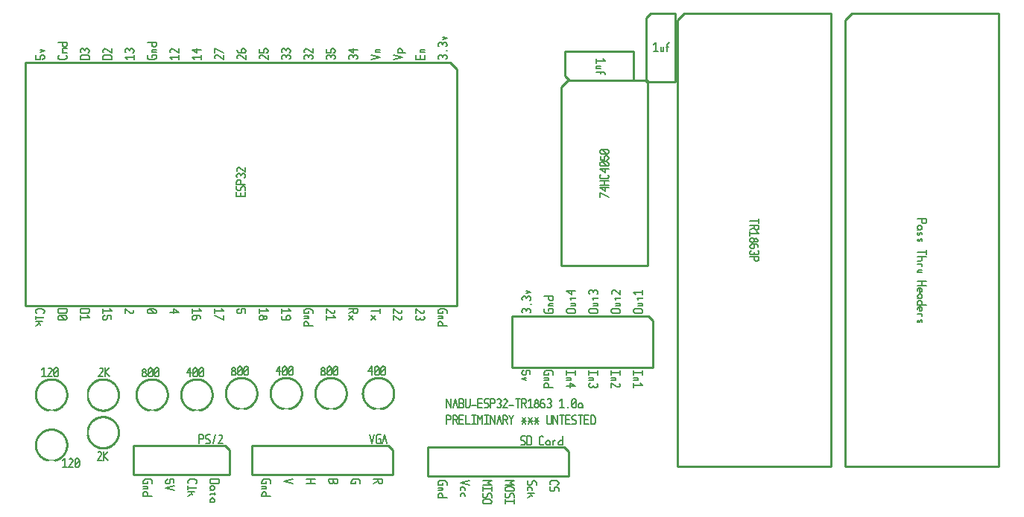
<source format=gto>
%FSLAX46Y46*%
%MOIN*%
G01*
G75*
%ADD10C,0.008000*%
%ADD11C,0.010000*%
%ADD12C,0.063000*%
%AMRECT13*21,1,0.063000,0.063000,0.0,0.0,0.000000*%
%ADD13RECT13*%
%AMRECT14*21,1,0.063000,0.063000,0.0,0.0,-90.000000*%
%ADD14RECT14*%
%AMRECT15*21,1,0.063000,0.063000,0.0,0.0,-180.000000*%
%ADD15RECT15*%
%AMRECT16*21,1,0.063000,0.063000,0.0,0.0,-270.000000*%
%ADD16RECT16*%
D11*
X2833750Y845000D02*
X2833750Y635000D01*
X2833750Y635000D02*
X2203750Y635000D01*
X2203750Y635000D02*
X2203750Y865000D01*
X2203750Y865000D02*
X2813750Y865000D01*
X2813750Y865000D02*
X2833750Y845000D01*
X2823750Y2221546D02*
X2933750Y2221546D01*
X2933750Y2221546D02*
X2933750Y1915955D01*
X2933750Y1915955D02*
X2803750Y1915955D01*
X2803750Y1915955D02*
X2803750Y2201546D01*
X2803750Y2201546D02*
X2823750Y2221546D01*
G01X1063750Y518750D02*
G01X1063743Y517778D01*
G01X1063723Y516806D01*
G01X1063689Y515834D01*
G01X1063642Y514863D01*
G01X1063581Y513893D01*
G01X1063507Y512923D01*
G01X1063419Y511955D01*
G01X1063318Y510988D01*
G01X1063204Y510023D01*
G01X1063076Y509059D01*
G01X1062935Y508097D01*
G01X1062780Y507137D01*
G01X1062612Y506180D01*
G01X1062431Y505224D01*
G01X1062236Y504272D01*
G01X1062029Y503322D01*
G01X1061808Y502375D01*
G01X1061574Y501432D01*
G01X1061327Y500491D01*
G01X1061067Y499555D01*
G01X1060794Y498622D01*
G01X1060508Y497692D01*
G01X1060209Y496767D01*
G01X1059897Y495846D01*
G01X1059573Y494930D01*
G01X1059235Y494018D01*
G01X1058886Y493111D01*
G01X1058523Y492209D01*
G01X1058148Y491312D01*
G01X1057761Y490420D01*
G01X1057361Y489534D01*
G01X1056949Y488653D01*
G01X1056525Y487778D01*
G01X1056089Y486909D01*
G01X1055641Y486047D01*
G01X1055181Y485190D01*
G01X1054709Y484340D01*
G01X1054225Y483497D01*
G01X1053730Y482660D01*
G01X1053223Y481831D01*
G01X1052704Y481009D01*
G01X1052174Y480193D01*
G01X1051633Y479386D01*
G01X1051081Y478586D01*
G01X1050517Y477793D01*
G01X1049943Y477009D01*
G01X1049358Y476232D01*
G01X1048762Y475464D01*
G01X1048156Y474704D01*
G01X1047539Y473953D01*
G01X1046911Y473210D01*
G01X1046274Y472476D01*
G01X1045626Y471751D01*
G01X1044968Y471035D01*
G01X1044301Y470329D01*
G01X1043623Y469631D01*
G01X1042936Y468943D01*
G01X1042240Y468265D01*
G01X1041534Y467596D01*
G01X1040819Y466938D01*
G01X1040095Y466289D01*
G01X1039362Y465650D01*
G01X1038620Y465022D01*
G01X1037869Y464404D01*
G01X1037110Y463796D01*
G01X1036343Y463200D01*
G01X1035567Y462613D01*
G01X1034784Y462038D01*
G01X1033992Y461474D01*
G01X1033193Y460920D01*
G01X1032386Y460378D01*
G01X1031571Y459847D01*
G01X1030749Y459327D01*
G01X1029921Y458819D01*
G01X1029085Y458323D01*
G01X1028242Y457838D01*
G01X1027393Y457365D01*
G01X1026537Y456903D01*
G01X1025675Y456454D01*
G01X1024807Y456017D01*
G01X1023932Y455591D01*
G01X1023052Y455178D01*
G01X1022167Y454777D01*
G01X1021275Y454389D01*
G01X1020379Y454013D01*
G01X1019477Y453649D01*
G01X1018570Y453298D01*
G01X1017659Y452960D01*
G01X1016743Y452634D01*
G01X1015823Y452321D01*
G01X1014898Y452021D01*
G01X1013969Y451734D01*
G01X1013036Y451459D01*
G01X1012100Y451198D01*
G01X1011160Y450950D01*
G01X1010217Y450714D01*
G01X1009270Y450492D01*
G01X1008321Y450283D01*
G01X1007368Y450087D01*
G01X1006413Y449905D01*
G01X1005456Y449736D01*
G01X1004496Y449580D01*
G01X1003535Y449437D01*
G01X1002571Y449308D01*
G01X1001606Y449192D01*
G01X1000639Y449090D01*
G01X999671Y449001D01*
G01X998702Y448925D01*
G01X997731Y448863D01*
G01X996760Y448815D01*
G01X995789Y448780D01*
G01X994817Y448758D01*
G01X993845Y448750D01*
G01X992872Y448756D01*
G01X991900Y448774D01*
G01X990929Y448807D01*
G01X989958Y448853D01*
G01X988987Y448912D01*
G01X988018Y448985D01*
G01X987049Y449071D01*
G01X986082Y449171D01*
G01X985117Y449284D01*
G01X984153Y449411D01*
G01X983191Y449551D01*
G01X982231Y449704D01*
G01X981273Y449871D01*
G01X980317Y450051D01*
G01X979365Y450244D01*
G01X978414Y450450D01*
G01X977467Y450670D01*
G01X976523Y450903D01*
G01X975583Y451149D01*
G01X974646Y451407D01*
G01X973712Y451679D01*
G01X972783Y451964D01*
G01X971857Y452262D01*
G01X970936Y452572D01*
G01X970019Y452895D01*
G01X969107Y453231D01*
G01X968199Y453580D01*
G01X967296Y453941D01*
G01X966399Y454315D01*
G01X965507Y454701D01*
G01X964620Y455099D01*
G01X963739Y455510D01*
G01X962863Y455933D01*
G01X961994Y456368D01*
G01X961130Y456815D01*
G01X960273Y457274D01*
G01X959423Y457745D01*
G01X958579Y458227D01*
G01X957742Y458722D01*
G01X956911Y459228D01*
G01X956088Y459745D01*
G01X955272Y460274D01*
G01X954464Y460814D01*
G01X953663Y461365D01*
G01X952870Y461927D01*
G01X952085Y462501D01*
G01X951308Y463085D01*
G01X950539Y463679D01*
G01X949778Y464285D01*
G01X949026Y464901D01*
G01X948282Y465527D01*
G01X947547Y466164D01*
G01X946821Y466811D01*
G01X946105Y467467D01*
G01X945397Y468134D01*
G01X944699Y468810D01*
G01X944010Y469496D01*
G01X943331Y470192D01*
G01X942661Y470897D01*
G01X942001Y471611D01*
G01X941352Y472334D01*
G01X940712Y473067D01*
G01X940083Y473808D01*
G01X939464Y474557D01*
G01X938855Y475316D01*
G01X938257Y476082D01*
G01X937670Y476857D01*
G01X937094Y477640D01*
G01X936528Y478431D01*
G01X935974Y479229D01*
G01X935430Y480036D01*
G01X934898Y480849D01*
G01X934378Y481670D01*
G01X933868Y482498D01*
G01X933371Y483334D01*
G01X932884Y484176D01*
G01X932410Y485024D01*
G01X931948Y485879D01*
G01X931497Y486741D01*
G01X931059Y487609D01*
G01X930632Y488482D01*
G01X930218Y489362D01*
G01X929816Y490247D01*
G01X929426Y491138D01*
G01X929049Y492034D01*
G01X928684Y492935D01*
G01X928332Y493841D01*
G01X927992Y494752D01*
G01X927665Y495668D01*
G01X927351Y496588D01*
G01X927050Y497512D01*
G01X926761Y498440D01*
G01X926485Y499373D01*
G01X926223Y500309D01*
G01X925973Y501248D01*
G01X925737Y502191D01*
G01X925513Y503138D01*
G01X925303Y504087D01*
G01X925106Y505039D01*
G01X924922Y505994D01*
G01X924752Y506951D01*
G01X924594Y507910D01*
G01X924451Y508872D01*
G01X924320Y509835D01*
G01X924203Y510800D01*
G01X924099Y511767D01*
G01X924009Y512735D01*
G01X923932Y513704D01*
G01X923869Y514674D01*
G01X923819Y515645D01*
G01X923783Y516617D01*
G01X923760Y517589D01*
G01X923750Y518561D01*
G01X923754Y519533D01*
G01X923772Y520505D01*
G01X923803Y521477D01*
G01X923848Y522448D01*
G01X923906Y523418D01*
G01X923977Y524388D01*
G01X924062Y525356D01*
G01X924161Y526324D01*
G01X924273Y527289D01*
G01X924398Y528254D01*
G01X924537Y529216D01*
G01X924689Y530176D01*
G01X924854Y531134D01*
G01X925033Y532090D01*
G01X925225Y533043D01*
G01X925430Y533993D01*
G01X925648Y534941D01*
G01X925880Y535885D01*
G01X926124Y536826D01*
G01X926382Y537763D01*
G01X926652Y538697D01*
G01X926936Y539627D01*
G01X927232Y540553D01*
G01X927541Y541475D01*
G01X927863Y542392D01*
G01X928198Y543305D01*
G01X928545Y544213D01*
G01X928905Y545116D01*
G01X929278Y546014D01*
G01X929663Y546907D01*
G01X930060Y547794D01*
G01X930469Y548676D01*
G01X930891Y549552D01*
G01X931325Y550422D01*
G01X931771Y551286D01*
G01X932229Y552144D01*
G01X932698Y552995D01*
G01X933180Y553839D01*
G01X933673Y554677D01*
G01X934178Y555508D01*
G01X934694Y556332D01*
G01X935222Y557149D01*
G01X935761Y557958D01*
G01X936311Y558759D01*
G01X936872Y559553D01*
G01X937444Y560339D01*
G01X938027Y561117D01*
G01X938621Y561887D01*
G01X939225Y562648D01*
G01X939840Y563402D01*
G01X940466Y564146D01*
G01X941101Y564882D01*
G01X941747Y565608D01*
G01X942403Y566326D01*
G01X943069Y567035D01*
G01X943744Y567734D01*
G01X944429Y568424D01*
G01X945124Y569104D01*
G01X945828Y569774D01*
G01X946541Y570435D01*
G01X947264Y571086D01*
G01X947995Y571726D01*
G01X948735Y572357D01*
G01X949484Y572977D01*
G01X950241Y573586D01*
G01X951007Y574185D01*
G01X951781Y574773D01*
G01X952563Y575351D01*
G01X953353Y575917D01*
G01X954151Y576473D01*
G01X954957Y577017D01*
G01X955770Y577550D01*
G01X956590Y578072D01*
G01X957418Y578583D01*
G01X958252Y579082D01*
G01X959093Y579569D01*
G01X959941Y580044D01*
G01X960796Y580508D01*
G01X961657Y580960D01*
G01X962524Y581399D01*
G01X963397Y581827D01*
G01X964276Y582242D01*
G01X965161Y582646D01*
G01X966051Y583036D01*
G01X966946Y583415D01*
G01X967847Y583781D01*
G01X968753Y584134D01*
G01X969663Y584475D01*
G01X970578Y584804D01*
G01X971498Y585119D01*
G01X972422Y585422D01*
G01X973350Y585711D01*
G01X974282Y585988D01*
G01X975218Y586252D01*
G01X976157Y586503D01*
G01X977099Y586741D01*
G01X978045Y586966D01*
G01X978994Y587177D01*
G01X979946Y587375D01*
G01X980900Y587561D01*
G01X981857Y587732D01*
G01X982817Y587891D01*
G01X983778Y588036D01*
G01X984741Y588168D01*
G01X985706Y588286D01*
G01X986673Y588391D01*
G01X987641Y588483D01*
G01X988610Y588561D01*
G01X989580Y588626D01*
G01X990551Y588677D01*
G01X991522Y588715D01*
G01X992494Y588739D01*
G01X993466Y588749D01*
G01X994438Y588747D01*
G01X995410Y588730D01*
G01X996382Y588700D01*
G01X997353Y588657D01*
G01X998324Y588600D01*
G01X999294Y588530D01*
G01X1000262Y588446D01*
G01X1001230Y588349D01*
G01X1002195Y588239D01*
G01X1003160Y588115D01*
G01X1004122Y587977D01*
G01X1005083Y587827D01*
G01X1006041Y587662D01*
G01X1006997Y587485D01*
G01X1007950Y587295D01*
G01X1008901Y587091D01*
G01X1009848Y586874D01*
G01X1010793Y586644D01*
G01X1011734Y586400D01*
G01X1012672Y586144D01*
G01X1013606Y585875D01*
G01X1014537Y585592D01*
G01X1015463Y585297D01*
G01X1016385Y584989D01*
G01X1017303Y584669D01*
G01X1018216Y584335D01*
G01X1019125Y583989D01*
G01X1020028Y583630D01*
G01X1020927Y583259D01*
G01X1021820Y582875D01*
G01X1022708Y582479D01*
G01X1023590Y582071D01*
G01X1024467Y581650D01*
G01X1025338Y581218D01*
G01X1026202Y580773D01*
G01X1027060Y580316D01*
G01X1027912Y579848D01*
G01X1028757Y579367D01*
G01X1029596Y578875D01*
G01X1030428Y578372D01*
G01X1031252Y577857D01*
G01X1032069Y577330D01*
G01X1032879Y576792D01*
G01X1033682Y576243D01*
G01X1034476Y575683D01*
G01X1035263Y575112D01*
G01X1036042Y574530D01*
G01X1036812Y573937D01*
G01X1037575Y573334D01*
G01X1038329Y572720D01*
G01X1039074Y572096D01*
G01X1039810Y571461D01*
G01X1040538Y570816D01*
G01X1041257Y570161D01*
G01X1041966Y569497D01*
G01X1042666Y568822D01*
G01X1043357Y568138D01*
G01X1044038Y567444D01*
G01X1044709Y566741D01*
G01X1045371Y566029D01*
G01X1046023Y565307D01*
G01X1046664Y564577D01*
G01X1047296Y563837D01*
G01X1047917Y563089D01*
G01X1048527Y562333D01*
G01X1049127Y561568D01*
G01X1049717Y560795D01*
G01X1050295Y560013D01*
G01X1050863Y559224D01*
G01X1051419Y558427D01*
G01X1051965Y557622D01*
G01X1052499Y556810D01*
G01X1053022Y555990D01*
G01X1053534Y555163D01*
G01X1054033Y554330D01*
G01X1054522Y553489D01*
G01X1054998Y552641D01*
G01X1055463Y551788D01*
G01X1055916Y550927D01*
G01X1056357Y550061D01*
G01X1056786Y549188D01*
G01X1057202Y548310D01*
G01X1057607Y547426D01*
G01X1057999Y546536D01*
G01X1058379Y545641D01*
G01X1058746Y544741D01*
G01X1059101Y543836D01*
G01X1059443Y542926D01*
G01X1059772Y542011D01*
G01X1060089Y541092D01*
G01X1060393Y540168D01*
G01X1060684Y539241D01*
G01X1060962Y538309D01*
G01X1061227Y537374D01*
G01X1061479Y536435D01*
G01X1061718Y535492D01*
G01X1061944Y534547D01*
G01X1062157Y533598D01*
G01X1062357Y532647D01*
G01X1062543Y531693D01*
G01X1062716Y530736D01*
G01X1062876Y529777D01*
G01X1063023Y528816D01*
G01X1063156Y527853D01*
G01X1063275Y526888D01*
G01X1063382Y525921D01*
G01X1063475Y524954D01*
G01X1063554Y523985D01*
G01X1063620Y523015D01*
G01X1063672Y522044D01*
G01X1063711Y521073D01*
G01X1063737Y520101D01*
G01X1063749Y519129D01*
G01X1063750Y518750D01*
X2455250Y1921250D02*
X2812250Y1921250D01*
X2812250Y1921250D02*
X2812250Y1091250D01*
X2812250Y1091250D02*
X2425250Y1091250D01*
X2425250Y1091250D02*
X2425250Y1891250D01*
X2425250Y1891250D02*
X2455250Y1921250D01*
X2440955Y1942500D02*
X2440955Y2052500D01*
X2440955Y2052500D02*
X2746546Y2052500D01*
X2746546Y2052500D02*
X2746546Y1922500D01*
X2746546Y1922500D02*
X2460955Y1922500D01*
X2460955Y1922500D02*
X2440955Y1942500D01*
G01X213750Y512500D02*
G01X213743Y511528D01*
G01X213723Y510556D01*
G01X213689Y509584D01*
G01X213642Y508613D01*
G01X213581Y507643D01*
G01X213507Y506673D01*
G01X213419Y505705D01*
G01X213318Y504738D01*
G01X213204Y503773D01*
G01X213076Y502809D01*
G01X212935Y501847D01*
G01X212780Y500887D01*
G01X212612Y499930D01*
G01X212431Y498974D01*
G01X212236Y498022D01*
G01X212029Y497072D01*
G01X211808Y496125D01*
G01X211574Y495182D01*
G01X211327Y494241D01*
G01X211067Y493305D01*
G01X210794Y492372D01*
G01X210508Y491442D01*
G01X210209Y490517D01*
G01X209897Y489596D01*
G01X209573Y488680D01*
G01X209235Y487768D01*
G01X208886Y486861D01*
G01X208523Y485959D01*
G01X208148Y485062D01*
G01X207761Y484170D01*
G01X207361Y483284D01*
G01X206949Y482403D01*
G01X206525Y481528D01*
G01X206089Y480659D01*
G01X205641Y479797D01*
G01X205181Y478940D01*
G01X204709Y478090D01*
G01X204225Y477247D01*
G01X203730Y476410D01*
G01X203223Y475581D01*
G01X202704Y474759D01*
G01X202174Y473943D01*
G01X201633Y473136D01*
G01X201081Y472336D01*
G01X200517Y471543D01*
G01X199943Y470759D01*
G01X199358Y469982D01*
G01X198762Y469214D01*
G01X198156Y468454D01*
G01X197539Y467703D01*
G01X196911Y466960D01*
G01X196274Y466226D01*
G01X195626Y465501D01*
G01X194968Y464785D01*
G01X194301Y464079D01*
G01X193623Y463381D01*
G01X192936Y462693D01*
G01X192240Y462015D01*
G01X191534Y461346D01*
G01X190819Y460688D01*
G01X190095Y460039D01*
G01X189362Y459400D01*
G01X188620Y458772D01*
G01X187869Y458154D01*
G01X187110Y457546D01*
G01X186343Y456950D01*
G01X185567Y456363D01*
G01X184784Y455788D01*
G01X183992Y455224D01*
G01X183193Y454670D01*
G01X182386Y454128D01*
G01X181571Y453597D01*
G01X180749Y453077D01*
G01X179921Y452569D01*
G01X179085Y452073D01*
G01X178242Y451588D01*
G01X177393Y451115D01*
G01X176537Y450653D01*
G01X175675Y450204D01*
G01X174807Y449767D01*
G01X173932Y449341D01*
G01X173052Y448928D01*
G01X172167Y448527D01*
G01X171275Y448139D01*
G01X170379Y447763D01*
G01X169477Y447399D01*
G01X168570Y447048D01*
G01X167659Y446710D01*
G01X166743Y446384D01*
G01X165823Y446071D01*
G01X164898Y445771D01*
G01X163969Y445484D01*
G01X163036Y445209D01*
G01X162100Y444948D01*
G01X161160Y444700D01*
G01X160217Y444464D01*
G01X159270Y444242D01*
G01X158321Y444033D01*
G01X157368Y443837D01*
G01X156413Y443655D01*
G01X155456Y443486D01*
G01X154496Y443330D01*
G01X153535Y443187D01*
G01X152571Y443058D01*
G01X151606Y442942D01*
G01X150639Y442840D01*
G01X149671Y442751D01*
G01X148702Y442675D01*
G01X147731Y442613D01*
G01X146760Y442565D01*
G01X145789Y442530D01*
G01X144817Y442508D01*
G01X143845Y442500D01*
G01X142872Y442506D01*
G01X141900Y442524D01*
G01X140929Y442557D01*
G01X139958Y442603D01*
G01X138987Y442662D01*
G01X138018Y442735D01*
G01X137049Y442821D01*
G01X136082Y442921D01*
G01X135117Y443034D01*
G01X134153Y443161D01*
G01X133191Y443301D01*
G01X132231Y443454D01*
G01X131273Y443621D01*
G01X130317Y443801D01*
G01X129365Y443994D01*
G01X128414Y444200D01*
G01X127467Y444420D01*
G01X126523Y444653D01*
G01X125583Y444899D01*
G01X124646Y445157D01*
G01X123712Y445429D01*
G01X122783Y445714D01*
G01X121857Y446012D01*
G01X120936Y446322D01*
G01X120019Y446645D01*
G01X119107Y446981D01*
G01X118199Y447330D01*
G01X117296Y447691D01*
G01X116399Y448065D01*
G01X115507Y448451D01*
G01X114620Y448849D01*
G01X113739Y449260D01*
G01X112863Y449683D01*
G01X111994Y450118D01*
G01X111130Y450565D01*
G01X110273Y451024D01*
G01X109423Y451495D01*
G01X108579Y451977D01*
G01X107742Y452472D01*
G01X106911Y452978D01*
G01X106088Y453495D01*
G01X105272Y454024D01*
G01X104464Y454564D01*
G01X103663Y455115D01*
G01X102870Y455677D01*
G01X102085Y456251D01*
G01X101308Y456835D01*
G01X100539Y457429D01*
G01X99778Y458035D01*
G01X99026Y458651D01*
G01X98282Y459277D01*
G01X97547Y459914D01*
G01X96821Y460561D01*
G01X96105Y461217D01*
G01X95397Y461884D01*
G01X94699Y462560D01*
G01X94010Y463246D01*
G01X93331Y463942D01*
G01X92661Y464647D01*
G01X92001Y465361D01*
G01X91352Y466084D01*
G01X90712Y466817D01*
G01X90083Y467558D01*
G01X89464Y468307D01*
G01X88855Y469066D01*
G01X88257Y469832D01*
G01X87670Y470607D01*
G01X87094Y471390D01*
G01X86528Y472181D01*
G01X85974Y472979D01*
G01X85430Y473786D01*
G01X84898Y474599D01*
G01X84378Y475420D01*
G01X83868Y476248D01*
G01X83371Y477084D01*
G01X82884Y477926D01*
G01X82410Y478774D01*
G01X81948Y479629D01*
G01X81497Y480491D01*
G01X81059Y481359D01*
G01X80632Y482232D01*
G01X80218Y483112D01*
G01X79816Y483997D01*
G01X79426Y484888D01*
G01X79049Y485784D01*
G01X78684Y486685D01*
G01X78332Y487591D01*
G01X77992Y488502D01*
G01X77665Y489418D01*
G01X77351Y490338D01*
G01X77050Y491262D01*
G01X76761Y492190D01*
G01X76485Y493123D01*
G01X76223Y494059D01*
G01X75973Y494998D01*
G01X75737Y495941D01*
G01X75513Y496888D01*
G01X75303Y497837D01*
G01X75106Y498789D01*
G01X74922Y499744D01*
G01X74752Y500701D01*
G01X74594Y501660D01*
G01X74451Y502622D01*
G01X74320Y503585D01*
G01X74203Y504550D01*
G01X74099Y505517D01*
G01X74009Y506485D01*
G01X73932Y507454D01*
G01X73869Y508424D01*
G01X73819Y509395D01*
G01X73783Y510367D01*
G01X73760Y511339D01*
G01X73750Y512311D01*
G01X73754Y513283D01*
G01X73772Y514255D01*
G01X73803Y515227D01*
G01X73848Y516198D01*
G01X73906Y517168D01*
G01X73977Y518138D01*
G01X74062Y519106D01*
G01X74161Y520074D01*
G01X74273Y521039D01*
G01X74398Y522004D01*
G01X74537Y522966D01*
G01X74689Y523926D01*
G01X74854Y524884D01*
G01X75033Y525840D01*
G01X75225Y526793D01*
G01X75430Y527743D01*
G01X75648Y528691D01*
G01X75880Y529635D01*
G01X76124Y530576D01*
G01X76382Y531513D01*
G01X76652Y532447D01*
G01X76936Y533377D01*
G01X77232Y534303D01*
G01X77541Y535225D01*
G01X77863Y536142D01*
G01X78198Y537055D01*
G01X78545Y537963D01*
G01X78905Y538866D01*
G01X79278Y539764D01*
G01X79663Y540657D01*
G01X80060Y541544D01*
G01X80469Y542426D01*
G01X80891Y543302D01*
G01X81325Y544172D01*
G01X81771Y545036D01*
G01X82229Y545894D01*
G01X82698Y546745D01*
G01X83180Y547589D01*
G01X83673Y548427D01*
G01X84178Y549258D01*
G01X84694Y550082D01*
G01X85222Y550899D01*
G01X85761Y551708D01*
G01X86311Y552509D01*
G01X86872Y553303D01*
G01X87444Y554089D01*
G01X88027Y554867D01*
G01X88621Y555637D01*
G01X89225Y556398D01*
G01X89840Y557152D01*
G01X90466Y557896D01*
G01X91101Y558632D01*
G01X91747Y559358D01*
G01X92403Y560076D01*
G01X93069Y560785D01*
G01X93744Y561484D01*
G01X94429Y562174D01*
G01X95124Y562854D01*
G01X95828Y563524D01*
G01X96541Y564185D01*
G01X97264Y564836D01*
G01X97995Y565476D01*
G01X98735Y566107D01*
G01X99484Y566727D01*
G01X100241Y567336D01*
G01X101007Y567935D01*
G01X101781Y568523D01*
G01X102563Y569101D01*
G01X103353Y569667D01*
G01X104151Y570223D01*
G01X104957Y570767D01*
G01X105770Y571300D01*
G01X106590Y571822D01*
G01X107418Y572333D01*
G01X108252Y572832D01*
G01X109093Y573319D01*
G01X109941Y573794D01*
G01X110796Y574258D01*
G01X111657Y574710D01*
G01X112524Y575149D01*
G01X113397Y575577D01*
G01X114276Y575992D01*
G01X115161Y576396D01*
G01X116051Y576786D01*
G01X116946Y577165D01*
G01X117847Y577531D01*
G01X118753Y577884D01*
G01X119663Y578225D01*
G01X120578Y578554D01*
G01X121498Y578869D01*
G01X122422Y579172D01*
G01X123350Y579461D01*
G01X124282Y579738D01*
G01X125218Y580002D01*
G01X126157Y580253D01*
G01X127099Y580491D01*
G01X128045Y580716D01*
G01X128994Y580927D01*
G01X129946Y581125D01*
G01X130900Y581311D01*
G01X131857Y581482D01*
G01X132817Y581641D01*
G01X133778Y581786D01*
G01X134741Y581918D01*
G01X135706Y582036D01*
G01X136673Y582141D01*
G01X137641Y582233D01*
G01X138610Y582311D01*
G01X139580Y582376D01*
G01X140551Y582427D01*
G01X141522Y582465D01*
G01X142494Y582489D01*
G01X143466Y582499D01*
G01X144438Y582497D01*
G01X145410Y582480D01*
G01X146382Y582450D01*
G01X147353Y582407D01*
G01X148324Y582350D01*
G01X149294Y582280D01*
G01X150262Y582196D01*
G01X151230Y582099D01*
G01X152195Y581989D01*
G01X153160Y581865D01*
G01X154122Y581727D01*
G01X155083Y581577D01*
G01X156041Y581412D01*
G01X156997Y581235D01*
G01X157950Y581045D01*
G01X158901Y580841D01*
G01X159848Y580624D01*
G01X160793Y580394D01*
G01X161734Y580150D01*
G01X162672Y579894D01*
G01X163606Y579625D01*
G01X164537Y579342D01*
G01X165463Y579047D01*
G01X166385Y578739D01*
G01X167303Y578419D01*
G01X168216Y578085D01*
G01X169125Y577739D01*
G01X170028Y577380D01*
G01X170927Y577009D01*
G01X171820Y576625D01*
G01X172708Y576229D01*
G01X173590Y575821D01*
G01X174467Y575400D01*
G01X175338Y574968D01*
G01X176202Y574523D01*
G01X177060Y574066D01*
G01X177912Y573598D01*
G01X178757Y573117D01*
G01X179596Y572625D01*
G01X180428Y572122D01*
G01X181252Y571607D01*
G01X182069Y571080D01*
G01X182879Y570542D01*
G01X183682Y569993D01*
G01X184476Y569433D01*
G01X185263Y568862D01*
G01X186042Y568280D01*
G01X186812Y567687D01*
G01X187575Y567084D01*
G01X188329Y566470D01*
G01X189074Y565846D01*
G01X189810Y565211D01*
G01X190538Y564566D01*
G01X191257Y563911D01*
G01X191966Y563247D01*
G01X192666Y562572D01*
G01X193357Y561888D01*
G01X194038Y561194D01*
G01X194709Y560491D01*
G01X195371Y559779D01*
G01X196023Y559057D01*
G01X196664Y558327D01*
G01X197296Y557587D01*
G01X197917Y556839D01*
G01X198527Y556083D01*
G01X199127Y555318D01*
G01X199717Y554545D01*
G01X200295Y553763D01*
G01X200863Y552974D01*
G01X201419Y552177D01*
G01X201965Y551372D01*
G01X202499Y550560D01*
G01X203022Y549740D01*
G01X203534Y548913D01*
G01X204033Y548080D01*
G01X204522Y547239D01*
G01X204998Y546391D01*
G01X205463Y545538D01*
G01X205916Y544677D01*
G01X206357Y543811D01*
G01X206786Y542938D01*
G01X207202Y542060D01*
G01X207607Y541176D01*
G01X207999Y540286D01*
G01X208379Y539391D01*
G01X208746Y538491D01*
G01X209101Y537586D01*
G01X209443Y536676D01*
G01X209772Y535761D01*
G01X210089Y534842D01*
G01X210393Y533918D01*
G01X210684Y532991D01*
G01X210962Y532059D01*
G01X211227Y531124D01*
G01X211479Y530185D01*
G01X211718Y529242D01*
G01X211944Y528297D01*
G01X212157Y527348D01*
G01X212357Y526397D01*
G01X212543Y525443D01*
G01X212716Y524486D01*
G01X212876Y523527D01*
G01X213023Y522566D01*
G01X213156Y521603D01*
G01X213275Y520638D01*
G01X213382Y519671D01*
G01X213475Y518704D01*
G01X213554Y517735D01*
G01X213620Y516765D01*
G01X213672Y515794D01*
G01X213711Y514823D01*
G01X213737Y513851D01*
G01X213749Y512879D01*
G01X213750Y512500D01*
G01X1676250Y518750D02*
G01X1676243Y517778D01*
G01X1676223Y516806D01*
G01X1676189Y515834D01*
G01X1676142Y514863D01*
G01X1676081Y513893D01*
G01X1676007Y512923D01*
G01X1675919Y511955D01*
G01X1675818Y510988D01*
G01X1675704Y510023D01*
G01X1675576Y509059D01*
G01X1675435Y508097D01*
G01X1675280Y507137D01*
G01X1675112Y506180D01*
G01X1674931Y505224D01*
G01X1674736Y504272D01*
G01X1674529Y503322D01*
G01X1674308Y502375D01*
G01X1674074Y501432D01*
G01X1673827Y500491D01*
G01X1673567Y499555D01*
G01X1673294Y498622D01*
G01X1673008Y497692D01*
G01X1672709Y496767D01*
G01X1672397Y495846D01*
G01X1672073Y494930D01*
G01X1671735Y494018D01*
G01X1671386Y493111D01*
G01X1671023Y492209D01*
G01X1670648Y491312D01*
G01X1670261Y490420D01*
G01X1669861Y489534D01*
G01X1669449Y488653D01*
G01X1669025Y487778D01*
G01X1668589Y486909D01*
G01X1668141Y486047D01*
G01X1667681Y485190D01*
G01X1667209Y484340D01*
G01X1666725Y483497D01*
G01X1666230Y482660D01*
G01X1665723Y481831D01*
G01X1665204Y481009D01*
G01X1664674Y480193D01*
G01X1664133Y479386D01*
G01X1663581Y478586D01*
G01X1663017Y477793D01*
G01X1662443Y477009D01*
G01X1661858Y476232D01*
G01X1661262Y475464D01*
G01X1660656Y474704D01*
G01X1660039Y473953D01*
G01X1659411Y473210D01*
G01X1658774Y472476D01*
G01X1658126Y471751D01*
G01X1657468Y471035D01*
G01X1656801Y470329D01*
G01X1656123Y469631D01*
G01X1655436Y468943D01*
G01X1654740Y468265D01*
G01X1654034Y467596D01*
G01X1653319Y466938D01*
G01X1652595Y466289D01*
G01X1651862Y465650D01*
G01X1651120Y465022D01*
G01X1650369Y464404D01*
G01X1649610Y463796D01*
G01X1648843Y463200D01*
G01X1648067Y462613D01*
G01X1647284Y462038D01*
G01X1646492Y461474D01*
G01X1645693Y460920D01*
G01X1644886Y460378D01*
G01X1644071Y459847D01*
G01X1643249Y459327D01*
G01X1642421Y458819D01*
G01X1641585Y458323D01*
G01X1640742Y457838D01*
G01X1639893Y457365D01*
G01X1639037Y456903D01*
G01X1638175Y456454D01*
G01X1637307Y456017D01*
G01X1636432Y455591D01*
G01X1635552Y455178D01*
G01X1634667Y454777D01*
G01X1633775Y454389D01*
G01X1632879Y454013D01*
G01X1631977Y453649D01*
G01X1631070Y453298D01*
G01X1630159Y452960D01*
G01X1629243Y452634D01*
G01X1628323Y452321D01*
G01X1627398Y452021D01*
G01X1626469Y451734D01*
G01X1625536Y451459D01*
G01X1624600Y451198D01*
G01X1623660Y450950D01*
G01X1622717Y450714D01*
G01X1621770Y450492D01*
G01X1620821Y450283D01*
G01X1619868Y450087D01*
G01X1618913Y449905D01*
G01X1617956Y449736D01*
G01X1616996Y449580D01*
G01X1616035Y449437D01*
G01X1615071Y449308D01*
G01X1614106Y449192D01*
G01X1613139Y449090D01*
G01X1612171Y449001D01*
G01X1611202Y448925D01*
G01X1610231Y448863D01*
G01X1609260Y448815D01*
G01X1608289Y448780D01*
G01X1607317Y448758D01*
G01X1606345Y448750D01*
G01X1605372Y448756D01*
G01X1604400Y448774D01*
G01X1603429Y448807D01*
G01X1602458Y448853D01*
G01X1601487Y448912D01*
G01X1600518Y448985D01*
G01X1599549Y449071D01*
G01X1598582Y449171D01*
G01X1597617Y449284D01*
G01X1596653Y449411D01*
G01X1595691Y449551D01*
G01X1594731Y449704D01*
G01X1593773Y449871D01*
G01X1592817Y450051D01*
G01X1591865Y450244D01*
G01X1590914Y450450D01*
G01X1589967Y450670D01*
G01X1589023Y450903D01*
G01X1588083Y451149D01*
G01X1587146Y451407D01*
G01X1586212Y451679D01*
G01X1585283Y451964D01*
G01X1584357Y452262D01*
G01X1583436Y452572D01*
G01X1582519Y452895D01*
G01X1581607Y453231D01*
G01X1580699Y453580D01*
G01X1579796Y453941D01*
G01X1578899Y454315D01*
G01X1578007Y454701D01*
G01X1577120Y455099D01*
G01X1576239Y455510D01*
G01X1575363Y455933D01*
G01X1574494Y456368D01*
G01X1573630Y456815D01*
G01X1572773Y457274D01*
G01X1571923Y457745D01*
G01X1571079Y458227D01*
G01X1570242Y458722D01*
G01X1569411Y459228D01*
G01X1568588Y459745D01*
G01X1567772Y460274D01*
G01X1566964Y460814D01*
G01X1566163Y461365D01*
G01X1565370Y461927D01*
G01X1564585Y462501D01*
G01X1563808Y463085D01*
G01X1563039Y463679D01*
G01X1562278Y464285D01*
G01X1561526Y464901D01*
G01X1560782Y465527D01*
G01X1560047Y466164D01*
G01X1559321Y466811D01*
G01X1558605Y467467D01*
G01X1557897Y468134D01*
G01X1557199Y468810D01*
G01X1556510Y469496D01*
G01X1555831Y470192D01*
G01X1555161Y470897D01*
G01X1554501Y471611D01*
G01X1553852Y472334D01*
G01X1553212Y473067D01*
G01X1552583Y473808D01*
G01X1551964Y474557D01*
G01X1551355Y475316D01*
G01X1550757Y476082D01*
G01X1550170Y476857D01*
G01X1549594Y477640D01*
G01X1549028Y478431D01*
G01X1548474Y479229D01*
G01X1547930Y480036D01*
G01X1547398Y480849D01*
G01X1546878Y481670D01*
G01X1546368Y482498D01*
G01X1545871Y483334D01*
G01X1545384Y484176D01*
G01X1544910Y485024D01*
G01X1544448Y485879D01*
G01X1543997Y486741D01*
G01X1543559Y487609D01*
G01X1543132Y488482D01*
G01X1542718Y489362D01*
G01X1542316Y490247D01*
G01X1541926Y491138D01*
G01X1541549Y492034D01*
G01X1541184Y492935D01*
G01X1540832Y493841D01*
G01X1540492Y494752D01*
G01X1540165Y495668D01*
G01X1539851Y496588D01*
G01X1539550Y497512D01*
G01X1539261Y498440D01*
G01X1538985Y499373D01*
G01X1538723Y500309D01*
G01X1538473Y501248D01*
G01X1538237Y502191D01*
G01X1538013Y503138D01*
G01X1537803Y504087D01*
G01X1537606Y505039D01*
G01X1537422Y505994D01*
G01X1537252Y506951D01*
G01X1537094Y507910D01*
G01X1536951Y508872D01*
G01X1536820Y509835D01*
G01X1536703Y510800D01*
G01X1536599Y511767D01*
G01X1536509Y512735D01*
G01X1536432Y513704D01*
G01X1536369Y514674D01*
G01X1536319Y515645D01*
G01X1536283Y516617D01*
G01X1536260Y517589D01*
G01X1536250Y518561D01*
G01X1536254Y519533D01*
G01X1536272Y520505D01*
G01X1536303Y521477D01*
G01X1536348Y522448D01*
G01X1536406Y523418D01*
G01X1536477Y524388D01*
G01X1536562Y525356D01*
G01X1536661Y526324D01*
G01X1536773Y527289D01*
G01X1536898Y528254D01*
G01X1537037Y529216D01*
G01X1537189Y530176D01*
G01X1537354Y531134D01*
G01X1537533Y532090D01*
G01X1537725Y533043D01*
G01X1537930Y533993D01*
G01X1538148Y534941D01*
G01X1538380Y535885D01*
G01X1538624Y536826D01*
G01X1538882Y537763D01*
G01X1539152Y538697D01*
G01X1539436Y539627D01*
G01X1539732Y540553D01*
G01X1540041Y541475D01*
G01X1540363Y542392D01*
G01X1540698Y543305D01*
G01X1541045Y544213D01*
G01X1541405Y545116D01*
G01X1541778Y546014D01*
G01X1542163Y546907D01*
G01X1542560Y547794D01*
G01X1542969Y548676D01*
G01X1543391Y549552D01*
G01X1543825Y550422D01*
G01X1544271Y551286D01*
G01X1544729Y552144D01*
G01X1545198Y552995D01*
G01X1545680Y553839D01*
G01X1546173Y554677D01*
G01X1546678Y555508D01*
G01X1547194Y556332D01*
G01X1547722Y557149D01*
G01X1548261Y557958D01*
G01X1548811Y558759D01*
G01X1549372Y559553D01*
G01X1549944Y560339D01*
G01X1550527Y561117D01*
G01X1551121Y561887D01*
G01X1551725Y562648D01*
G01X1552340Y563402D01*
G01X1552966Y564146D01*
G01X1553601Y564882D01*
G01X1554247Y565608D01*
G01X1554903Y566326D01*
G01X1555569Y567035D01*
G01X1556244Y567734D01*
G01X1556929Y568424D01*
G01X1557624Y569104D01*
G01X1558328Y569774D01*
G01X1559041Y570435D01*
G01X1559764Y571086D01*
G01X1560495Y571726D01*
G01X1561235Y572357D01*
G01X1561984Y572977D01*
G01X1562741Y573586D01*
G01X1563507Y574185D01*
G01X1564281Y574773D01*
G01X1565063Y575351D01*
G01X1565853Y575917D01*
G01X1566651Y576473D01*
G01X1567457Y577017D01*
G01X1568270Y577550D01*
G01X1569090Y578072D01*
G01X1569918Y578583D01*
G01X1570752Y579082D01*
G01X1571593Y579569D01*
G01X1572441Y580044D01*
G01X1573296Y580508D01*
G01X1574157Y580960D01*
G01X1575024Y581399D01*
G01X1575897Y581827D01*
G01X1576776Y582242D01*
G01X1577661Y582646D01*
G01X1578551Y583036D01*
G01X1579446Y583415D01*
G01X1580347Y583781D01*
G01X1581253Y584134D01*
G01X1582163Y584475D01*
G01X1583078Y584804D01*
G01X1583998Y585119D01*
G01X1584922Y585422D01*
G01X1585850Y585711D01*
G01X1586782Y585988D01*
G01X1587718Y586252D01*
G01X1588657Y586503D01*
G01X1589599Y586741D01*
G01X1590545Y586966D01*
G01X1591494Y587177D01*
G01X1592446Y587375D01*
G01X1593400Y587561D01*
G01X1594357Y587732D01*
G01X1595317Y587891D01*
G01X1596278Y588036D01*
G01X1597241Y588168D01*
G01X1598206Y588286D01*
G01X1599173Y588391D01*
G01X1600141Y588483D01*
G01X1601110Y588561D01*
G01X1602080Y588626D01*
G01X1603051Y588677D01*
G01X1604022Y588715D01*
G01X1604994Y588739D01*
G01X1605966Y588749D01*
G01X1606938Y588747D01*
G01X1607910Y588730D01*
G01X1608882Y588700D01*
G01X1609853Y588657D01*
G01X1610824Y588600D01*
G01X1611794Y588530D01*
G01X1612762Y588446D01*
G01X1613730Y588349D01*
G01X1614695Y588239D01*
G01X1615660Y588115D01*
G01X1616622Y587977D01*
G01X1617583Y587827D01*
G01X1618541Y587662D01*
G01X1619497Y587485D01*
G01X1620450Y587295D01*
G01X1621401Y587091D01*
G01X1622348Y586874D01*
G01X1623293Y586644D01*
G01X1624234Y586400D01*
G01X1625172Y586144D01*
G01X1626106Y585875D01*
G01X1627037Y585592D01*
G01X1627963Y585297D01*
G01X1628885Y584989D01*
G01X1629803Y584669D01*
G01X1630716Y584335D01*
G01X1631625Y583989D01*
G01X1632528Y583630D01*
G01X1633427Y583259D01*
G01X1634320Y582875D01*
G01X1635208Y582479D01*
G01X1636090Y582071D01*
G01X1636967Y581650D01*
G01X1637838Y581218D01*
G01X1638702Y580773D01*
G01X1639560Y580316D01*
G01X1640412Y579848D01*
G01X1641257Y579367D01*
G01X1642096Y578875D01*
G01X1642928Y578372D01*
G01X1643752Y577857D01*
G01X1644569Y577330D01*
G01X1645379Y576792D01*
G01X1646182Y576243D01*
G01X1646976Y575683D01*
G01X1647763Y575112D01*
G01X1648542Y574530D01*
G01X1649312Y573937D01*
G01X1650075Y573334D01*
G01X1650829Y572720D01*
G01X1651574Y572096D01*
G01X1652310Y571461D01*
G01X1653038Y570816D01*
G01X1653757Y570161D01*
G01X1654466Y569497D01*
G01X1655166Y568822D01*
G01X1655857Y568138D01*
G01X1656538Y567444D01*
G01X1657209Y566741D01*
G01X1657871Y566029D01*
G01X1658523Y565307D01*
G01X1659164Y564577D01*
G01X1659796Y563837D01*
G01X1660417Y563089D01*
G01X1661027Y562333D01*
G01X1661627Y561568D01*
G01X1662217Y560795D01*
G01X1662795Y560013D01*
G01X1663363Y559224D01*
G01X1663919Y558427D01*
G01X1664465Y557622D01*
G01X1664999Y556810D01*
G01X1665522Y555990D01*
G01X1666034Y555163D01*
G01X1666533Y554330D01*
G01X1667022Y553489D01*
G01X1667498Y552641D01*
G01X1667963Y551788D01*
G01X1668416Y550927D01*
G01X1668857Y550061D01*
G01X1669286Y549188D01*
G01X1669702Y548310D01*
G01X1670107Y547426D01*
G01X1670499Y546536D01*
G01X1670879Y545641D01*
G01X1671246Y544741D01*
G01X1671601Y543836D01*
G01X1671943Y542926D01*
G01X1672272Y542011D01*
G01X1672589Y541092D01*
G01X1672893Y540168D01*
G01X1673184Y539241D01*
G01X1673462Y538309D01*
G01X1673727Y537374D01*
G01X1673979Y536435D01*
G01X1674218Y535492D01*
G01X1674444Y534547D01*
G01X1674657Y533598D01*
G01X1674857Y532647D01*
G01X1675043Y531693D01*
G01X1675216Y530736D01*
G01X1675376Y529777D01*
G01X1675523Y528816D01*
G01X1675656Y527853D01*
G01X1675775Y526888D01*
G01X1675882Y525921D01*
G01X1675975Y524954D01*
G01X1676054Y523985D01*
G01X1676120Y523015D01*
G01X1676172Y522044D01*
G01X1676211Y521073D01*
G01X1676237Y520101D01*
G01X1676249Y519129D01*
G01X1676250Y518750D01*
X2974000Y2221250D02*
X3631000Y2221250D01*
X3631000Y2221250D02*
X3631000Y191250D01*
X3631000Y191250D02*
X2944000Y191250D01*
X2944000Y191250D02*
X2944000Y2191250D01*
X2944000Y2191250D02*
X2974000Y2221250D01*
G01X213750Y287500D02*
G01X213743Y286528D01*
G01X213723Y285556D01*
G01X213689Y284584D01*
G01X213642Y283613D01*
G01X213581Y282643D01*
G01X213507Y281673D01*
G01X213419Y280705D01*
G01X213318Y279738D01*
G01X213204Y278773D01*
G01X213076Y277809D01*
G01X212935Y276847D01*
G01X212780Y275887D01*
G01X212612Y274930D01*
G01X212431Y273974D01*
G01X212236Y273022D01*
G01X212029Y272072D01*
G01X211808Y271125D01*
G01X211574Y270182D01*
G01X211327Y269241D01*
G01X211067Y268305D01*
G01X210794Y267372D01*
G01X210508Y266442D01*
G01X210209Y265517D01*
G01X209897Y264596D01*
G01X209573Y263680D01*
G01X209235Y262768D01*
G01X208886Y261861D01*
G01X208523Y260959D01*
G01X208148Y260062D01*
G01X207761Y259170D01*
G01X207361Y258284D01*
G01X206949Y257403D01*
G01X206525Y256528D01*
G01X206089Y255659D01*
G01X205641Y254797D01*
G01X205181Y253940D01*
G01X204709Y253090D01*
G01X204225Y252247D01*
G01X203730Y251410D01*
G01X203223Y250581D01*
G01X202704Y249759D01*
G01X202174Y248943D01*
G01X201633Y248136D01*
G01X201081Y247336D01*
G01X200517Y246543D01*
G01X199943Y245759D01*
G01X199358Y244982D01*
G01X198762Y244214D01*
G01X198156Y243454D01*
G01X197539Y242703D01*
G01X196911Y241960D01*
G01X196274Y241226D01*
G01X195626Y240501D01*
G01X194968Y239785D01*
G01X194301Y239079D01*
G01X193623Y238381D01*
G01X192936Y237693D01*
G01X192240Y237015D01*
G01X191534Y236346D01*
G01X190819Y235688D01*
G01X190095Y235039D01*
G01X189362Y234400D01*
G01X188620Y233772D01*
G01X187869Y233154D01*
G01X187110Y232546D01*
G01X186343Y231950D01*
G01X185567Y231363D01*
G01X184784Y230788D01*
G01X183992Y230224D01*
G01X183193Y229670D01*
G01X182386Y229128D01*
G01X181571Y228597D01*
G01X180749Y228077D01*
G01X179921Y227569D01*
G01X179085Y227073D01*
G01X178242Y226588D01*
G01X177393Y226115D01*
G01X176537Y225653D01*
G01X175675Y225204D01*
G01X174807Y224767D01*
G01X173932Y224341D01*
G01X173052Y223928D01*
G01X172167Y223527D01*
G01X171275Y223139D01*
G01X170379Y222763D01*
G01X169477Y222399D01*
G01X168570Y222048D01*
G01X167659Y221710D01*
G01X166743Y221384D01*
G01X165823Y221071D01*
G01X164898Y220771D01*
G01X163969Y220484D01*
G01X163036Y220209D01*
G01X162100Y219948D01*
G01X161160Y219700D01*
G01X160217Y219464D01*
G01X159270Y219242D01*
G01X158321Y219033D01*
G01X157368Y218837D01*
G01X156413Y218655D01*
G01X155456Y218486D01*
G01X154496Y218330D01*
G01X153535Y218187D01*
G01X152571Y218058D01*
G01X151606Y217942D01*
G01X150639Y217840D01*
G01X149671Y217751D01*
G01X148702Y217675D01*
G01X147731Y217613D01*
G01X146760Y217565D01*
G01X145789Y217530D01*
G01X144817Y217508D01*
G01X143845Y217500D01*
G01X142872Y217506D01*
G01X141900Y217524D01*
G01X140929Y217557D01*
G01X139958Y217603D01*
G01X138987Y217662D01*
G01X138018Y217735D01*
G01X137049Y217821D01*
G01X136082Y217921D01*
G01X135117Y218034D01*
G01X134153Y218161D01*
G01X133191Y218301D01*
G01X132231Y218454D01*
G01X131273Y218621D01*
G01X130317Y218801D01*
G01X129365Y218994D01*
G01X128414Y219200D01*
G01X127467Y219420D01*
G01X126523Y219653D01*
G01X125583Y219899D01*
G01X124646Y220157D01*
G01X123712Y220429D01*
G01X122783Y220714D01*
G01X121857Y221012D01*
G01X120936Y221322D01*
G01X120019Y221645D01*
G01X119107Y221981D01*
G01X118199Y222330D01*
G01X117296Y222691D01*
G01X116399Y223065D01*
G01X115507Y223451D01*
G01X114620Y223849D01*
G01X113739Y224260D01*
G01X112863Y224683D01*
G01X111994Y225118D01*
G01X111130Y225565D01*
G01X110273Y226024D01*
G01X109423Y226495D01*
G01X108579Y226977D01*
G01X107742Y227472D01*
G01X106911Y227978D01*
G01X106088Y228495D01*
G01X105272Y229024D01*
G01X104464Y229564D01*
G01X103663Y230115D01*
G01X102870Y230677D01*
G01X102085Y231251D01*
G01X101308Y231835D01*
G01X100539Y232429D01*
G01X99778Y233035D01*
G01X99026Y233651D01*
G01X98282Y234277D01*
G01X97547Y234914D01*
G01X96821Y235561D01*
G01X96105Y236217D01*
G01X95397Y236884D01*
G01X94699Y237560D01*
G01X94010Y238246D01*
G01X93331Y238942D01*
G01X92661Y239647D01*
G01X92001Y240361D01*
G01X91352Y241084D01*
G01X90712Y241817D01*
G01X90083Y242558D01*
G01X89464Y243307D01*
G01X88855Y244066D01*
G01X88257Y244832D01*
G01X87670Y245607D01*
G01X87094Y246390D01*
G01X86528Y247181D01*
G01X85974Y247979D01*
G01X85430Y248786D01*
G01X84898Y249599D01*
G01X84378Y250420D01*
G01X83868Y251248D01*
G01X83371Y252084D01*
G01X82884Y252926D01*
G01X82410Y253774D01*
G01X81948Y254629D01*
G01X81497Y255491D01*
G01X81059Y256359D01*
G01X80632Y257232D01*
G01X80218Y258112D01*
G01X79816Y258997D01*
G01X79426Y259888D01*
G01X79049Y260784D01*
G01X78684Y261685D01*
G01X78332Y262591D01*
G01X77992Y263502D01*
G01X77665Y264418D01*
G01X77351Y265338D01*
G01X77050Y266262D01*
G01X76761Y267190D01*
G01X76485Y268123D01*
G01X76223Y269059D01*
G01X75973Y269998D01*
G01X75737Y270941D01*
G01X75513Y271888D01*
G01X75303Y272837D01*
G01X75106Y273789D01*
G01X74922Y274744D01*
G01X74752Y275701D01*
G01X74594Y276660D01*
G01X74451Y277622D01*
G01X74320Y278585D01*
G01X74203Y279550D01*
G01X74099Y280517D01*
G01X74009Y281485D01*
G01X73932Y282454D01*
G01X73869Y283424D01*
G01X73819Y284395D01*
G01X73783Y285367D01*
G01X73760Y286339D01*
G01X73750Y287311D01*
G01X73754Y288283D01*
G01X73772Y289255D01*
G01X73803Y290227D01*
G01X73848Y291198D01*
G01X73906Y292168D01*
G01X73977Y293138D01*
G01X74062Y294106D01*
G01X74161Y295074D01*
G01X74273Y296039D01*
G01X74398Y297004D01*
G01X74537Y297966D01*
G01X74689Y298926D01*
G01X74854Y299884D01*
G01X75033Y300840D01*
G01X75225Y301793D01*
G01X75430Y302743D01*
G01X75648Y303691D01*
G01X75880Y304635D01*
G01X76124Y305576D01*
G01X76382Y306513D01*
G01X76652Y307447D01*
G01X76936Y308377D01*
G01X77232Y309303D01*
G01X77541Y310225D01*
G01X77863Y311142D01*
G01X78198Y312055D01*
G01X78545Y312963D01*
G01X78905Y313866D01*
G01X79278Y314764D01*
G01X79663Y315657D01*
G01X80060Y316544D01*
G01X80469Y317426D01*
G01X80891Y318302D01*
G01X81325Y319172D01*
G01X81771Y320036D01*
G01X82229Y320894D01*
G01X82698Y321745D01*
G01X83180Y322589D01*
G01X83673Y323427D01*
G01X84178Y324258D01*
G01X84694Y325082D01*
G01X85222Y325899D01*
G01X85761Y326708D01*
G01X86311Y327509D01*
G01X86872Y328303D01*
G01X87444Y329089D01*
G01X88027Y329867D01*
G01X88621Y330637D01*
G01X89225Y331398D01*
G01X89840Y332152D01*
G01X90466Y332896D01*
G01X91101Y333632D01*
G01X91747Y334358D01*
G01X92403Y335076D01*
G01X93069Y335785D01*
G01X93744Y336484D01*
G01X94429Y337174D01*
G01X95124Y337854D01*
G01X95828Y338524D01*
G01X96541Y339185D01*
G01X97264Y339836D01*
G01X97995Y340476D01*
G01X98735Y341107D01*
G01X99484Y341727D01*
G01X100241Y342336D01*
G01X101007Y342935D01*
G01X101781Y343523D01*
G01X102563Y344101D01*
G01X103353Y344667D01*
G01X104151Y345223D01*
G01X104957Y345767D01*
G01X105770Y346300D01*
G01X106590Y346822D01*
G01X107418Y347333D01*
G01X108252Y347832D01*
G01X109093Y348319D01*
G01X109941Y348794D01*
G01X110796Y349258D01*
G01X111657Y349710D01*
G01X112524Y350149D01*
G01X113397Y350577D01*
G01X114276Y350992D01*
G01X115161Y351396D01*
G01X116051Y351786D01*
G01X116946Y352165D01*
G01X117847Y352531D01*
G01X118753Y352884D01*
G01X119663Y353225D01*
G01X120578Y353554D01*
G01X121498Y353869D01*
G01X122422Y354172D01*
G01X123350Y354461D01*
G01X124282Y354738D01*
G01X125218Y355002D01*
G01X126157Y355253D01*
G01X127099Y355491D01*
G01X128045Y355716D01*
G01X128994Y355927D01*
G01X129946Y356125D01*
G01X130900Y356311D01*
G01X131857Y356482D01*
G01X132817Y356641D01*
G01X133778Y356786D01*
G01X134741Y356918D01*
G01X135706Y357036D01*
G01X136673Y357141D01*
G01X137641Y357233D01*
G01X138610Y357311D01*
G01X139580Y357376D01*
G01X140551Y357427D01*
G01X141522Y357465D01*
G01X142494Y357489D01*
G01X143466Y357499D01*
G01X144438Y357497D01*
G01X145410Y357480D01*
G01X146382Y357450D01*
G01X147353Y357407D01*
G01X148324Y357350D01*
G01X149294Y357280D01*
G01X150262Y357196D01*
G01X151230Y357099D01*
G01X152195Y356989D01*
G01X153160Y356865D01*
G01X154122Y356727D01*
G01X155083Y356577D01*
G01X156041Y356412D01*
G01X156997Y356235D01*
G01X157950Y356045D01*
G01X158901Y355841D01*
G01X159848Y355624D01*
G01X160793Y355394D01*
G01X161734Y355150D01*
G01X162672Y354894D01*
G01X163606Y354625D01*
G01X164537Y354342D01*
G01X165463Y354047D01*
G01X166385Y353739D01*
G01X167303Y353419D01*
G01X168216Y353085D01*
G01X169125Y352739D01*
G01X170028Y352380D01*
G01X170927Y352009D01*
G01X171820Y351625D01*
G01X172708Y351229D01*
G01X173590Y350821D01*
G01X174467Y350400D01*
G01X175338Y349968D01*
G01X176202Y349523D01*
G01X177060Y349066D01*
G01X177912Y348598D01*
G01X178757Y348117D01*
G01X179596Y347625D01*
G01X180428Y347122D01*
G01X181252Y346607D01*
G01X182069Y346080D01*
G01X182879Y345542D01*
G01X183682Y344993D01*
G01X184476Y344433D01*
G01X185263Y343862D01*
G01X186042Y343280D01*
G01X186812Y342687D01*
G01X187575Y342084D01*
G01X188329Y341470D01*
G01X189074Y340846D01*
G01X189810Y340211D01*
G01X190538Y339566D01*
G01X191257Y338911D01*
G01X191966Y338247D01*
G01X192666Y337572D01*
G01X193357Y336888D01*
G01X194038Y336194D01*
G01X194709Y335491D01*
G01X195371Y334779D01*
G01X196023Y334057D01*
G01X196664Y333327D01*
G01X197296Y332587D01*
G01X197917Y331839D01*
G01X198527Y331083D01*
G01X199127Y330318D01*
G01X199717Y329545D01*
G01X200295Y328763D01*
G01X200863Y327974D01*
G01X201419Y327177D01*
G01X201965Y326372D01*
G01X202499Y325560D01*
G01X203022Y324740D01*
G01X203534Y323913D01*
G01X204033Y323080D01*
G01X204522Y322239D01*
G01X204998Y321391D01*
G01X205463Y320538D01*
G01X205916Y319677D01*
G01X206357Y318811D01*
G01X206786Y317938D01*
G01X207202Y317060D01*
G01X207607Y316176D01*
G01X207999Y315286D01*
G01X208379Y314391D01*
G01X208746Y313491D01*
G01X209101Y312586D01*
G01X209443Y311676D01*
G01X209772Y310761D01*
G01X210089Y309842D01*
G01X210393Y308918D01*
G01X210684Y307991D01*
G01X210962Y307059D01*
G01X211227Y306124D01*
G01X211479Y305185D01*
G01X211718Y304242D01*
G01X211944Y303297D01*
G01X212157Y302348D01*
G01X212357Y301397D01*
G01X212543Y300443D01*
G01X212716Y299486D01*
G01X212876Y298527D01*
G01X213023Y297566D01*
G01X213156Y296603D01*
G01X213275Y295638D01*
G01X213382Y294671D01*
G01X213475Y293704D01*
G01X213554Y292735D01*
G01X213620Y291765D01*
G01X213672Y290794D01*
G01X213711Y289823D01*
G01X213737Y288851D01*
G01X213749Y287879D01*
G01X213750Y287500D01*
X940000Y263750D02*
X940000Y153750D01*
X940000Y153750D02*
X510000Y153750D01*
X510000Y153750D02*
X510000Y283750D01*
X510000Y283750D02*
X920000Y283750D01*
X920000Y283750D02*
X940000Y263750D01*
X3724000Y2221250D02*
X4381000Y2221250D01*
X4381000Y2221250D02*
X4381000Y191250D01*
X4381000Y191250D02*
X3694000Y191250D01*
X3694000Y191250D02*
X3694000Y2191250D01*
X3694000Y2191250D02*
X3724000Y2221250D01*
X1958750Y1969750D02*
X1958750Y912750D01*
X1958750Y912750D02*
X28750Y912750D01*
X28750Y912750D02*
X28750Y1999750D01*
X28750Y1999750D02*
X1928750Y1999750D01*
X1928750Y1999750D02*
X1958750Y1969750D01*
G01X863750Y512500D02*
G01X863743Y511528D01*
G01X863723Y510556D01*
G01X863689Y509584D01*
G01X863642Y508613D01*
G01X863581Y507643D01*
G01X863507Y506673D01*
G01X863419Y505705D01*
G01X863318Y504738D01*
G01X863204Y503773D01*
G01X863076Y502809D01*
G01X862935Y501847D01*
G01X862780Y500887D01*
G01X862612Y499930D01*
G01X862431Y498974D01*
G01X862236Y498022D01*
G01X862029Y497072D01*
G01X861808Y496125D01*
G01X861574Y495182D01*
G01X861327Y494241D01*
G01X861067Y493305D01*
G01X860794Y492372D01*
G01X860508Y491442D01*
G01X860209Y490517D01*
G01X859897Y489596D01*
G01X859573Y488680D01*
G01X859235Y487768D01*
G01X858886Y486861D01*
G01X858523Y485959D01*
G01X858148Y485062D01*
G01X857761Y484170D01*
G01X857361Y483284D01*
G01X856949Y482403D01*
G01X856525Y481528D01*
G01X856089Y480659D01*
G01X855641Y479797D01*
G01X855181Y478940D01*
G01X854709Y478090D01*
G01X854225Y477247D01*
G01X853730Y476410D01*
G01X853223Y475581D01*
G01X852704Y474759D01*
G01X852174Y473943D01*
G01X851633Y473136D01*
G01X851081Y472336D01*
G01X850517Y471543D01*
G01X849943Y470759D01*
G01X849358Y469982D01*
G01X848762Y469214D01*
G01X848156Y468454D01*
G01X847539Y467703D01*
G01X846911Y466960D01*
G01X846274Y466226D01*
G01X845626Y465501D01*
G01X844968Y464785D01*
G01X844301Y464079D01*
G01X843623Y463381D01*
G01X842936Y462693D01*
G01X842240Y462015D01*
G01X841534Y461346D01*
G01X840819Y460688D01*
G01X840095Y460039D01*
G01X839362Y459400D01*
G01X838620Y458772D01*
G01X837869Y458154D01*
G01X837110Y457546D01*
G01X836343Y456950D01*
G01X835567Y456363D01*
G01X834784Y455788D01*
G01X833992Y455224D01*
G01X833193Y454670D01*
G01X832386Y454128D01*
G01X831571Y453597D01*
G01X830749Y453077D01*
G01X829921Y452569D01*
G01X829085Y452073D01*
G01X828242Y451588D01*
G01X827393Y451115D01*
G01X826537Y450653D01*
G01X825675Y450204D01*
G01X824807Y449767D01*
G01X823932Y449341D01*
G01X823052Y448928D01*
G01X822167Y448527D01*
G01X821275Y448139D01*
G01X820379Y447763D01*
G01X819477Y447399D01*
G01X818570Y447048D01*
G01X817659Y446710D01*
G01X816743Y446384D01*
G01X815823Y446071D01*
G01X814898Y445771D01*
G01X813969Y445484D01*
G01X813036Y445209D01*
G01X812100Y444948D01*
G01X811160Y444700D01*
G01X810217Y444464D01*
G01X809270Y444242D01*
G01X808321Y444033D01*
G01X807368Y443837D01*
G01X806413Y443655D01*
G01X805456Y443486D01*
G01X804496Y443330D01*
G01X803535Y443187D01*
G01X802571Y443058D01*
G01X801606Y442942D01*
G01X800639Y442840D01*
G01X799671Y442751D01*
G01X798702Y442675D01*
G01X797731Y442613D01*
G01X796760Y442565D01*
G01X795789Y442530D01*
G01X794817Y442508D01*
G01X793845Y442500D01*
G01X792872Y442506D01*
G01X791900Y442524D01*
G01X790929Y442557D01*
G01X789958Y442603D01*
G01X788987Y442662D01*
G01X788018Y442735D01*
G01X787049Y442821D01*
G01X786082Y442921D01*
G01X785117Y443034D01*
G01X784153Y443161D01*
G01X783191Y443301D01*
G01X782231Y443454D01*
G01X781273Y443621D01*
G01X780317Y443801D01*
G01X779365Y443994D01*
G01X778414Y444200D01*
G01X777467Y444420D01*
G01X776523Y444653D01*
G01X775583Y444899D01*
G01X774646Y445157D01*
G01X773712Y445429D01*
G01X772783Y445714D01*
G01X771857Y446012D01*
G01X770936Y446322D01*
G01X770019Y446645D01*
G01X769107Y446981D01*
G01X768199Y447330D01*
G01X767296Y447691D01*
G01X766399Y448065D01*
G01X765507Y448451D01*
G01X764620Y448849D01*
G01X763739Y449260D01*
G01X762863Y449683D01*
G01X761994Y450118D01*
G01X761130Y450565D01*
G01X760273Y451024D01*
G01X759423Y451495D01*
G01X758579Y451977D01*
G01X757742Y452472D01*
G01X756911Y452978D01*
G01X756088Y453495D01*
G01X755272Y454024D01*
G01X754464Y454564D01*
G01X753663Y455115D01*
G01X752870Y455677D01*
G01X752085Y456251D01*
G01X751308Y456835D01*
G01X750539Y457429D01*
G01X749778Y458035D01*
G01X749026Y458651D01*
G01X748282Y459277D01*
G01X747547Y459914D01*
G01X746821Y460561D01*
G01X746105Y461217D01*
G01X745397Y461884D01*
G01X744699Y462560D01*
G01X744010Y463246D01*
G01X743331Y463942D01*
G01X742661Y464647D01*
G01X742001Y465361D01*
G01X741352Y466084D01*
G01X740712Y466817D01*
G01X740083Y467558D01*
G01X739464Y468307D01*
G01X738855Y469066D01*
G01X738257Y469832D01*
G01X737670Y470607D01*
G01X737094Y471390D01*
G01X736528Y472181D01*
G01X735974Y472979D01*
G01X735430Y473786D01*
G01X734898Y474599D01*
G01X734378Y475420D01*
G01X733868Y476248D01*
G01X733371Y477084D01*
G01X732884Y477926D01*
G01X732410Y478774D01*
G01X731948Y479629D01*
G01X731497Y480491D01*
G01X731059Y481359D01*
G01X730632Y482232D01*
G01X730218Y483112D01*
G01X729816Y483997D01*
G01X729426Y484888D01*
G01X729049Y485784D01*
G01X728684Y486685D01*
G01X728332Y487591D01*
G01X727992Y488502D01*
G01X727665Y489418D01*
G01X727351Y490338D01*
G01X727050Y491262D01*
G01X726761Y492190D01*
G01X726485Y493123D01*
G01X726223Y494059D01*
G01X725973Y494998D01*
G01X725737Y495941D01*
G01X725513Y496888D01*
G01X725303Y497837D01*
G01X725106Y498789D01*
G01X724922Y499744D01*
G01X724752Y500701D01*
G01X724594Y501660D01*
G01X724451Y502622D01*
G01X724320Y503585D01*
G01X724203Y504550D01*
G01X724099Y505517D01*
G01X724009Y506485D01*
G01X723932Y507454D01*
G01X723869Y508424D01*
G01X723819Y509395D01*
G01X723783Y510367D01*
G01X723760Y511339D01*
G01X723750Y512311D01*
G01X723754Y513283D01*
G01X723772Y514255D01*
G01X723803Y515227D01*
G01X723848Y516198D01*
G01X723906Y517168D01*
G01X723977Y518138D01*
G01X724062Y519106D01*
G01X724161Y520074D01*
G01X724273Y521039D01*
G01X724398Y522004D01*
G01X724537Y522966D01*
G01X724689Y523926D01*
G01X724854Y524884D01*
G01X725033Y525840D01*
G01X725225Y526793D01*
G01X725430Y527743D01*
G01X725648Y528691D01*
G01X725880Y529635D01*
G01X726124Y530576D01*
G01X726382Y531513D01*
G01X726652Y532447D01*
G01X726936Y533377D01*
G01X727232Y534303D01*
G01X727541Y535225D01*
G01X727863Y536142D01*
G01X728198Y537055D01*
G01X728545Y537963D01*
G01X728905Y538866D01*
G01X729278Y539764D01*
G01X729663Y540657D01*
G01X730060Y541544D01*
G01X730469Y542426D01*
G01X730891Y543302D01*
G01X731325Y544172D01*
G01X731771Y545036D01*
G01X732229Y545894D01*
G01X732698Y546745D01*
G01X733180Y547589D01*
G01X733673Y548427D01*
G01X734178Y549258D01*
G01X734694Y550082D01*
G01X735222Y550899D01*
G01X735761Y551708D01*
G01X736311Y552509D01*
G01X736872Y553303D01*
G01X737444Y554089D01*
G01X738027Y554867D01*
G01X738621Y555637D01*
G01X739225Y556398D01*
G01X739840Y557152D01*
G01X740466Y557896D01*
G01X741101Y558632D01*
G01X741747Y559358D01*
G01X742403Y560076D01*
G01X743069Y560785D01*
G01X743744Y561484D01*
G01X744429Y562174D01*
G01X745124Y562854D01*
G01X745828Y563524D01*
G01X746541Y564185D01*
G01X747264Y564836D01*
G01X747995Y565476D01*
G01X748735Y566107D01*
G01X749484Y566727D01*
G01X750241Y567336D01*
G01X751007Y567935D01*
G01X751781Y568523D01*
G01X752563Y569101D01*
G01X753353Y569667D01*
G01X754151Y570223D01*
G01X754957Y570767D01*
G01X755770Y571300D01*
G01X756590Y571822D01*
G01X757418Y572333D01*
G01X758252Y572832D01*
G01X759093Y573319D01*
G01X759941Y573794D01*
G01X760796Y574258D01*
G01X761657Y574710D01*
G01X762524Y575149D01*
G01X763397Y575577D01*
G01X764276Y575992D01*
G01X765161Y576396D01*
G01X766051Y576786D01*
G01X766946Y577165D01*
G01X767847Y577531D01*
G01X768753Y577884D01*
G01X769663Y578225D01*
G01X770578Y578554D01*
G01X771498Y578869D01*
G01X772422Y579172D01*
G01X773350Y579461D01*
G01X774282Y579738D01*
G01X775218Y580002D01*
G01X776157Y580253D01*
G01X777099Y580491D01*
G01X778045Y580716D01*
G01X778994Y580927D01*
G01X779946Y581125D01*
G01X780900Y581311D01*
G01X781857Y581482D01*
G01X782817Y581641D01*
G01X783778Y581786D01*
G01X784741Y581918D01*
G01X785706Y582036D01*
G01X786673Y582141D01*
G01X787641Y582233D01*
G01X788610Y582311D01*
G01X789580Y582376D01*
G01X790551Y582427D01*
G01X791522Y582465D01*
G01X792494Y582489D01*
G01X793466Y582499D01*
G01X794438Y582497D01*
G01X795410Y582480D01*
G01X796382Y582450D01*
G01X797353Y582407D01*
G01X798324Y582350D01*
G01X799294Y582280D01*
G01X800262Y582196D01*
G01X801230Y582099D01*
G01X802195Y581989D01*
G01X803160Y581865D01*
G01X804122Y581727D01*
G01X805083Y581577D01*
G01X806041Y581412D01*
G01X806997Y581235D01*
G01X807950Y581045D01*
G01X808901Y580841D01*
G01X809848Y580624D01*
G01X810793Y580394D01*
G01X811734Y580150D01*
G01X812672Y579894D01*
G01X813606Y579625D01*
G01X814537Y579342D01*
G01X815463Y579047D01*
G01X816385Y578739D01*
G01X817303Y578419D01*
G01X818216Y578085D01*
G01X819125Y577739D01*
G01X820028Y577380D01*
G01X820927Y577009D01*
G01X821820Y576625D01*
G01X822708Y576229D01*
G01X823590Y575821D01*
G01X824467Y575400D01*
G01X825338Y574968D01*
G01X826202Y574523D01*
G01X827060Y574066D01*
G01X827912Y573598D01*
G01X828757Y573117D01*
G01X829596Y572625D01*
G01X830428Y572122D01*
G01X831252Y571607D01*
G01X832069Y571080D01*
G01X832879Y570542D01*
G01X833682Y569993D01*
G01X834476Y569433D01*
G01X835263Y568862D01*
G01X836042Y568280D01*
G01X836812Y567687D01*
G01X837575Y567084D01*
G01X838329Y566470D01*
G01X839074Y565846D01*
G01X839810Y565211D01*
G01X840538Y564566D01*
G01X841257Y563911D01*
G01X841966Y563247D01*
G01X842666Y562572D01*
G01X843357Y561888D01*
G01X844038Y561194D01*
G01X844709Y560491D01*
G01X845371Y559779D01*
G01X846023Y559057D01*
G01X846664Y558327D01*
G01X847296Y557587D01*
G01X847917Y556839D01*
G01X848527Y556083D01*
G01X849127Y555318D01*
G01X849717Y554545D01*
G01X850295Y553763D01*
G01X850863Y552974D01*
G01X851419Y552177D01*
G01X851965Y551372D01*
G01X852499Y550560D01*
G01X853022Y549740D01*
G01X853534Y548913D01*
G01X854033Y548080D01*
G01X854522Y547239D01*
G01X854998Y546391D01*
G01X855463Y545538D01*
G01X855916Y544677D01*
G01X856357Y543811D01*
G01X856786Y542938D01*
G01X857202Y542060D01*
G01X857607Y541176D01*
G01X857999Y540286D01*
G01X858379Y539391D01*
G01X858746Y538491D01*
G01X859101Y537586D01*
G01X859443Y536676D01*
G01X859772Y535761D01*
G01X860089Y534842D01*
G01X860393Y533918D01*
G01X860684Y532991D01*
G01X860962Y532059D01*
G01X861227Y531124D01*
G01X861479Y530185D01*
G01X861718Y529242D01*
G01X861944Y528297D01*
G01X862157Y527348D01*
G01X862357Y526397D01*
G01X862543Y525443D01*
G01X862716Y524486D01*
G01X862876Y523527D01*
G01X863023Y522566D01*
G01X863156Y521603D01*
G01X863275Y520638D01*
G01X863382Y519671D01*
G01X863475Y518704D01*
G01X863554Y517735D01*
G01X863620Y516765D01*
G01X863672Y515794D01*
G01X863711Y514823D01*
G01X863737Y513851D01*
G01X863749Y512879D01*
G01X863750Y512500D01*
X2458750Y257500D02*
X2458750Y147500D01*
X2458750Y147500D02*
X1828750Y147500D01*
X1828750Y147500D02*
X1828750Y277500D01*
X1828750Y277500D02*
X2438750Y277500D01*
X2438750Y277500D02*
X2458750Y257500D01*
G01X1463750Y518750D02*
G01X1463743Y517778D01*
G01X1463723Y516806D01*
G01X1463689Y515834D01*
G01X1463642Y514863D01*
G01X1463581Y513893D01*
G01X1463507Y512923D01*
G01X1463419Y511955D01*
G01X1463318Y510988D01*
G01X1463204Y510023D01*
G01X1463076Y509059D01*
G01X1462935Y508097D01*
G01X1462780Y507137D01*
G01X1462612Y506180D01*
G01X1462431Y505224D01*
G01X1462236Y504272D01*
G01X1462029Y503322D01*
G01X1461808Y502375D01*
G01X1461574Y501432D01*
G01X1461327Y500491D01*
G01X1461067Y499555D01*
G01X1460794Y498622D01*
G01X1460508Y497692D01*
G01X1460209Y496767D01*
G01X1459897Y495846D01*
G01X1459573Y494930D01*
G01X1459235Y494018D01*
G01X1458886Y493111D01*
G01X1458523Y492209D01*
G01X1458148Y491312D01*
G01X1457761Y490420D01*
G01X1457361Y489534D01*
G01X1456949Y488653D01*
G01X1456525Y487778D01*
G01X1456089Y486909D01*
G01X1455641Y486047D01*
G01X1455181Y485190D01*
G01X1454709Y484340D01*
G01X1454225Y483497D01*
G01X1453730Y482660D01*
G01X1453223Y481831D01*
G01X1452704Y481009D01*
G01X1452174Y480193D01*
G01X1451633Y479386D01*
G01X1451081Y478586D01*
G01X1450517Y477793D01*
G01X1449943Y477009D01*
G01X1449358Y476232D01*
G01X1448762Y475464D01*
G01X1448156Y474704D01*
G01X1447539Y473953D01*
G01X1446911Y473210D01*
G01X1446274Y472476D01*
G01X1445626Y471751D01*
G01X1444968Y471035D01*
G01X1444301Y470329D01*
G01X1443623Y469631D01*
G01X1442936Y468943D01*
G01X1442240Y468265D01*
G01X1441534Y467596D01*
G01X1440819Y466938D01*
G01X1440095Y466289D01*
G01X1439362Y465650D01*
G01X1438620Y465022D01*
G01X1437869Y464404D01*
G01X1437110Y463796D01*
G01X1436343Y463200D01*
G01X1435567Y462613D01*
G01X1434784Y462038D01*
G01X1433992Y461474D01*
G01X1433193Y460920D01*
G01X1432386Y460378D01*
G01X1431571Y459847D01*
G01X1430749Y459327D01*
G01X1429921Y458819D01*
G01X1429085Y458323D01*
G01X1428242Y457838D01*
G01X1427393Y457365D01*
G01X1426537Y456903D01*
G01X1425675Y456454D01*
G01X1424807Y456017D01*
G01X1423932Y455591D01*
G01X1423052Y455178D01*
G01X1422167Y454777D01*
G01X1421275Y454389D01*
G01X1420379Y454013D01*
G01X1419477Y453649D01*
G01X1418570Y453298D01*
G01X1417659Y452960D01*
G01X1416743Y452634D01*
G01X1415823Y452321D01*
G01X1414898Y452021D01*
G01X1413969Y451734D01*
G01X1413036Y451459D01*
G01X1412100Y451198D01*
G01X1411160Y450950D01*
G01X1410217Y450714D01*
G01X1409270Y450492D01*
G01X1408321Y450283D01*
G01X1407368Y450087D01*
G01X1406413Y449905D01*
G01X1405456Y449736D01*
G01X1404496Y449580D01*
G01X1403535Y449437D01*
G01X1402571Y449308D01*
G01X1401606Y449192D01*
G01X1400639Y449090D01*
G01X1399671Y449001D01*
G01X1398702Y448925D01*
G01X1397731Y448863D01*
G01X1396760Y448815D01*
G01X1395789Y448780D01*
G01X1394817Y448758D01*
G01X1393845Y448750D01*
G01X1392872Y448756D01*
G01X1391900Y448774D01*
G01X1390929Y448807D01*
G01X1389958Y448853D01*
G01X1388987Y448912D01*
G01X1388018Y448985D01*
G01X1387049Y449071D01*
G01X1386082Y449171D01*
G01X1385117Y449284D01*
G01X1384153Y449411D01*
G01X1383191Y449551D01*
G01X1382231Y449704D01*
G01X1381273Y449871D01*
G01X1380317Y450051D01*
G01X1379365Y450244D01*
G01X1378414Y450450D01*
G01X1377467Y450670D01*
G01X1376523Y450903D01*
G01X1375583Y451149D01*
G01X1374646Y451407D01*
G01X1373712Y451679D01*
G01X1372783Y451964D01*
G01X1371857Y452262D01*
G01X1370936Y452572D01*
G01X1370019Y452895D01*
G01X1369107Y453231D01*
G01X1368199Y453580D01*
G01X1367296Y453941D01*
G01X1366399Y454315D01*
G01X1365507Y454701D01*
G01X1364620Y455099D01*
G01X1363739Y455510D01*
G01X1362863Y455933D01*
G01X1361994Y456368D01*
G01X1361130Y456815D01*
G01X1360273Y457274D01*
G01X1359423Y457745D01*
G01X1358579Y458227D01*
G01X1357742Y458722D01*
G01X1356911Y459228D01*
G01X1356088Y459745D01*
G01X1355272Y460274D01*
G01X1354464Y460814D01*
G01X1353663Y461365D01*
G01X1352870Y461927D01*
G01X1352085Y462501D01*
G01X1351308Y463085D01*
G01X1350539Y463679D01*
G01X1349778Y464285D01*
G01X1349026Y464901D01*
G01X1348282Y465527D01*
G01X1347547Y466164D01*
G01X1346821Y466811D01*
G01X1346105Y467467D01*
G01X1345397Y468134D01*
G01X1344699Y468810D01*
G01X1344010Y469496D01*
G01X1343331Y470192D01*
G01X1342661Y470897D01*
G01X1342001Y471611D01*
G01X1341352Y472334D01*
G01X1340712Y473067D01*
G01X1340083Y473808D01*
G01X1339464Y474557D01*
G01X1338855Y475316D01*
G01X1338257Y476082D01*
G01X1337670Y476857D01*
G01X1337094Y477640D01*
G01X1336528Y478431D01*
G01X1335974Y479229D01*
G01X1335430Y480036D01*
G01X1334898Y480849D01*
G01X1334378Y481670D01*
G01X1333868Y482498D01*
G01X1333371Y483334D01*
G01X1332884Y484176D01*
G01X1332410Y485024D01*
G01X1331948Y485879D01*
G01X1331497Y486741D01*
G01X1331059Y487609D01*
G01X1330632Y488482D01*
G01X1330218Y489362D01*
G01X1329816Y490247D01*
G01X1329426Y491138D01*
G01X1329049Y492034D01*
G01X1328684Y492935D01*
G01X1328332Y493841D01*
G01X1327992Y494752D01*
G01X1327665Y495668D01*
G01X1327351Y496588D01*
G01X1327050Y497512D01*
G01X1326761Y498440D01*
G01X1326485Y499373D01*
G01X1326223Y500309D01*
G01X1325973Y501248D01*
G01X1325737Y502191D01*
G01X1325513Y503138D01*
G01X1325303Y504087D01*
G01X1325106Y505039D01*
G01X1324922Y505994D01*
G01X1324752Y506951D01*
G01X1324594Y507910D01*
G01X1324451Y508872D01*
G01X1324320Y509835D01*
G01X1324203Y510800D01*
G01X1324099Y511767D01*
G01X1324009Y512735D01*
G01X1323932Y513704D01*
G01X1323869Y514674D01*
G01X1323819Y515645D01*
G01X1323783Y516617D01*
G01X1323760Y517589D01*
G01X1323750Y518561D01*
G01X1323754Y519533D01*
G01X1323772Y520505D01*
G01X1323803Y521477D01*
G01X1323848Y522448D01*
G01X1323906Y523418D01*
G01X1323977Y524388D01*
G01X1324062Y525356D01*
G01X1324161Y526324D01*
G01X1324273Y527289D01*
G01X1324398Y528254D01*
G01X1324537Y529216D01*
G01X1324689Y530176D01*
G01X1324854Y531134D01*
G01X1325033Y532090D01*
G01X1325225Y533043D01*
G01X1325430Y533993D01*
G01X1325648Y534941D01*
G01X1325880Y535885D01*
G01X1326124Y536826D01*
G01X1326382Y537763D01*
G01X1326652Y538697D01*
G01X1326936Y539627D01*
G01X1327232Y540553D01*
G01X1327541Y541475D01*
G01X1327863Y542392D01*
G01X1328198Y543305D01*
G01X1328545Y544213D01*
G01X1328905Y545116D01*
G01X1329278Y546014D01*
G01X1329663Y546907D01*
G01X1330060Y547794D01*
G01X1330469Y548676D01*
G01X1330891Y549552D01*
G01X1331325Y550422D01*
G01X1331771Y551286D01*
G01X1332229Y552144D01*
G01X1332698Y552995D01*
G01X1333180Y553839D01*
G01X1333673Y554677D01*
G01X1334178Y555508D01*
G01X1334694Y556332D01*
G01X1335222Y557149D01*
G01X1335761Y557958D01*
G01X1336311Y558759D01*
G01X1336872Y559553D01*
G01X1337444Y560339D01*
G01X1338027Y561117D01*
G01X1338621Y561887D01*
G01X1339225Y562648D01*
G01X1339840Y563402D01*
G01X1340466Y564146D01*
G01X1341101Y564882D01*
G01X1341747Y565608D01*
G01X1342403Y566326D01*
G01X1343069Y567035D01*
G01X1343744Y567734D01*
G01X1344429Y568424D01*
G01X1345124Y569104D01*
G01X1345828Y569774D01*
G01X1346541Y570435D01*
G01X1347264Y571086D01*
G01X1347995Y571726D01*
G01X1348735Y572357D01*
G01X1349484Y572977D01*
G01X1350241Y573586D01*
G01X1351007Y574185D01*
G01X1351781Y574773D01*
G01X1352563Y575351D01*
G01X1353353Y575917D01*
G01X1354151Y576473D01*
G01X1354957Y577017D01*
G01X1355770Y577550D01*
G01X1356590Y578072D01*
G01X1357418Y578583D01*
G01X1358252Y579082D01*
G01X1359093Y579569D01*
G01X1359941Y580044D01*
G01X1360796Y580508D01*
G01X1361657Y580960D01*
G01X1362524Y581399D01*
G01X1363397Y581827D01*
G01X1364276Y582242D01*
G01X1365161Y582646D01*
G01X1366051Y583036D01*
G01X1366946Y583415D01*
G01X1367847Y583781D01*
G01X1368753Y584134D01*
G01X1369663Y584475D01*
G01X1370578Y584804D01*
G01X1371498Y585119D01*
G01X1372422Y585422D01*
G01X1373350Y585711D01*
G01X1374282Y585988D01*
G01X1375218Y586252D01*
G01X1376157Y586503D01*
G01X1377099Y586741D01*
G01X1378045Y586966D01*
G01X1378994Y587177D01*
G01X1379946Y587375D01*
G01X1380900Y587561D01*
G01X1381857Y587732D01*
G01X1382817Y587891D01*
G01X1383778Y588036D01*
G01X1384741Y588168D01*
G01X1385706Y588286D01*
G01X1386673Y588391D01*
G01X1387641Y588483D01*
G01X1388610Y588561D01*
G01X1389580Y588626D01*
G01X1390551Y588677D01*
G01X1391522Y588715D01*
G01X1392494Y588739D01*
G01X1393466Y588749D01*
G01X1394438Y588747D01*
G01X1395410Y588730D01*
G01X1396382Y588700D01*
G01X1397353Y588657D01*
G01X1398324Y588600D01*
G01X1399294Y588530D01*
G01X1400262Y588446D01*
G01X1401230Y588349D01*
G01X1402195Y588239D01*
G01X1403160Y588115D01*
G01X1404122Y587977D01*
G01X1405083Y587827D01*
G01X1406041Y587662D01*
G01X1406997Y587485D01*
G01X1407950Y587295D01*
G01X1408901Y587091D01*
G01X1409848Y586874D01*
G01X1410793Y586644D01*
G01X1411734Y586400D01*
G01X1412672Y586144D01*
G01X1413606Y585875D01*
G01X1414537Y585592D01*
G01X1415463Y585297D01*
G01X1416385Y584989D01*
G01X1417303Y584669D01*
G01X1418216Y584335D01*
G01X1419125Y583989D01*
G01X1420028Y583630D01*
G01X1420927Y583259D01*
G01X1421820Y582875D01*
G01X1422708Y582479D01*
G01X1423590Y582071D01*
G01X1424467Y581650D01*
G01X1425338Y581218D01*
G01X1426202Y580773D01*
G01X1427060Y580316D01*
G01X1427912Y579848D01*
G01X1428757Y579367D01*
G01X1429596Y578875D01*
G01X1430428Y578372D01*
G01X1431252Y577857D01*
G01X1432069Y577330D01*
G01X1432879Y576792D01*
G01X1433682Y576243D01*
G01X1434476Y575683D01*
G01X1435263Y575112D01*
G01X1436042Y574530D01*
G01X1436812Y573937D01*
G01X1437575Y573334D01*
G01X1438329Y572720D01*
G01X1439074Y572096D01*
G01X1439810Y571461D01*
G01X1440538Y570816D01*
G01X1441257Y570161D01*
G01X1441966Y569497D01*
G01X1442666Y568822D01*
G01X1443357Y568138D01*
G01X1444038Y567444D01*
G01X1444709Y566741D01*
G01X1445371Y566029D01*
G01X1446023Y565307D01*
G01X1446664Y564577D01*
G01X1447296Y563837D01*
G01X1447917Y563089D01*
G01X1448527Y562333D01*
G01X1449127Y561568D01*
G01X1449717Y560795D01*
G01X1450295Y560013D01*
G01X1450863Y559224D01*
G01X1451419Y558427D01*
G01X1451965Y557622D01*
G01X1452499Y556810D01*
G01X1453022Y555990D01*
G01X1453534Y555163D01*
G01X1454033Y554330D01*
G01X1454522Y553489D01*
G01X1454998Y552641D01*
G01X1455463Y551788D01*
G01X1455916Y550927D01*
G01X1456357Y550061D01*
G01X1456786Y549188D01*
G01X1457202Y548310D01*
G01X1457607Y547426D01*
G01X1457999Y546536D01*
G01X1458379Y545641D01*
G01X1458746Y544741D01*
G01X1459101Y543836D01*
G01X1459443Y542926D01*
G01X1459772Y542011D01*
G01X1460089Y541092D01*
G01X1460393Y540168D01*
G01X1460684Y539241D01*
G01X1460962Y538309D01*
G01X1461227Y537374D01*
G01X1461479Y536435D01*
G01X1461718Y535492D01*
G01X1461944Y534547D01*
G01X1462157Y533598D01*
G01X1462357Y532647D01*
G01X1462543Y531693D01*
G01X1462716Y530736D01*
G01X1462876Y529777D01*
G01X1463023Y528816D01*
G01X1463156Y527853D01*
G01X1463275Y526888D01*
G01X1463382Y525921D01*
G01X1463475Y524954D01*
G01X1463554Y523985D01*
G01X1463620Y523015D01*
G01X1463672Y522044D01*
G01X1463711Y521073D01*
G01X1463737Y520101D01*
G01X1463749Y519129D01*
G01X1463750Y518750D01*
G01X375000Y442500D02*
G01X374028Y442507D01*
G01X373056Y442527D01*
G01X372084Y442561D01*
G01X371113Y442608D01*
G01X370143Y442669D01*
G01X369173Y442743D01*
G01X368205Y442831D01*
G01X367238Y442932D01*
G01X366273Y443046D01*
G01X365309Y443174D01*
G01X364347Y443315D01*
G01X363387Y443470D01*
G01X362430Y443638D01*
G01X361474Y443819D01*
G01X360522Y444014D01*
G01X359572Y444221D01*
G01X358625Y444442D01*
G01X357682Y444676D01*
G01X356741Y444923D01*
G01X355805Y445183D01*
G01X354872Y445456D01*
G01X353942Y445742D01*
G01X353017Y446041D01*
G01X352096Y446353D01*
G01X351180Y446677D01*
G01X350268Y447015D01*
G01X349361Y447364D01*
G01X348459Y447727D01*
G01X347562Y448102D01*
G01X346670Y448489D01*
G01X345784Y448889D01*
G01X344903Y449301D01*
G01X344028Y449725D01*
G01X343159Y450161D01*
G01X342297Y450609D01*
G01X341440Y451069D01*
G01X340590Y451541D01*
G01X339747Y452025D01*
G01X338910Y452520D01*
G01X338081Y453027D01*
G01X337259Y453546D01*
G01X336443Y454076D01*
G01X335636Y454617D01*
G01X334836Y455169D01*
G01X334043Y455733D01*
G01X333259Y456307D01*
G01X332482Y456892D01*
G01X331714Y457488D01*
G01X330954Y458094D01*
G01X330203Y458711D01*
G01X329460Y459339D01*
G01X328726Y459976D01*
G01X328001Y460624D01*
G01X327285Y461282D01*
G01X326579Y461949D01*
G01X325881Y462627D01*
G01X325193Y463314D01*
G01X324515Y464010D01*
G01X323846Y464716D01*
G01X323188Y465431D01*
G01X322539Y466155D01*
G01X321900Y466888D01*
G01X321272Y467630D01*
G01X320654Y468381D01*
G01X320046Y469140D01*
G01X319450Y469907D01*
G01X318863Y470683D01*
G01X318288Y471466D01*
G01X317724Y472258D01*
G01X317170Y473057D01*
G01X316628Y473864D01*
G01X316097Y474679D01*
G01X315577Y475501D01*
G01X315069Y476329D01*
G01X314573Y477165D01*
G01X314088Y478008D01*
G01X313615Y478857D01*
G01X313153Y479713D01*
G01X312704Y480575D01*
G01X312267Y481443D01*
G01X311841Y482318D01*
G01X311428Y483198D01*
G01X311027Y484083D01*
G01X310639Y484975D01*
G01X310263Y485871D01*
G01X309899Y486773D01*
G01X309548Y487680D01*
G01X309210Y488591D01*
G01X308884Y489507D01*
G01X308571Y490427D01*
G01X308271Y491352D01*
G01X307984Y492281D01*
G01X307709Y493214D01*
G01X307448Y494150D01*
G01X307200Y495090D01*
G01X306964Y496033D01*
G01X306742Y496980D01*
G01X306533Y497929D01*
G01X306337Y498882D01*
G01X306155Y499837D01*
G01X305986Y500794D01*
G01X305830Y501754D01*
G01X305687Y502715D01*
G01X305558Y503679D01*
G01X305442Y504644D01*
G01X305340Y505611D01*
G01X305251Y506579D01*
G01X305175Y507548D01*
G01X305113Y508519D01*
G01X305065Y509490D01*
G01X305030Y510461D01*
G01X305008Y511433D01*
G01X305000Y512405D01*
G01X305006Y513378D01*
G01X305024Y514350D01*
G01X305057Y515321D01*
G01X305103Y516292D01*
G01X305162Y517263D01*
G01X305235Y518232D01*
G01X305321Y519201D01*
G01X305421Y520168D01*
G01X305534Y521133D01*
G01X305661Y522097D01*
G01X305801Y523059D01*
G01X305954Y524019D01*
G01X306121Y524977D01*
G01X306301Y525933D01*
G01X306494Y526885D01*
G01X306700Y527836D01*
G01X306920Y528783D01*
G01X307153Y529727D01*
G01X307399Y530667D01*
G01X307657Y531604D01*
G01X307929Y532538D01*
G01X308214Y533467D01*
G01X308512Y534393D01*
G01X308822Y535314D01*
G01X309145Y536231D01*
G01X309481Y537143D01*
G01X309830Y538051D01*
G01X310191Y538954D01*
G01X310565Y539851D01*
G01X310951Y540743D01*
G01X311349Y541630D01*
G01X311760Y542511D01*
G01X312183Y543387D01*
G01X312618Y544256D01*
G01X313065Y545120D01*
G01X313524Y545977D01*
G01X313995Y546827D01*
G01X314477Y547671D01*
G01X314972Y548508D01*
G01X315478Y549339D01*
G01X315995Y550162D01*
G01X316524Y550978D01*
G01X317064Y551786D01*
G01X317615Y552587D01*
G01X318177Y553380D01*
G01X318751Y554165D01*
G01X319335Y554942D01*
G01X319929Y555711D01*
G01X320535Y556472D01*
G01X321151Y557224D01*
G01X321777Y557968D01*
G01X322414Y558703D01*
G01X323061Y559429D01*
G01X323717Y560145D01*
G01X324384Y560853D01*
G01X325060Y561551D01*
G01X325746Y562240D01*
G01X326442Y562919D01*
G01X327147Y563589D01*
G01X327861Y564249D01*
G01X328584Y564898D01*
G01X329317Y565538D01*
G01X330058Y566167D01*
G01X330807Y566786D01*
G01X331566Y567395D01*
G01X332332Y567993D01*
G01X333107Y568580D01*
G01X333890Y569156D01*
G01X334681Y569722D01*
G01X335479Y570276D01*
G01X336286Y570820D01*
G01X337099Y571352D01*
G01X337920Y571872D01*
G01X338748Y572382D01*
G01X339584Y572879D01*
G01X340426Y573366D01*
G01X341274Y573840D01*
G01X342129Y574302D01*
G01X342991Y574753D01*
G01X343859Y575191D01*
G01X344732Y575618D01*
G01X345612Y576032D01*
G01X346497Y576434D01*
G01X347388Y576824D01*
G01X348284Y577201D01*
G01X349185Y577566D01*
G01X350091Y577918D01*
G01X351002Y578258D01*
G01X351918Y578585D01*
G01X352838Y578899D01*
G01X353762Y579200D01*
G01X354690Y579489D01*
G01X355623Y579765D01*
G01X356559Y580027D01*
G01X357498Y580277D01*
G01X358441Y580513D01*
G01X359388Y580737D01*
G01X360337Y580947D01*
G01X361289Y581144D01*
G01X362244Y581328D01*
G01X363201Y581498D01*
G01X364160Y581656D01*
G01X365122Y581799D01*
G01X366085Y581930D01*
G01X367050Y582047D01*
G01X368017Y582151D01*
G01X368985Y582241D01*
G01X369954Y582318D01*
G01X370924Y582381D01*
G01X371895Y582431D01*
G01X372867Y582467D01*
G01X373839Y582490D01*
G01X374811Y582500D01*
G01X375783Y582496D01*
G01X376755Y582478D01*
G01X377727Y582447D01*
G01X378698Y582402D01*
G01X379668Y582344D01*
G01X380638Y582273D01*
G01X381606Y582188D01*
G01X382574Y582089D01*
G01X383539Y581977D01*
G01X384504Y581852D01*
G01X385466Y581713D01*
G01X386426Y581561D01*
G01X387384Y581396D01*
G01X388340Y581217D01*
G01X389293Y581025D01*
G01X390243Y580820D01*
G01X391191Y580602D01*
G01X392135Y580370D01*
G01X393076Y580126D01*
G01X394013Y579868D01*
G01X394947Y579598D01*
G01X395877Y579314D01*
G01X396803Y579018D01*
G01X397725Y578709D01*
G01X398642Y578387D01*
G01X399555Y578052D01*
G01X400463Y577705D01*
G01X401366Y577345D01*
G01X402264Y576972D01*
G01X403157Y576587D01*
G01X404044Y576190D01*
G01X404926Y575781D01*
G01X405802Y575359D01*
G01X406672Y574925D01*
G01X407536Y574479D01*
G01X408394Y574021D01*
G01X409245Y573552D01*
G01X410089Y573070D01*
G01X410927Y572577D01*
G01X411758Y572072D01*
G01X412582Y571556D01*
G01X413399Y571028D01*
G01X414208Y570489D01*
G01X415009Y569939D01*
G01X415803Y569378D01*
G01X416589Y568806D01*
G01X417367Y568223D01*
G01X418137Y567629D01*
G01X418898Y567025D01*
G01X419652Y566410D01*
G01X420396Y565784D01*
G01X421132Y565149D01*
G01X421858Y564503D01*
G01X422576Y563847D01*
G01X423285Y563181D01*
G01X423984Y562506D01*
G01X424674Y561821D01*
G01X425354Y561126D01*
G01X426024Y560422D01*
G01X426685Y559709D01*
G01X427336Y558986D01*
G01X427976Y558255D01*
G01X428607Y557515D01*
G01X429227Y556766D01*
G01X429836Y556009D01*
G01X430435Y555243D01*
G01X431023Y554469D01*
G01X431601Y553687D01*
G01X432167Y552897D01*
G01X432723Y552099D01*
G01X433267Y551293D01*
G01X433800Y550480D01*
G01X434322Y549660D01*
G01X434833Y548832D01*
G01X435332Y547998D01*
G01X435819Y547157D01*
G01X436294Y546309D01*
G01X436758Y545454D01*
G01X437210Y544593D01*
G01X437649Y543726D01*
G01X438077Y542853D01*
G01X438492Y541974D01*
G01X438896Y541089D01*
G01X439286Y540199D01*
G01X439665Y539304D01*
G01X440031Y538403D01*
G01X440384Y537497D01*
G01X440725Y536587D01*
G01X441054Y535672D01*
G01X441369Y534752D01*
G01X441672Y533828D01*
G01X441961Y532900D01*
G01X442238Y531968D01*
G01X442502Y531032D01*
G01X442753Y530093D01*
G01X442991Y529151D01*
G01X443216Y528205D01*
G01X443427Y527256D01*
G01X443625Y526304D01*
G01X443811Y525350D01*
G01X443982Y524393D01*
G01X444141Y523433D01*
G01X444286Y522472D01*
G01X444418Y521509D01*
G01X444536Y520544D01*
G01X444641Y519577D01*
G01X444733Y518609D01*
G01X444811Y517640D01*
G01X444876Y516670D01*
G01X444927Y515699D01*
G01X444965Y514728D01*
G01X444989Y513756D01*
G01X444999Y512784D01*
G01X444997Y511812D01*
G01X444980Y510840D01*
G01X444950Y509868D01*
G01X444907Y508897D01*
G01X444850Y507926D01*
G01X444780Y506956D01*
G01X444696Y505988D01*
G01X444599Y505020D01*
G01X444489Y504055D01*
G01X444365Y503090D01*
G01X444227Y502128D01*
G01X444077Y501167D01*
G01X443912Y500209D01*
G01X443735Y499253D01*
G01X443545Y498300D01*
G01X443341Y497349D01*
G01X443124Y496402D01*
G01X442894Y495457D01*
G01X442650Y494516D01*
G01X442394Y493578D01*
G01X442125Y492644D01*
G01X441842Y491713D01*
G01X441547Y490787D01*
G01X441239Y489865D01*
G01X440919Y488947D01*
G01X440585Y488034D01*
G01X440239Y487125D01*
G01X439880Y486222D01*
G01X439509Y485323D01*
G01X439125Y484430D01*
G01X438729Y483542D01*
G01X438321Y482660D01*
G01X437900Y481783D01*
G01X437468Y480912D01*
G01X437023Y480048D01*
G01X436566Y479190D01*
G01X436098Y478338D01*
G01X435617Y477493D01*
G01X435125Y476654D01*
G01X434622Y475822D01*
G01X434107Y474998D01*
G01X433580Y474181D01*
G01X433042Y473371D01*
G01X432493Y472568D01*
G01X431933Y471774D01*
G01X431362Y470987D01*
G01X430780Y470208D01*
G01X430187Y469438D01*
G01X429584Y468675D01*
G01X428970Y467921D01*
G01X428346Y467176D01*
G01X427711Y466440D01*
G01X427066Y465712D01*
G01X426411Y464993D01*
G01X425747Y464284D01*
G01X425072Y463584D01*
G01X424388Y462893D01*
G01X423694Y462212D01*
G01X422991Y461541D01*
G01X422279Y460879D01*
G01X421557Y460227D01*
G01X420827Y459586D01*
G01X420087Y458954D01*
G01X419339Y458333D01*
G01X418583Y457723D01*
G01X417818Y457123D01*
G01X417045Y456533D01*
G01X416263Y455955D01*
G01X415474Y455387D01*
G01X414677Y454831D01*
G01X413872Y454285D01*
G01X413060Y453751D01*
G01X412240Y453228D01*
G01X411413Y452716D01*
G01X410580Y452217D01*
G01X409739Y451728D01*
G01X408891Y451252D01*
G01X408038Y450787D01*
G01X407177Y450334D01*
G01X406311Y449893D01*
G01X405438Y449464D01*
G01X404560Y449048D01*
G01X403676Y448643D01*
G01X402786Y448251D01*
G01X401891Y447871D01*
G01X400991Y447504D01*
G01X400086Y447149D01*
G01X399176Y446807D01*
G01X398261Y446478D01*
G01X397342Y446161D01*
G01X396418Y445857D01*
G01X395491Y445566D01*
G01X394559Y445288D01*
G01X393624Y445023D01*
G01X392685Y444771D01*
G01X391742Y444532D01*
G01X390797Y444306D01*
G01X389848Y444093D01*
G01X388897Y443893D01*
G01X387943Y443707D01*
G01X386986Y443534D01*
G01X386027Y443374D01*
G01X385066Y443227D01*
G01X384103Y443094D01*
G01X383138Y442975D01*
G01X382171Y442868D01*
G01X381204Y442775D01*
G01X380235Y442696D01*
G01X379265Y442630D01*
G01X378294Y442578D01*
G01X377323Y442539D01*
G01X376351Y442513D01*
G01X375379Y442501D01*
G01X375000Y442500D01*
G01X663750Y512500D02*
G01X663743Y511528D01*
G01X663723Y510556D01*
G01X663689Y509584D01*
G01X663642Y508613D01*
G01X663581Y507643D01*
G01X663507Y506673D01*
G01X663419Y505705D01*
G01X663318Y504738D01*
G01X663204Y503773D01*
G01X663076Y502809D01*
G01X662935Y501847D01*
G01X662780Y500887D01*
G01X662612Y499930D01*
G01X662431Y498974D01*
G01X662236Y498022D01*
G01X662029Y497072D01*
G01X661808Y496125D01*
G01X661574Y495182D01*
G01X661327Y494241D01*
G01X661067Y493305D01*
G01X660794Y492372D01*
G01X660508Y491442D01*
G01X660209Y490517D01*
G01X659897Y489596D01*
G01X659573Y488680D01*
G01X659235Y487768D01*
G01X658886Y486861D01*
G01X658523Y485959D01*
G01X658148Y485062D01*
G01X657761Y484170D01*
G01X657361Y483284D01*
G01X656949Y482403D01*
G01X656525Y481528D01*
G01X656089Y480659D01*
G01X655641Y479797D01*
G01X655181Y478940D01*
G01X654709Y478090D01*
G01X654225Y477247D01*
G01X653730Y476410D01*
G01X653223Y475581D01*
G01X652704Y474759D01*
G01X652174Y473943D01*
G01X651633Y473136D01*
G01X651081Y472336D01*
G01X650517Y471543D01*
G01X649943Y470759D01*
G01X649358Y469982D01*
G01X648762Y469214D01*
G01X648156Y468454D01*
G01X647539Y467703D01*
G01X646911Y466960D01*
G01X646274Y466226D01*
G01X645626Y465501D01*
G01X644968Y464785D01*
G01X644301Y464079D01*
G01X643623Y463381D01*
G01X642936Y462693D01*
G01X642240Y462015D01*
G01X641534Y461346D01*
G01X640819Y460688D01*
G01X640095Y460039D01*
G01X639362Y459400D01*
G01X638620Y458772D01*
G01X637869Y458154D01*
G01X637110Y457546D01*
G01X636343Y456950D01*
G01X635567Y456363D01*
G01X634784Y455788D01*
G01X633992Y455224D01*
G01X633193Y454670D01*
G01X632386Y454128D01*
G01X631571Y453597D01*
G01X630749Y453077D01*
G01X629921Y452569D01*
G01X629085Y452073D01*
G01X628242Y451588D01*
G01X627393Y451115D01*
G01X626537Y450653D01*
G01X625675Y450204D01*
G01X624807Y449767D01*
G01X623932Y449341D01*
G01X623052Y448928D01*
G01X622167Y448527D01*
G01X621275Y448139D01*
G01X620379Y447763D01*
G01X619477Y447399D01*
G01X618570Y447048D01*
G01X617659Y446710D01*
G01X616743Y446384D01*
G01X615823Y446071D01*
G01X614898Y445771D01*
G01X613969Y445484D01*
G01X613036Y445209D01*
G01X612100Y444948D01*
G01X611160Y444700D01*
G01X610217Y444464D01*
G01X609270Y444242D01*
G01X608321Y444033D01*
G01X607368Y443837D01*
G01X606413Y443655D01*
G01X605456Y443486D01*
G01X604496Y443330D01*
G01X603535Y443187D01*
G01X602571Y443058D01*
G01X601606Y442942D01*
G01X600639Y442840D01*
G01X599671Y442751D01*
G01X598702Y442675D01*
G01X597731Y442613D01*
G01X596760Y442565D01*
G01X595789Y442530D01*
G01X594817Y442508D01*
G01X593845Y442500D01*
G01X592872Y442506D01*
G01X591900Y442524D01*
G01X590929Y442557D01*
G01X589958Y442603D01*
G01X588987Y442662D01*
G01X588018Y442735D01*
G01X587049Y442821D01*
G01X586082Y442921D01*
G01X585117Y443034D01*
G01X584153Y443161D01*
G01X583191Y443301D01*
G01X582231Y443454D01*
G01X581273Y443621D01*
G01X580317Y443801D01*
G01X579365Y443994D01*
G01X578414Y444200D01*
G01X577467Y444420D01*
G01X576523Y444653D01*
G01X575583Y444899D01*
G01X574646Y445157D01*
G01X573712Y445429D01*
G01X572783Y445714D01*
G01X571857Y446012D01*
G01X570936Y446322D01*
G01X570019Y446645D01*
G01X569107Y446981D01*
G01X568199Y447330D01*
G01X567296Y447691D01*
G01X566399Y448065D01*
G01X565507Y448451D01*
G01X564620Y448849D01*
G01X563739Y449260D01*
G01X562863Y449683D01*
G01X561994Y450118D01*
G01X561130Y450565D01*
G01X560273Y451024D01*
G01X559423Y451495D01*
G01X558579Y451977D01*
G01X557742Y452472D01*
G01X556911Y452978D01*
G01X556088Y453495D01*
G01X555272Y454024D01*
G01X554464Y454564D01*
G01X553663Y455115D01*
G01X552870Y455677D01*
G01X552085Y456251D01*
G01X551308Y456835D01*
G01X550539Y457429D01*
G01X549778Y458035D01*
G01X549026Y458651D01*
G01X548282Y459277D01*
G01X547547Y459914D01*
G01X546821Y460561D01*
G01X546105Y461217D01*
G01X545397Y461884D01*
G01X544699Y462560D01*
G01X544010Y463246D01*
G01X543331Y463942D01*
G01X542661Y464647D01*
G01X542001Y465361D01*
G01X541352Y466084D01*
G01X540712Y466817D01*
G01X540083Y467558D01*
G01X539464Y468307D01*
G01X538855Y469066D01*
G01X538257Y469832D01*
G01X537670Y470607D01*
G01X537094Y471390D01*
G01X536528Y472181D01*
G01X535974Y472979D01*
G01X535430Y473786D01*
G01X534898Y474599D01*
G01X534378Y475420D01*
G01X533868Y476248D01*
G01X533371Y477084D01*
G01X532884Y477926D01*
G01X532410Y478774D01*
G01X531948Y479629D01*
G01X531497Y480491D01*
G01X531059Y481359D01*
G01X530632Y482232D01*
G01X530218Y483112D01*
G01X529816Y483997D01*
G01X529426Y484888D01*
G01X529049Y485784D01*
G01X528684Y486685D01*
G01X528332Y487591D01*
G01X527992Y488502D01*
G01X527665Y489418D01*
G01X527351Y490338D01*
G01X527050Y491262D01*
G01X526761Y492190D01*
G01X526485Y493123D01*
G01X526223Y494059D01*
G01X525973Y494998D01*
G01X525737Y495941D01*
G01X525513Y496888D01*
G01X525303Y497837D01*
G01X525106Y498789D01*
G01X524922Y499744D01*
G01X524752Y500701D01*
G01X524594Y501660D01*
G01X524451Y502622D01*
G01X524320Y503585D01*
G01X524203Y504550D01*
G01X524099Y505517D01*
G01X524009Y506485D01*
G01X523932Y507454D01*
G01X523869Y508424D01*
G01X523819Y509395D01*
G01X523783Y510367D01*
G01X523760Y511339D01*
G01X523750Y512311D01*
G01X523754Y513283D01*
G01X523772Y514255D01*
G01X523803Y515227D01*
G01X523848Y516198D01*
G01X523906Y517168D01*
G01X523977Y518138D01*
G01X524062Y519106D01*
G01X524161Y520074D01*
G01X524273Y521039D01*
G01X524398Y522004D01*
G01X524537Y522966D01*
G01X524689Y523926D01*
G01X524854Y524884D01*
G01X525033Y525840D01*
G01X525225Y526793D01*
G01X525430Y527743D01*
G01X525648Y528691D01*
G01X525880Y529635D01*
G01X526124Y530576D01*
G01X526382Y531513D01*
G01X526652Y532447D01*
G01X526936Y533377D01*
G01X527232Y534303D01*
G01X527541Y535225D01*
G01X527863Y536142D01*
G01X528198Y537055D01*
G01X528545Y537963D01*
G01X528905Y538866D01*
G01X529278Y539764D01*
G01X529663Y540657D01*
G01X530060Y541544D01*
G01X530469Y542426D01*
G01X530891Y543302D01*
G01X531325Y544172D01*
G01X531771Y545036D01*
G01X532229Y545894D01*
G01X532698Y546745D01*
G01X533180Y547589D01*
G01X533673Y548427D01*
G01X534178Y549258D01*
G01X534694Y550082D01*
G01X535222Y550899D01*
G01X535761Y551708D01*
G01X536311Y552509D01*
G01X536872Y553303D01*
G01X537444Y554089D01*
G01X538027Y554867D01*
G01X538621Y555637D01*
G01X539225Y556398D01*
G01X539840Y557152D01*
G01X540466Y557896D01*
G01X541101Y558632D01*
G01X541747Y559358D01*
G01X542403Y560076D01*
G01X543069Y560785D01*
G01X543744Y561484D01*
G01X544429Y562174D01*
G01X545124Y562854D01*
G01X545828Y563524D01*
G01X546541Y564185D01*
G01X547264Y564836D01*
G01X547995Y565476D01*
G01X548735Y566107D01*
G01X549484Y566727D01*
G01X550241Y567336D01*
G01X551007Y567935D01*
G01X551781Y568523D01*
G01X552563Y569101D01*
G01X553353Y569667D01*
G01X554151Y570223D01*
G01X554957Y570767D01*
G01X555770Y571300D01*
G01X556590Y571822D01*
G01X557418Y572333D01*
G01X558252Y572832D01*
G01X559093Y573319D01*
G01X559941Y573794D01*
G01X560796Y574258D01*
G01X561657Y574710D01*
G01X562524Y575149D01*
G01X563397Y575577D01*
G01X564276Y575992D01*
G01X565161Y576396D01*
G01X566051Y576786D01*
G01X566946Y577165D01*
G01X567847Y577531D01*
G01X568753Y577884D01*
G01X569663Y578225D01*
G01X570578Y578554D01*
G01X571498Y578869D01*
G01X572422Y579172D01*
G01X573350Y579461D01*
G01X574282Y579738D01*
G01X575218Y580002D01*
G01X576157Y580253D01*
G01X577099Y580491D01*
G01X578045Y580716D01*
G01X578994Y580927D01*
G01X579946Y581125D01*
G01X580900Y581311D01*
G01X581857Y581482D01*
G01X582817Y581641D01*
G01X583778Y581786D01*
G01X584741Y581918D01*
G01X585706Y582036D01*
G01X586673Y582141D01*
G01X587641Y582233D01*
G01X588610Y582311D01*
G01X589580Y582376D01*
G01X590551Y582427D01*
G01X591522Y582465D01*
G01X592494Y582489D01*
G01X593466Y582499D01*
G01X594438Y582497D01*
G01X595410Y582480D01*
G01X596382Y582450D01*
G01X597353Y582407D01*
G01X598324Y582350D01*
G01X599294Y582280D01*
G01X600262Y582196D01*
G01X601230Y582099D01*
G01X602195Y581989D01*
G01X603160Y581865D01*
G01X604122Y581727D01*
G01X605083Y581577D01*
G01X606041Y581412D01*
G01X606997Y581235D01*
G01X607950Y581045D01*
G01X608901Y580841D01*
G01X609848Y580624D01*
G01X610793Y580394D01*
G01X611734Y580150D01*
G01X612672Y579894D01*
G01X613606Y579625D01*
G01X614537Y579342D01*
G01X615463Y579047D01*
G01X616385Y578739D01*
G01X617303Y578419D01*
G01X618216Y578085D01*
G01X619125Y577739D01*
G01X620028Y577380D01*
G01X620927Y577009D01*
G01X621820Y576625D01*
G01X622708Y576229D01*
G01X623590Y575821D01*
G01X624467Y575400D01*
G01X625338Y574968D01*
G01X626202Y574523D01*
G01X627060Y574066D01*
G01X627912Y573598D01*
G01X628757Y573117D01*
G01X629596Y572625D01*
G01X630428Y572122D01*
G01X631252Y571607D01*
G01X632069Y571080D01*
G01X632879Y570542D01*
G01X633682Y569993D01*
G01X634476Y569433D01*
G01X635263Y568862D01*
G01X636042Y568280D01*
G01X636812Y567687D01*
G01X637575Y567084D01*
G01X638329Y566470D01*
G01X639074Y565846D01*
G01X639810Y565211D01*
G01X640538Y564566D01*
G01X641257Y563911D01*
G01X641966Y563247D01*
G01X642666Y562572D01*
G01X643357Y561888D01*
G01X644038Y561194D01*
G01X644709Y560491D01*
G01X645371Y559779D01*
G01X646023Y559057D01*
G01X646664Y558327D01*
G01X647296Y557587D01*
G01X647917Y556839D01*
G01X648527Y556083D01*
G01X649127Y555318D01*
G01X649717Y554545D01*
G01X650295Y553763D01*
G01X650863Y552974D01*
G01X651419Y552177D01*
G01X651965Y551372D01*
G01X652499Y550560D01*
G01X653022Y549740D01*
G01X653534Y548913D01*
G01X654033Y548080D01*
G01X654522Y547239D01*
G01X654998Y546391D01*
G01X655463Y545538D01*
G01X655916Y544677D01*
G01X656357Y543811D01*
G01X656786Y542938D01*
G01X657202Y542060D01*
G01X657607Y541176D01*
G01X657999Y540286D01*
G01X658379Y539391D01*
G01X658746Y538491D01*
G01X659101Y537586D01*
G01X659443Y536676D01*
G01X659772Y535761D01*
G01X660089Y534842D01*
G01X660393Y533918D01*
G01X660684Y532991D01*
G01X660962Y532059D01*
G01X661227Y531124D01*
G01X661479Y530185D01*
G01X661718Y529242D01*
G01X661944Y528297D01*
G01X662157Y527348D01*
G01X662357Y526397D01*
G01X662543Y525443D01*
G01X662716Y524486D01*
G01X662876Y523527D01*
G01X663023Y522566D01*
G01X663156Y521603D01*
G01X663275Y520638D01*
G01X663382Y519671D01*
G01X663475Y518704D01*
G01X663554Y517735D01*
G01X663620Y516765D01*
G01X663672Y515794D01*
G01X663711Y514823D01*
G01X663737Y513851D01*
G01X663749Y512879D01*
G01X663750Y512500D01*
G01X1263750Y518750D02*
G01X1263743Y517778D01*
G01X1263723Y516806D01*
G01X1263689Y515834D01*
G01X1263642Y514863D01*
G01X1263581Y513893D01*
G01X1263507Y512923D01*
G01X1263419Y511955D01*
G01X1263318Y510988D01*
G01X1263204Y510023D01*
G01X1263076Y509059D01*
G01X1262935Y508097D01*
G01X1262780Y507137D01*
G01X1262612Y506180D01*
G01X1262431Y505224D01*
G01X1262236Y504272D01*
G01X1262029Y503322D01*
G01X1261808Y502375D01*
G01X1261574Y501432D01*
G01X1261327Y500491D01*
G01X1261067Y499555D01*
G01X1260794Y498622D01*
G01X1260508Y497692D01*
G01X1260209Y496767D01*
G01X1259897Y495846D01*
G01X1259573Y494930D01*
G01X1259235Y494018D01*
G01X1258886Y493111D01*
G01X1258523Y492209D01*
G01X1258148Y491312D01*
G01X1257761Y490420D01*
G01X1257361Y489534D01*
G01X1256949Y488653D01*
G01X1256525Y487778D01*
G01X1256089Y486909D01*
G01X1255641Y486047D01*
G01X1255181Y485190D01*
G01X1254709Y484340D01*
G01X1254225Y483497D01*
G01X1253730Y482660D01*
G01X1253223Y481831D01*
G01X1252704Y481009D01*
G01X1252174Y480193D01*
G01X1251633Y479386D01*
G01X1251081Y478586D01*
G01X1250517Y477793D01*
G01X1249943Y477009D01*
G01X1249358Y476232D01*
G01X1248762Y475464D01*
G01X1248156Y474704D01*
G01X1247539Y473953D01*
G01X1246911Y473210D01*
G01X1246274Y472476D01*
G01X1245626Y471751D01*
G01X1244968Y471035D01*
G01X1244301Y470329D01*
G01X1243623Y469631D01*
G01X1242936Y468943D01*
G01X1242240Y468265D01*
G01X1241534Y467596D01*
G01X1240819Y466938D01*
G01X1240095Y466289D01*
G01X1239362Y465650D01*
G01X1238620Y465022D01*
G01X1237869Y464404D01*
G01X1237110Y463796D01*
G01X1236343Y463200D01*
G01X1235567Y462613D01*
G01X1234784Y462038D01*
G01X1233992Y461474D01*
G01X1233193Y460920D01*
G01X1232386Y460378D01*
G01X1231571Y459847D01*
G01X1230749Y459327D01*
G01X1229921Y458819D01*
G01X1229085Y458323D01*
G01X1228242Y457838D01*
G01X1227393Y457365D01*
G01X1226537Y456903D01*
G01X1225675Y456454D01*
G01X1224807Y456017D01*
G01X1223932Y455591D01*
G01X1223052Y455178D01*
G01X1222167Y454777D01*
G01X1221275Y454389D01*
G01X1220379Y454013D01*
G01X1219477Y453649D01*
G01X1218570Y453298D01*
G01X1217659Y452960D01*
G01X1216743Y452634D01*
G01X1215823Y452321D01*
G01X1214898Y452021D01*
G01X1213969Y451734D01*
G01X1213036Y451459D01*
G01X1212100Y451198D01*
G01X1211160Y450950D01*
G01X1210217Y450714D01*
G01X1209270Y450492D01*
G01X1208321Y450283D01*
G01X1207368Y450087D01*
G01X1206413Y449905D01*
G01X1205456Y449736D01*
G01X1204496Y449580D01*
G01X1203535Y449437D01*
G01X1202571Y449308D01*
G01X1201606Y449192D01*
G01X1200639Y449090D01*
G01X1199671Y449001D01*
G01X1198702Y448925D01*
G01X1197731Y448863D01*
G01X1196760Y448815D01*
G01X1195789Y448780D01*
G01X1194817Y448758D01*
G01X1193845Y448750D01*
G01X1192872Y448756D01*
G01X1191900Y448774D01*
G01X1190929Y448807D01*
G01X1189958Y448853D01*
G01X1188987Y448912D01*
G01X1188018Y448985D01*
G01X1187049Y449071D01*
G01X1186082Y449171D01*
G01X1185117Y449284D01*
G01X1184153Y449411D01*
G01X1183191Y449551D01*
G01X1182231Y449704D01*
G01X1181273Y449871D01*
G01X1180317Y450051D01*
G01X1179365Y450244D01*
G01X1178414Y450450D01*
G01X1177467Y450670D01*
G01X1176523Y450903D01*
G01X1175583Y451149D01*
G01X1174646Y451407D01*
G01X1173712Y451679D01*
G01X1172783Y451964D01*
G01X1171857Y452262D01*
G01X1170936Y452572D01*
G01X1170019Y452895D01*
G01X1169107Y453231D01*
G01X1168199Y453580D01*
G01X1167296Y453941D01*
G01X1166399Y454315D01*
G01X1165507Y454701D01*
G01X1164620Y455099D01*
G01X1163739Y455510D01*
G01X1162863Y455933D01*
G01X1161994Y456368D01*
G01X1161130Y456815D01*
G01X1160273Y457274D01*
G01X1159423Y457745D01*
G01X1158579Y458227D01*
G01X1157742Y458722D01*
G01X1156911Y459228D01*
G01X1156088Y459745D01*
G01X1155272Y460274D01*
G01X1154464Y460814D01*
G01X1153663Y461365D01*
G01X1152870Y461927D01*
G01X1152085Y462501D01*
G01X1151308Y463085D01*
G01X1150539Y463679D01*
G01X1149778Y464285D01*
G01X1149026Y464901D01*
G01X1148282Y465527D01*
G01X1147547Y466164D01*
G01X1146821Y466811D01*
G01X1146105Y467467D01*
G01X1145397Y468134D01*
G01X1144699Y468810D01*
G01X1144010Y469496D01*
G01X1143331Y470192D01*
G01X1142661Y470897D01*
G01X1142001Y471611D01*
G01X1141352Y472334D01*
G01X1140712Y473067D01*
G01X1140083Y473808D01*
G01X1139464Y474557D01*
G01X1138855Y475316D01*
G01X1138257Y476082D01*
G01X1137670Y476857D01*
G01X1137094Y477640D01*
G01X1136528Y478431D01*
G01X1135974Y479229D01*
G01X1135430Y480036D01*
G01X1134898Y480849D01*
G01X1134378Y481670D01*
G01X1133868Y482498D01*
G01X1133371Y483334D01*
G01X1132884Y484176D01*
G01X1132410Y485024D01*
G01X1131948Y485879D01*
G01X1131497Y486741D01*
G01X1131059Y487609D01*
G01X1130632Y488482D01*
G01X1130218Y489362D01*
G01X1129816Y490247D01*
G01X1129426Y491138D01*
G01X1129049Y492034D01*
G01X1128684Y492935D01*
G01X1128332Y493841D01*
G01X1127992Y494752D01*
G01X1127665Y495668D01*
G01X1127351Y496588D01*
G01X1127050Y497512D01*
G01X1126761Y498440D01*
G01X1126485Y499373D01*
G01X1126223Y500309D01*
G01X1125973Y501248D01*
G01X1125737Y502191D01*
G01X1125513Y503138D01*
G01X1125303Y504087D01*
G01X1125106Y505039D01*
G01X1124922Y505994D01*
G01X1124752Y506951D01*
G01X1124594Y507910D01*
G01X1124451Y508872D01*
G01X1124320Y509835D01*
G01X1124203Y510800D01*
G01X1124099Y511767D01*
G01X1124009Y512735D01*
G01X1123932Y513704D01*
G01X1123869Y514674D01*
G01X1123819Y515645D01*
G01X1123783Y516617D01*
G01X1123760Y517589D01*
G01X1123750Y518561D01*
G01X1123754Y519533D01*
G01X1123772Y520505D01*
G01X1123803Y521477D01*
G01X1123848Y522448D01*
G01X1123906Y523418D01*
G01X1123977Y524388D01*
G01X1124062Y525356D01*
G01X1124161Y526324D01*
G01X1124273Y527289D01*
G01X1124398Y528254D01*
G01X1124537Y529216D01*
G01X1124689Y530176D01*
G01X1124854Y531134D01*
G01X1125033Y532090D01*
G01X1125225Y533043D01*
G01X1125430Y533993D01*
G01X1125648Y534941D01*
G01X1125880Y535885D01*
G01X1126124Y536826D01*
G01X1126382Y537763D01*
G01X1126652Y538697D01*
G01X1126936Y539627D01*
G01X1127232Y540553D01*
G01X1127541Y541475D01*
G01X1127863Y542392D01*
G01X1128198Y543305D01*
G01X1128545Y544213D01*
G01X1128905Y545116D01*
G01X1129278Y546014D01*
G01X1129663Y546907D01*
G01X1130060Y547794D01*
G01X1130469Y548676D01*
G01X1130891Y549552D01*
G01X1131325Y550422D01*
G01X1131771Y551286D01*
G01X1132229Y552144D01*
G01X1132698Y552995D01*
G01X1133180Y553839D01*
G01X1133673Y554677D01*
G01X1134178Y555508D01*
G01X1134694Y556332D01*
G01X1135222Y557149D01*
G01X1135761Y557958D01*
G01X1136311Y558759D01*
G01X1136872Y559553D01*
G01X1137444Y560339D01*
G01X1138027Y561117D01*
G01X1138621Y561887D01*
G01X1139225Y562648D01*
G01X1139840Y563402D01*
G01X1140466Y564146D01*
G01X1141101Y564882D01*
G01X1141747Y565608D01*
G01X1142403Y566326D01*
G01X1143069Y567035D01*
G01X1143744Y567734D01*
G01X1144429Y568424D01*
G01X1145124Y569104D01*
G01X1145828Y569774D01*
G01X1146541Y570435D01*
G01X1147264Y571086D01*
G01X1147995Y571726D01*
G01X1148735Y572357D01*
G01X1149484Y572977D01*
G01X1150241Y573586D01*
G01X1151007Y574185D01*
G01X1151781Y574773D01*
G01X1152563Y575351D01*
G01X1153353Y575917D01*
G01X1154151Y576473D01*
G01X1154957Y577017D01*
G01X1155770Y577550D01*
G01X1156590Y578072D01*
G01X1157418Y578583D01*
G01X1158252Y579082D01*
G01X1159093Y579569D01*
G01X1159941Y580044D01*
G01X1160796Y580508D01*
G01X1161657Y580960D01*
G01X1162524Y581399D01*
G01X1163397Y581827D01*
G01X1164276Y582242D01*
G01X1165161Y582646D01*
G01X1166051Y583036D01*
G01X1166946Y583415D01*
G01X1167847Y583781D01*
G01X1168753Y584134D01*
G01X1169663Y584475D01*
G01X1170578Y584804D01*
G01X1171498Y585119D01*
G01X1172422Y585422D01*
G01X1173350Y585711D01*
G01X1174282Y585988D01*
G01X1175218Y586252D01*
G01X1176157Y586503D01*
G01X1177099Y586741D01*
G01X1178045Y586966D01*
G01X1178994Y587177D01*
G01X1179946Y587375D01*
G01X1180900Y587561D01*
G01X1181857Y587732D01*
G01X1182817Y587891D01*
G01X1183778Y588036D01*
G01X1184741Y588168D01*
G01X1185706Y588286D01*
G01X1186673Y588391D01*
G01X1187641Y588483D01*
G01X1188610Y588561D01*
G01X1189580Y588626D01*
G01X1190551Y588677D01*
G01X1191522Y588715D01*
G01X1192494Y588739D01*
G01X1193466Y588749D01*
G01X1194438Y588747D01*
G01X1195410Y588730D01*
G01X1196382Y588700D01*
G01X1197353Y588657D01*
G01X1198324Y588600D01*
G01X1199294Y588530D01*
G01X1200262Y588446D01*
G01X1201230Y588349D01*
G01X1202195Y588239D01*
G01X1203160Y588115D01*
G01X1204122Y587977D01*
G01X1205083Y587827D01*
G01X1206041Y587662D01*
G01X1206997Y587485D01*
G01X1207950Y587295D01*
G01X1208901Y587091D01*
G01X1209848Y586874D01*
G01X1210793Y586644D01*
G01X1211734Y586400D01*
G01X1212672Y586144D01*
G01X1213606Y585875D01*
G01X1214537Y585592D01*
G01X1215463Y585297D01*
G01X1216385Y584989D01*
G01X1217303Y584669D01*
G01X1218216Y584335D01*
G01X1219125Y583989D01*
G01X1220028Y583630D01*
G01X1220927Y583259D01*
G01X1221820Y582875D01*
G01X1222708Y582479D01*
G01X1223590Y582071D01*
G01X1224467Y581650D01*
G01X1225338Y581218D01*
G01X1226202Y580773D01*
G01X1227060Y580316D01*
G01X1227912Y579848D01*
G01X1228757Y579367D01*
G01X1229596Y578875D01*
G01X1230428Y578372D01*
G01X1231252Y577857D01*
G01X1232069Y577330D01*
G01X1232879Y576792D01*
G01X1233682Y576243D01*
G01X1234476Y575683D01*
G01X1235263Y575112D01*
G01X1236042Y574530D01*
G01X1236812Y573937D01*
G01X1237575Y573334D01*
G01X1238329Y572720D01*
G01X1239074Y572096D01*
G01X1239810Y571461D01*
G01X1240538Y570816D01*
G01X1241257Y570161D01*
G01X1241966Y569497D01*
G01X1242666Y568822D01*
G01X1243357Y568138D01*
G01X1244038Y567444D01*
G01X1244709Y566741D01*
G01X1245371Y566029D01*
G01X1246023Y565307D01*
G01X1246664Y564577D01*
G01X1247296Y563837D01*
G01X1247917Y563089D01*
G01X1248527Y562333D01*
G01X1249127Y561568D01*
G01X1249717Y560795D01*
G01X1250295Y560013D01*
G01X1250863Y559224D01*
G01X1251419Y558427D01*
G01X1251965Y557622D01*
G01X1252499Y556810D01*
G01X1253022Y555990D01*
G01X1253534Y555163D01*
G01X1254033Y554330D01*
G01X1254522Y553489D01*
G01X1254998Y552641D01*
G01X1255463Y551788D01*
G01X1255916Y550927D01*
G01X1256357Y550061D01*
G01X1256786Y549188D01*
G01X1257202Y548310D01*
G01X1257607Y547426D01*
G01X1257999Y546536D01*
G01X1258379Y545641D01*
G01X1258746Y544741D01*
G01X1259101Y543836D01*
G01X1259443Y542926D01*
G01X1259772Y542011D01*
G01X1260089Y541092D01*
G01X1260393Y540168D01*
G01X1260684Y539241D01*
G01X1260962Y538309D01*
G01X1261227Y537374D01*
G01X1261479Y536435D01*
G01X1261718Y535492D01*
G01X1261944Y534547D01*
G01X1262157Y533598D01*
G01X1262357Y532647D01*
G01X1262543Y531693D01*
G01X1262716Y530736D01*
G01X1262876Y529777D01*
G01X1263023Y528816D01*
G01X1263156Y527853D01*
G01X1263275Y526888D01*
G01X1263382Y525921D01*
G01X1263475Y524954D01*
G01X1263554Y523985D01*
G01X1263620Y523015D01*
G01X1263672Y522044D01*
G01X1263711Y521073D01*
G01X1263737Y520101D01*
G01X1263749Y519129D01*
G01X1263750Y518750D01*
X1671250Y263750D02*
X1671250Y153750D01*
X1671250Y153750D02*
X1041250Y153750D01*
X1041250Y153750D02*
X1041250Y283750D01*
X1041250Y283750D02*
X1651250Y283750D01*
X1651250Y283750D02*
X1671250Y263750D01*
G01X375000Y273750D02*
G01X374028Y273757D01*
G01X373056Y273777D01*
G01X372084Y273811D01*
G01X371113Y273858D01*
G01X370143Y273919D01*
G01X369173Y273993D01*
G01X368205Y274081D01*
G01X367238Y274182D01*
G01X366273Y274296D01*
G01X365309Y274424D01*
G01X364347Y274565D01*
G01X363387Y274720D01*
G01X362430Y274888D01*
G01X361474Y275069D01*
G01X360522Y275264D01*
G01X359572Y275471D01*
G01X358625Y275692D01*
G01X357682Y275926D01*
G01X356741Y276173D01*
G01X355805Y276433D01*
G01X354872Y276706D01*
G01X353942Y276992D01*
G01X353017Y277291D01*
G01X352096Y277603D01*
G01X351180Y277927D01*
G01X350268Y278265D01*
G01X349361Y278614D01*
G01X348459Y278977D01*
G01X347562Y279352D01*
G01X346670Y279739D01*
G01X345784Y280139D01*
G01X344903Y280551D01*
G01X344028Y280975D01*
G01X343159Y281411D01*
G01X342297Y281859D01*
G01X341440Y282319D01*
G01X340590Y282791D01*
G01X339747Y283275D01*
G01X338910Y283770D01*
G01X338081Y284277D01*
G01X337259Y284796D01*
G01X336443Y285326D01*
G01X335636Y285867D01*
G01X334836Y286419D01*
G01X334043Y286983D01*
G01X333259Y287557D01*
G01X332482Y288142D01*
G01X331714Y288738D01*
G01X330954Y289344D01*
G01X330203Y289961D01*
G01X329460Y290589D01*
G01X328726Y291226D01*
G01X328001Y291874D01*
G01X327285Y292532D01*
G01X326579Y293199D01*
G01X325881Y293877D01*
G01X325193Y294564D01*
G01X324515Y295260D01*
G01X323846Y295966D01*
G01X323188Y296681D01*
G01X322539Y297405D01*
G01X321900Y298138D01*
G01X321272Y298880D01*
G01X320654Y299631D01*
G01X320046Y300390D01*
G01X319450Y301157D01*
G01X318863Y301933D01*
G01X318288Y302716D01*
G01X317724Y303508D01*
G01X317170Y304307D01*
G01X316628Y305114D01*
G01X316097Y305929D01*
G01X315577Y306751D01*
G01X315069Y307579D01*
G01X314573Y308415D01*
G01X314088Y309258D01*
G01X313615Y310107D01*
G01X313153Y310963D01*
G01X312704Y311825D01*
G01X312267Y312693D01*
G01X311841Y313568D01*
G01X311428Y314448D01*
G01X311027Y315333D01*
G01X310639Y316225D01*
G01X310263Y317121D01*
G01X309899Y318023D01*
G01X309548Y318930D01*
G01X309210Y319841D01*
G01X308884Y320757D01*
G01X308571Y321677D01*
G01X308271Y322602D01*
G01X307984Y323531D01*
G01X307709Y324464D01*
G01X307448Y325400D01*
G01X307200Y326340D01*
G01X306964Y327283D01*
G01X306742Y328230D01*
G01X306533Y329179D01*
G01X306337Y330132D01*
G01X306155Y331087D01*
G01X305986Y332044D01*
G01X305830Y333004D01*
G01X305687Y333965D01*
G01X305558Y334929D01*
G01X305442Y335894D01*
G01X305340Y336861D01*
G01X305251Y337829D01*
G01X305175Y338798D01*
G01X305113Y339769D01*
G01X305065Y340740D01*
G01X305030Y341711D01*
G01X305008Y342683D01*
G01X305000Y343655D01*
G01X305006Y344628D01*
G01X305024Y345600D01*
G01X305057Y346571D01*
G01X305103Y347542D01*
G01X305162Y348513D01*
G01X305235Y349482D01*
G01X305321Y350451D01*
G01X305421Y351418D01*
G01X305534Y352383D01*
G01X305661Y353347D01*
G01X305801Y354309D01*
G01X305954Y355269D01*
G01X306121Y356227D01*
G01X306301Y357183D01*
G01X306494Y358135D01*
G01X306700Y359086D01*
G01X306920Y360033D01*
G01X307153Y360977D01*
G01X307399Y361917D01*
G01X307657Y362854D01*
G01X307929Y363788D01*
G01X308214Y364717D01*
G01X308512Y365643D01*
G01X308822Y366564D01*
G01X309145Y367481D01*
G01X309481Y368393D01*
G01X309830Y369301D01*
G01X310191Y370204D01*
G01X310565Y371101D01*
G01X310951Y371993D01*
G01X311349Y372880D01*
G01X311760Y373761D01*
G01X312183Y374637D01*
G01X312618Y375506D01*
G01X313065Y376370D01*
G01X313524Y377227D01*
G01X313995Y378077D01*
G01X314477Y378921D01*
G01X314972Y379758D01*
G01X315478Y380589D01*
G01X315995Y381412D01*
G01X316524Y382228D01*
G01X317064Y383036D01*
G01X317615Y383837D01*
G01X318177Y384630D01*
G01X318751Y385415D01*
G01X319335Y386192D01*
G01X319929Y386961D01*
G01X320535Y387722D01*
G01X321151Y388474D01*
G01X321777Y389218D01*
G01X322414Y389953D01*
G01X323061Y390679D01*
G01X323717Y391395D01*
G01X324384Y392103D01*
G01X325060Y392801D01*
G01X325746Y393490D01*
G01X326442Y394169D01*
G01X327147Y394839D01*
G01X327861Y395499D01*
G01X328584Y396148D01*
G01X329317Y396788D01*
G01X330058Y397417D01*
G01X330807Y398036D01*
G01X331566Y398645D01*
G01X332332Y399243D01*
G01X333107Y399830D01*
G01X333890Y400406D01*
G01X334681Y400972D01*
G01X335479Y401526D01*
G01X336286Y402070D01*
G01X337099Y402602D01*
G01X337920Y403122D01*
G01X338748Y403632D01*
G01X339584Y404129D01*
G01X340426Y404616D01*
G01X341274Y405090D01*
G01X342129Y405552D01*
G01X342991Y406003D01*
G01X343859Y406441D01*
G01X344732Y406868D01*
G01X345612Y407282D01*
G01X346497Y407684D01*
G01X347388Y408074D01*
G01X348284Y408451D01*
G01X349185Y408816D01*
G01X350091Y409168D01*
G01X351002Y409508D01*
G01X351918Y409835D01*
G01X352838Y410149D01*
G01X353762Y410450D01*
G01X354690Y410739D01*
G01X355623Y411015D01*
G01X356559Y411277D01*
G01X357498Y411527D01*
G01X358441Y411763D01*
G01X359388Y411987D01*
G01X360337Y412197D01*
G01X361289Y412394D01*
G01X362244Y412578D01*
G01X363201Y412748D01*
G01X364160Y412906D01*
G01X365122Y413049D01*
G01X366085Y413180D01*
G01X367050Y413297D01*
G01X368017Y413401D01*
G01X368985Y413491D01*
G01X369954Y413568D01*
G01X370924Y413631D01*
G01X371895Y413681D01*
G01X372867Y413717D01*
G01X373839Y413740D01*
G01X374811Y413750D01*
G01X375783Y413746D01*
G01X376755Y413728D01*
G01X377727Y413697D01*
G01X378698Y413652D01*
G01X379668Y413594D01*
G01X380638Y413523D01*
G01X381606Y413438D01*
G01X382574Y413339D01*
G01X383539Y413227D01*
G01X384504Y413102D01*
G01X385466Y412963D01*
G01X386426Y412811D01*
G01X387384Y412646D01*
G01X388340Y412467D01*
G01X389293Y412275D01*
G01X390243Y412070D01*
G01X391191Y411852D01*
G01X392135Y411620D01*
G01X393076Y411376D01*
G01X394013Y411118D01*
G01X394947Y410848D01*
G01X395877Y410564D01*
G01X396803Y410268D01*
G01X397725Y409959D01*
G01X398642Y409637D01*
G01X399555Y409302D01*
G01X400463Y408955D01*
G01X401366Y408595D01*
G01X402264Y408222D01*
G01X403157Y407837D01*
G01X404044Y407440D01*
G01X404926Y407031D01*
G01X405802Y406609D01*
G01X406672Y406175D01*
G01X407536Y405729D01*
G01X408394Y405271D01*
G01X409245Y404802D01*
G01X410089Y404320D01*
G01X410927Y403827D01*
G01X411758Y403322D01*
G01X412582Y402806D01*
G01X413399Y402278D01*
G01X414208Y401739D01*
G01X415009Y401189D01*
G01X415803Y400628D01*
G01X416589Y400056D01*
G01X417367Y399473D01*
G01X418137Y398879D01*
G01X418898Y398275D01*
G01X419652Y397660D01*
G01X420396Y397034D01*
G01X421132Y396399D01*
G01X421858Y395753D01*
G01X422576Y395097D01*
G01X423285Y394431D01*
G01X423984Y393756D01*
G01X424674Y393071D01*
G01X425354Y392376D01*
G01X426024Y391672D01*
G01X426685Y390959D01*
G01X427336Y390236D01*
G01X427976Y389505D01*
G01X428607Y388765D01*
G01X429227Y388016D01*
G01X429836Y387259D01*
G01X430435Y386493D01*
G01X431023Y385719D01*
G01X431601Y384937D01*
G01X432167Y384147D01*
G01X432723Y383349D01*
G01X433267Y382543D01*
G01X433800Y381730D01*
G01X434322Y380910D01*
G01X434833Y380082D01*
G01X435332Y379248D01*
G01X435819Y378407D01*
G01X436294Y377559D01*
G01X436758Y376704D01*
G01X437210Y375843D01*
G01X437649Y374976D01*
G01X438077Y374103D01*
G01X438492Y373224D01*
G01X438896Y372339D01*
G01X439286Y371449D01*
G01X439665Y370554D01*
G01X440031Y369653D01*
G01X440384Y368747D01*
G01X440725Y367837D01*
G01X441054Y366922D01*
G01X441369Y366002D01*
G01X441672Y365078D01*
G01X441961Y364150D01*
G01X442238Y363218D01*
G01X442502Y362282D01*
G01X442753Y361343D01*
G01X442991Y360401D01*
G01X443216Y359455D01*
G01X443427Y358506D01*
G01X443625Y357554D01*
G01X443811Y356600D01*
G01X443982Y355643D01*
G01X444141Y354683D01*
G01X444286Y353722D01*
G01X444418Y352759D01*
G01X444536Y351794D01*
G01X444641Y350827D01*
G01X444733Y349859D01*
G01X444811Y348890D01*
G01X444876Y347920D01*
G01X444927Y346949D01*
G01X444965Y345978D01*
G01X444989Y345006D01*
G01X444999Y344034D01*
G01X444997Y343062D01*
G01X444980Y342090D01*
G01X444950Y341118D01*
G01X444907Y340147D01*
G01X444850Y339176D01*
G01X444780Y338206D01*
G01X444696Y337238D01*
G01X444599Y336270D01*
G01X444489Y335305D01*
G01X444365Y334340D01*
G01X444227Y333378D01*
G01X444077Y332417D01*
G01X443912Y331459D01*
G01X443735Y330503D01*
G01X443545Y329550D01*
G01X443341Y328599D01*
G01X443124Y327652D01*
G01X442894Y326707D01*
G01X442650Y325766D01*
G01X442394Y324828D01*
G01X442125Y323894D01*
G01X441842Y322963D01*
G01X441547Y322037D01*
G01X441239Y321115D01*
G01X440919Y320197D01*
G01X440585Y319284D01*
G01X440239Y318375D01*
G01X439880Y317472D01*
G01X439509Y316573D01*
G01X439125Y315680D01*
G01X438729Y314792D01*
G01X438321Y313910D01*
G01X437900Y313033D01*
G01X437468Y312162D01*
G01X437023Y311298D01*
G01X436566Y310440D01*
G01X436098Y309588D01*
G01X435617Y308743D01*
G01X435125Y307904D01*
G01X434622Y307072D01*
G01X434107Y306248D01*
G01X433580Y305431D01*
G01X433042Y304621D01*
G01X432493Y303818D01*
G01X431933Y303024D01*
G01X431362Y302237D01*
G01X430780Y301458D01*
G01X430187Y300688D01*
G01X429584Y299925D01*
G01X428970Y299171D01*
G01X428346Y298426D01*
G01X427711Y297690D01*
G01X427066Y296962D01*
G01X426411Y296243D01*
G01X425747Y295534D01*
G01X425072Y294834D01*
G01X424388Y294143D01*
G01X423694Y293462D01*
G01X422991Y292791D01*
G01X422279Y292129D01*
G01X421557Y291477D01*
G01X420827Y290836D01*
G01X420087Y290204D01*
G01X419339Y289583D01*
G01X418583Y288973D01*
G01X417818Y288373D01*
G01X417045Y287783D01*
G01X416263Y287205D01*
G01X415474Y286637D01*
G01X414677Y286081D01*
G01X413872Y285535D01*
G01X413060Y285001D01*
G01X412240Y284478D01*
G01X411413Y283966D01*
G01X410580Y283467D01*
G01X409739Y282978D01*
G01X408891Y282502D01*
G01X408038Y282037D01*
G01X407177Y281584D01*
G01X406311Y281143D01*
G01X405438Y280714D01*
G01X404560Y280298D01*
G01X403676Y279893D01*
G01X402786Y279501D01*
G01X401891Y279121D01*
G01X400991Y278754D01*
G01X400086Y278399D01*
G01X399176Y278057D01*
G01X398261Y277728D01*
G01X397342Y277411D01*
G01X396418Y277107D01*
G01X395491Y276816D01*
G01X394559Y276538D01*
G01X393624Y276273D01*
G01X392685Y276021D01*
G01X391742Y275782D01*
G01X390797Y275556D01*
G01X389848Y275343D01*
G01X388897Y275143D01*
G01X387943Y274957D01*
G01X386986Y274784D01*
G01X386027Y274624D01*
G01X385066Y274477D01*
G01X384103Y274344D01*
G01X383138Y274225D01*
G01X382171Y274118D01*
G01X381204Y274025D01*
G01X380235Y273946D01*
G01X379265Y273880D01*
G01X378294Y273828D01*
G01X377323Y273789D01*
G01X376351Y273763D01*
G01X375379Y273751D01*
G01X375000Y273750D01*
D10*
G01X2268750Y888500D02*
G01X2268750Y888500D01*
G01X2268748Y888722D01*
G01X2268740Y888944D01*
G01X2268728Y889166D01*
G01X2268711Y889388D01*
G01X2268688Y889609D01*
G01X2268661Y889829D01*
G01X2268629Y890049D01*
G01X2268592Y890268D01*
G01X2268551Y890487D01*
G01X2268504Y890704D01*
G01X2268453Y890920D01*
G01X2268397Y891135D01*
G01X2268336Y891349D01*
G01X2268270Y891561D01*
G01X2268200Y891772D01*
G01X2268125Y891981D01*
G01X2268045Y892189D01*
G01X2267961Y892394D01*
G01X2267872Y892598D01*
G01X2267778Y892800D01*
G01X2267681Y892999D01*
G01X2267579Y893196D01*
G01X2267472Y893391D01*
G01X2267361Y893584D01*
G01X2267246Y893774D01*
G01X2267127Y893962D01*
G01X2267003Y894146D01*
G01X2266876Y894328D01*
G01X2266744Y894508D01*
G01X2266609Y894684D01*
G01X2266470Y894857D01*
G01X2266326Y895027D01*
G01X2266179Y895193D01*
G01X2266029Y895357D01*
G01X2265875Y895517D01*
G01X2265717Y895674D01*
G01X2265556Y895827D01*
G01X2265391Y895976D01*
G01X2265224Y896122D01*
G01X2265053Y896264D01*
G01X2264879Y896402D01*
G01X2264702Y896536D01*
G01X2264522Y896666D01*
G01X2264339Y896793D01*
G01X2264153Y896915D01*
G01X2263965Y897033D01*
G01X2263774Y897146D01*
G01X2263580Y897256D01*
G01X2263385Y897361D01*
G01X2263187Y897462D01*
G01X2262986Y897558D01*
G01X2262784Y897650D01*
G01X2262580Y897738D01*
G01X2262374Y897820D01*
G01X2262166Y897899D01*
G01X2261956Y897972D01*
G01X2261745Y898041D01*
G01X2261532Y898105D01*
G01X2261318Y898165D01*
G01X2261102Y898219D01*
G01X2260886Y898269D01*
G01X2260668Y898314D01*
G01X2260450Y898354D01*
G01X2260230Y898390D01*
G01X2260010Y898420D01*
G01X2259789Y898446D01*
G01X2259568Y898466D01*
G01X2259346Y898482D01*
G01X2259125Y898493D01*
G01X2258902Y898499D01*
G01X2258680Y898500D01*
G01X2258458Y898496D01*
G01X2258236Y898487D01*
G01X2258014Y898473D01*
G01X2257793Y898454D01*
G01X2257572Y898430D01*
G01X2257351Y898402D01*
G01X2257132Y898368D01*
G01X2256913Y898330D01*
G01X2256695Y898287D01*
G01X2256478Y898238D01*
G01X2256262Y898186D01*
G01X2256048Y898128D01*
G01X2255834Y898065D01*
G01X2255622Y897998D01*
G01X2255412Y897926D01*
G01X2255204Y897850D01*
G01X2254997Y897769D01*
G01X2254792Y897683D01*
G01X2254589Y897593D01*
G01X2254388Y897498D01*
G01X2254189Y897399D01*
G01X2253992Y897296D01*
G01X2253798Y897188D01*
G01X2253606Y897075D01*
G01X2253417Y896959D01*
G01X2253230Y896838D01*
G01X2253046Y896714D01*
G01X2252865Y896585D01*
G01X2252687Y896452D01*
G01X2252512Y896316D01*
G01X2252339Y896175D01*
G01X2252171Y896031D01*
G01X2252005Y895883D01*
G01X2251842Y895731D01*
G01X2251683Y895576D01*
G01X2251528Y895417D01*
G01X2251376Y895255D01*
G01X2251228Y895089D01*
G01X2251083Y894920D01*
G01X2250942Y894748D01*
G01X2250806Y894573D01*
G01X2250673Y894395D01*
G01X2250544Y894214D01*
G01X2250419Y894031D01*
G01X2250298Y893844D01*
G01X2250181Y893655D01*
G01X2250069Y893463D01*
G01X2249961Y893269D01*
G01X2249857Y893073D01*
G01X2249757Y892874D01*
G01X2249662Y892673D01*
G01X2249572Y892470D01*
G01X2249486Y892265D01*
G01X2249405Y892058D01*
G01X2249328Y891850D01*
G01X2249256Y891640D01*
G01X2249188Y891428D01*
G01X2249126Y891215D01*
G01X2249068Y891000D01*
G01X2249014Y890784D01*
G01X2248966Y890568D01*
G01X2248923Y890350D01*
G01X2248884Y890131D01*
G01X2248850Y889911D01*
G01X2248821Y889691D01*
G01X2248797Y889470D01*
G01X2248778Y889249D01*
G01X2248764Y889027D01*
G01X2248755Y888805D01*
G01X2248750Y888583D01*
G01X2248751Y888360D01*
G01X2248757Y888138D01*
G01X2248767Y887916D01*
G01X2248782Y887695D01*
G01X2248803Y887473D01*
G01X2248828Y887253D01*
G01X2248858Y887032D01*
G01X2248893Y886813D01*
G01X2248933Y886594D01*
G01X2248978Y886377D01*
G01X2249028Y886160D01*
G01X2249082Y885945D01*
G01X2249141Y885730D01*
G01X2249205Y885518D01*
G01X2249274Y885306D01*
G01X2249347Y885096D01*
G01X2249425Y884888D01*
G01X2249508Y884682D01*
G01X2249595Y884478D01*
G01X2249686Y884275D01*
G01X2249782Y884075D01*
G01X2249883Y883877D01*
G01X2249988Y883681D01*
G01X2250097Y883487D01*
G01X2250211Y883296D01*
G01X2250328Y883108D01*
G01X2250450Y882922D01*
G01X2250576Y882739D01*
G01X2250706Y882559D01*
G01X2250840Y882381D01*
G01X2250978Y882207D01*
G01X2251120Y882036D01*
G01X2251265Y881868D01*
G01X2251415Y881703D01*
G01X2251568Y881542D01*
G01X2251679Y881429D01*
G01X2284297Y880179D02*
G01X2284297Y880179D01*
G01X2284472Y880299D01*
G01X2284644Y880422D01*
G01X2284814Y880548D01*
G01X2284981Y880678D01*
G01X2285145Y880812D01*
G01X2285306Y880949D01*
G01X2285464Y881089D01*
G01X2285619Y881233D01*
G01X2285772Y881380D01*
G01X2285921Y881530D01*
G01X2286067Y881683D01*
G01X2286209Y881840D01*
G01X2286348Y881999D01*
G01X2286484Y882161D01*
G01X2286617Y882326D01*
G01X2286745Y882494D01*
G01X2286871Y882664D01*
G01X2286992Y882838D01*
G01X2287110Y883013D01*
G01X2287225Y883191D01*
G01X2287335Y883372D01*
G01X2287442Y883555D01*
G01X2287544Y883740D01*
G01X2287643Y883927D01*
G01X2287738Y884116D01*
G01X2287828Y884307D01*
G01X2287915Y884500D01*
G01X2287998Y884695D01*
G01X2288076Y884891D01*
G01X2288150Y885089D01*
G01X2288221Y885289D01*
G01X2288286Y885490D01*
G01X2288348Y885693D01*
G01X2288405Y885896D01*
G01X2288458Y886101D01*
G01X2288507Y886307D01*
G01X2288551Y886514D01*
G01X2288591Y886722D01*
G01X2288626Y886930D01*
G01X2288657Y887140D01*
G01X2288684Y887350D01*
G01X2288706Y887560D01*
G01X2288723Y887771D01*
G01X2288737Y887982D01*
G01X2288745Y888194D01*
G01X2288750Y888405D01*
G01X2288750Y888500D01*
G01X2288748Y888712D01*
G01X2288741Y888923D01*
G01X2288730Y889134D01*
G01X2288714Y889345D01*
G01X2288694Y889556D01*
G01X2288670Y889766D01*
G01X2288641Y889976D01*
G01X2288607Y890185D01*
G01X2288569Y890393D01*
G01X2288527Y890600D01*
G01X2288480Y890806D01*
G01X2288429Y891012D01*
G01X2288374Y891216D01*
G01X2288314Y891419D01*
G01X2288251Y891621D01*
G01X2288182Y891821D01*
G01X2288110Y892020D01*
G01X2288033Y892217D01*
G01X2287953Y892413D01*
G01X2287868Y892607D01*
G01X2287779Y892799D01*
G01X2287686Y892989D01*
G01X2287589Y893177D01*
G01X2287488Y893363D01*
G01X2287383Y893546D01*
G01X2287275Y893728D01*
G01X2287162Y893907D01*
G01X2287046Y894084D01*
G01X2286926Y894258D01*
G01X2286802Y894430D01*
G01X2286675Y894599D01*
G01X2286544Y894765D01*
G01X2286410Y894929D01*
G01X2286272Y895089D01*
G01X2286131Y895247D01*
G01X2285987Y895402D01*
G01X2285839Y895553D01*
G01X2285688Y895702D01*
G01X2285534Y895847D01*
G01X2285377Y895989D01*
G01X2285217Y896127D01*
G01X2285055Y896262D01*
G01X2284889Y896394D01*
G01X2284720Y896522D01*
G01X2284549Y896647D01*
G01X2284376Y896767D01*
G01X2284200Y896885D01*
G01X2284021Y896998D01*
G01X2283840Y897108D01*
G01X2283657Y897213D01*
G01X2283471Y897315D01*
G01X2283284Y897413D01*
G01X2283094Y897507D01*
G01X2282903Y897597D01*
G01X2282709Y897683D01*
G01X2282514Y897765D01*
G01X2282317Y897842D01*
G01X2282119Y897915D01*
G01X2281919Y897985D01*
G01X2281717Y898050D01*
G01X2281515Y898110D01*
G01X2281311Y898167D01*
G01X2281106Y898219D01*
G01X2280900Y898266D01*
G01X2280692Y898310D01*
G01X2280484Y898348D01*
G01X2280276Y898383D01*
G01X2280066Y898413D01*
G01X2279856Y898439D01*
G01X2279646Y898460D01*
G01X2279435Y898477D01*
G01X2279224Y898489D01*
G01X2279012Y898497D01*
G01X2278801Y898500D01*
G01X2278589Y898499D01*
G01X2278377Y898493D01*
G01X2278166Y898483D01*
G01X2277955Y898468D01*
G01X2277744Y898449D01*
G01X2277534Y898426D01*
G01X2277324Y898398D01*
G01X2277115Y898365D01*
G01X2276907Y898329D01*
G01X2276699Y898287D01*
G01X2276493Y898242D01*
G01X2276287Y898192D01*
G01X2276083Y898138D01*
G01X2275879Y898079D01*
G01X2275677Y898016D01*
G01X2275477Y897949D01*
G01X2275277Y897878D01*
G01X2275080Y897802D01*
G01X2274884Y897722D01*
G01X2274690Y897639D01*
G01X2274497Y897551D01*
G01X2274307Y897459D01*
G01X2274118Y897363D01*
G01X2273932Y897263D01*
G01X2273747Y897159D01*
G01X2273565Y897051D01*
G01X2273385Y896939D01*
G01X2273208Y896824D01*
G01X2273033Y896705D01*
G01X2272861Y896582D01*
G01X2272691Y896456D01*
G01X2272524Y896326D01*
G01X2272360Y896192D01*
G01X2272199Y896055D01*
G01X2272040Y895915D01*
G01X2271885Y895771D01*
G01X2271733Y895624D01*
G01X2271584Y895474D01*
G01X2271438Y895321D01*
G01X2271295Y895165D01*
G01X2271156Y895006D01*
G01X2271020Y894844D01*
G01X2270887Y894679D01*
G01X2270758Y894511D01*
G01X2270633Y894341D01*
G01X2270511Y894167D01*
G01X2270393Y893992D01*
G01X2270279Y893814D01*
G01X2270168Y893633D01*
G01X2270061Y893451D01*
G01X2269959Y893266D01*
G01X2269860Y893079D01*
G01X2269765Y892890D01*
G01X2269674Y892699D01*
G01X2269587Y892506D01*
G01X2269505Y892311D01*
G01X2269426Y892114D01*
G01X2269352Y891916D01*
G01X2269281Y891717D01*
G01X2269216Y891516D01*
G01X2269154Y891313D01*
G01X2269097Y891110D01*
G01X2269043Y890905D01*
G01X2268995Y890699D01*
G01X2268950Y890492D01*
G01X2268910Y890284D01*
G01X2268875Y890076D01*
G01X2268844Y889866D01*
G01X2268817Y889656D01*
G01X2268795Y889446D01*
G01X2268777Y889235D01*
G01X2268764Y889024D01*
G01X2268755Y888813D01*
G01X2268751Y888601D01*
G01X2268750Y888500D01*
X2287500Y916500D02*
X2290000Y916500D01*
G01X2268750Y944500D02*
G01X2268750Y944500D01*
G01X2268748Y944722D01*
G01X2268740Y944944D01*
G01X2268728Y945166D01*
G01X2268711Y945388D01*
G01X2268688Y945609D01*
G01X2268661Y945829D01*
G01X2268629Y946049D01*
G01X2268592Y946268D01*
G01X2268551Y946487D01*
G01X2268504Y946704D01*
G01X2268453Y946920D01*
G01X2268397Y947135D01*
G01X2268336Y947349D01*
G01X2268270Y947561D01*
G01X2268200Y947772D01*
G01X2268125Y947981D01*
G01X2268045Y948189D01*
G01X2267961Y948394D01*
G01X2267872Y948598D01*
G01X2267778Y948800D01*
G01X2267681Y948999D01*
G01X2267579Y949196D01*
G01X2267472Y949391D01*
G01X2267361Y949584D01*
G01X2267246Y949774D01*
G01X2267127Y949962D01*
G01X2267003Y950146D01*
G01X2266876Y950328D01*
G01X2266744Y950508D01*
G01X2266609Y950684D01*
G01X2266470Y950857D01*
G01X2266326Y951027D01*
G01X2266179Y951193D01*
G01X2266029Y951357D01*
G01X2265875Y951517D01*
G01X2265717Y951674D01*
G01X2265556Y951827D01*
G01X2265391Y951976D01*
G01X2265224Y952122D01*
G01X2265053Y952264D01*
G01X2264879Y952402D01*
G01X2264702Y952536D01*
G01X2264522Y952666D01*
G01X2264339Y952793D01*
G01X2264153Y952915D01*
G01X2263965Y953033D01*
G01X2263774Y953146D01*
G01X2263580Y953256D01*
G01X2263385Y953361D01*
G01X2263187Y953462D01*
G01X2262986Y953558D01*
G01X2262784Y953650D01*
G01X2262580Y953738D01*
G01X2262374Y953820D01*
G01X2262166Y953899D01*
G01X2261956Y953972D01*
G01X2261745Y954041D01*
G01X2261532Y954105D01*
G01X2261318Y954165D01*
G01X2261102Y954219D01*
G01X2260886Y954269D01*
G01X2260668Y954314D01*
G01X2260450Y954354D01*
G01X2260230Y954390D01*
G01X2260010Y954420D01*
G01X2259789Y954446D01*
G01X2259568Y954466D01*
G01X2259346Y954482D01*
G01X2259125Y954493D01*
G01X2258902Y954499D01*
G01X2258680Y954500D01*
G01X2258458Y954496D01*
G01X2258236Y954487D01*
G01X2258014Y954473D01*
G01X2257793Y954454D01*
G01X2257572Y954430D01*
G01X2257351Y954402D01*
G01X2257132Y954368D01*
G01X2256913Y954330D01*
G01X2256695Y954287D01*
G01X2256478Y954238D01*
G01X2256262Y954186D01*
G01X2256048Y954128D01*
G01X2255834Y954065D01*
G01X2255622Y953998D01*
G01X2255412Y953926D01*
G01X2255204Y953850D01*
G01X2254997Y953769D01*
G01X2254792Y953683D01*
G01X2254589Y953593D01*
G01X2254388Y953498D01*
G01X2254189Y953399D01*
G01X2253992Y953296D01*
G01X2253798Y953188D01*
G01X2253606Y953075D01*
G01X2253417Y952959D01*
G01X2253230Y952838D01*
G01X2253046Y952714D01*
G01X2252865Y952585D01*
G01X2252687Y952452D01*
G01X2252512Y952316D01*
G01X2252339Y952175D01*
G01X2252171Y952031D01*
G01X2252005Y951883D01*
G01X2251842Y951731D01*
G01X2251683Y951576D01*
G01X2251528Y951417D01*
G01X2251376Y951255D01*
G01X2251228Y951089D01*
G01X2251083Y950920D01*
G01X2250942Y950748D01*
G01X2250806Y950573D01*
G01X2250673Y950395D01*
G01X2250544Y950214D01*
G01X2250419Y950031D01*
G01X2250298Y949844D01*
G01X2250181Y949655D01*
G01X2250069Y949463D01*
G01X2249961Y949269D01*
G01X2249857Y949073D01*
G01X2249757Y948874D01*
G01X2249662Y948673D01*
G01X2249572Y948470D01*
G01X2249486Y948265D01*
G01X2249405Y948058D01*
G01X2249328Y947850D01*
G01X2249256Y947640D01*
G01X2249188Y947428D01*
G01X2249126Y947215D01*
G01X2249068Y947000D01*
G01X2249014Y946784D01*
G01X2248966Y946568D01*
G01X2248923Y946350D01*
G01X2248884Y946131D01*
G01X2248850Y945911D01*
G01X2248821Y945691D01*
G01X2248797Y945470D01*
G01X2248778Y945249D01*
G01X2248764Y945027D01*
G01X2248755Y944805D01*
G01X2248750Y944583D01*
G01X2248751Y944360D01*
G01X2248757Y944138D01*
G01X2248767Y943916D01*
G01X2248782Y943695D01*
G01X2248803Y943473D01*
G01X2248828Y943253D01*
G01X2248858Y943032D01*
G01X2248893Y942813D01*
G01X2248933Y942594D01*
G01X2248978Y942377D01*
G01X2249028Y942160D01*
G01X2249082Y941945D01*
G01X2249141Y941730D01*
G01X2249205Y941518D01*
G01X2249274Y941306D01*
G01X2249347Y941096D01*
G01X2249425Y940888D01*
G01X2249508Y940682D01*
G01X2249595Y940478D01*
G01X2249686Y940275D01*
G01X2249782Y940075D01*
G01X2249883Y939877D01*
G01X2249988Y939681D01*
G01X2250097Y939487D01*
G01X2250211Y939296D01*
G01X2250328Y939108D01*
G01X2250450Y938922D01*
G01X2250576Y938739D01*
G01X2250706Y938559D01*
G01X2250840Y938381D01*
G01X2250978Y938207D01*
G01X2251120Y938036D01*
G01X2251265Y937868D01*
G01X2251415Y937703D01*
G01X2251568Y937542D01*
G01X2251679Y937429D01*
G01X2284297Y936179D02*
G01X2284297Y936179D01*
G01X2284472Y936299D01*
G01X2284644Y936422D01*
G01X2284814Y936548D01*
G01X2284981Y936678D01*
G01X2285145Y936812D01*
G01X2285306Y936949D01*
G01X2285464Y937089D01*
G01X2285619Y937233D01*
G01X2285772Y937380D01*
G01X2285921Y937530D01*
G01X2286067Y937683D01*
G01X2286209Y937840D01*
G01X2286348Y937999D01*
G01X2286484Y938161D01*
G01X2286617Y938326D01*
G01X2286745Y938494D01*
G01X2286871Y938664D01*
G01X2286992Y938838D01*
G01X2287110Y939013D01*
G01X2287225Y939191D01*
G01X2287335Y939372D01*
G01X2287442Y939555D01*
G01X2287544Y939740D01*
G01X2287643Y939927D01*
G01X2287738Y940116D01*
G01X2287828Y940307D01*
G01X2287915Y940500D01*
G01X2287998Y940695D01*
G01X2288076Y940891D01*
G01X2288150Y941089D01*
G01X2288221Y941289D01*
G01X2288286Y941490D01*
G01X2288348Y941693D01*
G01X2288405Y941896D01*
G01X2288458Y942101D01*
G01X2288507Y942307D01*
G01X2288551Y942514D01*
G01X2288591Y942722D01*
G01X2288626Y942930D01*
G01X2288657Y943140D01*
G01X2288684Y943350D01*
G01X2288706Y943560D01*
G01X2288723Y943771D01*
G01X2288737Y943982D01*
G01X2288745Y944194D01*
G01X2288750Y944405D01*
G01X2288750Y944500D01*
G01X2288748Y944712D01*
G01X2288741Y944923D01*
G01X2288730Y945134D01*
G01X2288714Y945345D01*
G01X2288694Y945556D01*
G01X2288670Y945766D01*
G01X2288641Y945976D01*
G01X2288607Y946185D01*
G01X2288569Y946393D01*
G01X2288527Y946600D01*
G01X2288480Y946806D01*
G01X2288429Y947012D01*
G01X2288374Y947216D01*
G01X2288314Y947419D01*
G01X2288251Y947621D01*
G01X2288182Y947821D01*
G01X2288110Y948020D01*
G01X2288033Y948217D01*
G01X2287953Y948413D01*
G01X2287868Y948607D01*
G01X2287779Y948799D01*
G01X2287686Y948989D01*
G01X2287589Y949177D01*
G01X2287488Y949363D01*
G01X2287383Y949546D01*
G01X2287275Y949728D01*
G01X2287162Y949907D01*
G01X2287046Y950084D01*
G01X2286926Y950258D01*
G01X2286802Y950430D01*
G01X2286675Y950599D01*
G01X2286544Y950765D01*
G01X2286410Y950929D01*
G01X2286272Y951089D01*
G01X2286131Y951247D01*
G01X2285987Y951402D01*
G01X2285839Y951553D01*
G01X2285688Y951702D01*
G01X2285534Y951847D01*
G01X2285377Y951989D01*
G01X2285217Y952127D01*
G01X2285055Y952262D01*
G01X2284889Y952394D01*
G01X2284720Y952522D01*
G01X2284549Y952647D01*
G01X2284376Y952767D01*
G01X2284200Y952885D01*
G01X2284021Y952998D01*
G01X2283840Y953108D01*
G01X2283657Y953213D01*
G01X2283471Y953315D01*
G01X2283284Y953413D01*
G01X2283094Y953507D01*
G01X2282903Y953597D01*
G01X2282709Y953683D01*
G01X2282514Y953765D01*
G01X2282317Y953842D01*
G01X2282119Y953915D01*
G01X2281919Y953985D01*
G01X2281717Y954050D01*
G01X2281515Y954110D01*
G01X2281311Y954167D01*
G01X2281106Y954219D01*
G01X2280900Y954266D01*
G01X2280692Y954310D01*
G01X2280484Y954348D01*
G01X2280276Y954383D01*
G01X2280066Y954413D01*
G01X2279856Y954439D01*
G01X2279646Y954460D01*
G01X2279435Y954477D01*
G01X2279224Y954489D01*
G01X2279012Y954497D01*
G01X2278801Y954500D01*
G01X2278589Y954499D01*
G01X2278377Y954493D01*
G01X2278166Y954483D01*
G01X2277955Y954468D01*
G01X2277744Y954449D01*
G01X2277534Y954426D01*
G01X2277324Y954398D01*
G01X2277115Y954365D01*
G01X2276907Y954329D01*
G01X2276699Y954287D01*
G01X2276493Y954242D01*
G01X2276287Y954192D01*
G01X2276083Y954138D01*
G01X2275879Y954079D01*
G01X2275677Y954016D01*
G01X2275477Y953949D01*
G01X2275277Y953878D01*
G01X2275080Y953802D01*
G01X2274884Y953722D01*
G01X2274690Y953639D01*
G01X2274497Y953551D01*
G01X2274307Y953459D01*
G01X2274118Y953363D01*
G01X2273932Y953263D01*
G01X2273747Y953159D01*
G01X2273565Y953051D01*
G01X2273385Y952939D01*
G01X2273208Y952824D01*
G01X2273033Y952705D01*
G01X2272861Y952582D01*
G01X2272691Y952456D01*
G01X2272524Y952326D01*
G01X2272360Y952192D01*
G01X2272199Y952055D01*
G01X2272040Y951915D01*
G01X2271885Y951771D01*
G01X2271733Y951624D01*
G01X2271584Y951474D01*
G01X2271438Y951321D01*
G01X2271295Y951165D01*
G01X2271156Y951006D01*
G01X2271020Y950844D01*
G01X2270887Y950679D01*
G01X2270758Y950511D01*
G01X2270633Y950341D01*
G01X2270511Y950167D01*
G01X2270393Y949992D01*
G01X2270279Y949814D01*
G01X2270168Y949633D01*
G01X2270061Y949451D01*
G01X2269959Y949266D01*
G01X2269860Y949079D01*
G01X2269765Y948890D01*
G01X2269674Y948699D01*
G01X2269587Y948506D01*
G01X2269505Y948311D01*
G01X2269426Y948114D01*
G01X2269352Y947916D01*
G01X2269281Y947717D01*
G01X2269216Y947516D01*
G01X2269154Y947313D01*
G01X2269097Y947110D01*
G01X2269043Y946905D01*
G01X2268995Y946699D01*
G01X2268950Y946492D01*
G01X2268910Y946284D01*
G01X2268875Y946076D01*
G01X2268844Y945866D01*
G01X2268817Y945656D01*
G01X2268795Y945446D01*
G01X2268777Y945235D01*
G01X2268764Y945024D01*
G01X2268755Y944813D01*
G01X2268751Y944601D01*
G01X2268750Y944500D01*
X2268750Y967500D02*
X2288750Y972500D01*
X2288750Y972500D02*
X2268750Y977500D01*
G01X2758750Y898500D02*
G01X2758750Y898500D01*
G01X2758472Y898496D01*
G01X2758195Y898485D01*
G01X2757918Y898465D01*
G01X2757641Y898438D01*
G01X2757366Y898404D01*
G01X2757091Y898361D01*
G01X2756818Y898312D01*
G01X2756546Y898254D01*
G01X2756276Y898189D01*
G01X2756008Y898117D01*
G01X2755742Y898037D01*
G01X2755478Y897950D01*
G01X2755217Y897855D01*
G01X2754958Y897753D01*
G01X2754703Y897644D01*
G01X2754450Y897528D01*
G01X2754201Y897406D01*
G01X2753956Y897276D01*
G01X2753714Y897139D01*
G01X2753476Y896996D01*
G01X2753242Y896846D01*
G01X2753012Y896690D01*
G01X2752787Y896528D01*
G01X2752566Y896359D01*
G01X2752350Y896184D01*
G01X2752139Y896003D01*
G01X2751934Y895817D01*
G01X2751733Y895625D01*
G01X2751538Y895427D01*
G01X2751348Y895224D01*
G01X2751164Y895016D01*
G01X2750986Y894803D01*
G01X2750814Y894585D01*
G01X2750648Y894362D01*
G01X2750489Y894135D01*
G01X2750335Y893903D01*
G01X2750188Y893667D01*
G01X2750048Y893427D01*
G01X2749915Y893184D01*
G01X2749788Y892937D01*
G01X2749668Y892686D01*
G01X2749556Y892432D01*
G01X2749450Y892175D01*
G01X2749351Y891916D01*
G01X2749260Y891653D01*
G01X2749176Y891388D01*
G01X2749100Y891121D01*
G01X2749031Y890852D01*
G01X2748969Y890582D01*
G01X2748915Y890309D01*
G01X2748869Y890035D01*
G01X2748830Y889760D01*
G01X2748799Y889484D01*
G01X2748775Y889207D01*
G01X2748759Y888930D01*
G01X2748751Y888652D01*
G01X2748751Y888375D01*
G01X2748758Y888097D01*
G01X2748773Y887820D01*
G01X2748796Y887543D01*
G01X2748826Y887267D01*
G01X2748864Y886992D01*
G01X2748910Y886718D01*
G01X2748963Y886445D01*
G01X2749024Y886174D01*
G01X2749093Y885905D01*
G01X2749168Y885637D01*
G01X2749252Y885372D01*
G01X2749342Y885110D01*
G01X2749440Y884850D01*
G01X2749545Y884593D01*
G01X2749657Y884339D01*
G01X2749776Y884088D01*
G01X2749902Y883840D01*
G01X2750035Y883596D01*
G01X2750175Y883356D01*
G01X2750321Y883120D01*
G01X2750473Y882888D01*
G01X2750632Y882660D01*
G01X2750798Y882437D01*
G01X2750969Y882218D01*
G01X2751147Y882005D01*
G01X2751330Y881796D01*
G01X2751519Y881592D01*
G01X2751714Y881394D01*
G01X2751914Y881202D01*
G01X2752119Y881015D01*
G01X2752330Y880833D01*
G01X2752545Y880658D01*
G01X2752765Y880489D01*
G01X2752990Y880325D01*
G01X2753219Y880169D01*
G01X2753453Y880018D01*
G01X2753691Y879874D01*
G01X2753932Y879737D01*
G01X2754177Y879607D01*
G01X2754426Y879483D01*
G01X2754678Y879367D01*
G01X2754933Y879257D01*
G01X2755192Y879155D01*
G01X2755453Y879059D01*
G01X2755716Y878971D01*
G01X2755982Y878891D01*
G01X2756250Y878818D01*
G01X2756520Y878752D01*
G01X2756791Y878694D01*
G01X2757064Y878643D01*
G01X2757339Y878600D01*
G01X2757614Y878565D01*
G01X2757891Y878537D01*
G01X2758168Y878517D01*
G01X2758445Y878505D01*
G01X2758723Y878500D01*
G01X2758750Y878500D01*
G01X2778750Y878500D02*
G01X2778750Y878500D01*
G01X2779028Y878504D01*
G01X2779305Y878515D01*
G01X2779582Y878535D01*
G01X2779859Y878562D01*
G01X2780134Y878596D01*
G01X2780409Y878639D01*
G01X2780682Y878688D01*
G01X2780954Y878746D01*
G01X2781224Y878811D01*
G01X2781492Y878883D01*
G01X2781758Y878963D01*
G01X2782022Y879050D01*
G01X2782283Y879145D01*
G01X2782542Y879247D01*
G01X2782797Y879356D01*
G01X2783050Y879472D01*
G01X2783299Y879594D01*
G01X2783544Y879724D01*
G01X2783786Y879861D01*
G01X2784024Y880004D01*
G01X2784258Y880154D01*
G01X2784488Y880310D01*
G01X2784713Y880472D01*
G01X2784934Y880641D01*
G01X2785150Y880816D01*
G01X2785361Y880997D01*
G01X2785566Y881183D01*
G01X2785767Y881375D01*
G01X2785962Y881573D01*
G01X2786152Y881776D01*
G01X2786336Y881984D01*
G01X2786514Y882197D01*
G01X2786686Y882415D01*
G01X2786852Y882638D01*
G01X2787011Y882865D01*
G01X2787165Y883097D01*
G01X2787312Y883333D01*
G01X2787452Y883573D01*
G01X2787585Y883816D01*
G01X2787712Y884063D01*
G01X2787832Y884314D01*
G01X2787944Y884568D01*
G01X2788050Y884825D01*
G01X2788149Y885084D01*
G01X2788240Y885347D01*
G01X2788324Y885612D01*
G01X2788400Y885879D01*
G01X2788469Y886148D01*
G01X2788531Y886418D01*
G01X2788585Y886691D01*
G01X2788631Y886965D01*
G01X2788670Y887240D01*
G01X2788701Y887516D01*
G01X2788725Y887793D01*
G01X2788741Y888070D01*
G01X2788749Y888348D01*
G01X2788750Y888500D01*
G01X2788746Y888778D01*
G01X2788735Y889055D01*
G01X2788715Y889332D01*
G01X2788688Y889609D01*
G01X2788654Y889884D01*
G01X2788611Y890159D01*
G01X2788562Y890432D01*
G01X2788504Y890704D01*
G01X2788439Y890974D01*
G01X2788367Y891242D01*
G01X2788287Y891508D01*
G01X2788200Y891772D01*
G01X2788105Y892033D01*
G01X2788003Y892292D01*
G01X2787894Y892547D01*
G01X2787778Y892800D01*
G01X2787656Y893049D01*
G01X2787526Y893294D01*
G01X2787389Y893536D01*
G01X2787246Y893774D01*
G01X2787096Y894008D01*
G01X2786940Y894238D01*
G01X2786778Y894463D01*
G01X2786609Y894684D01*
G01X2786434Y894900D01*
G01X2786253Y895111D01*
G01X2786067Y895316D01*
G01X2785875Y895517D01*
G01X2785677Y895712D01*
G01X2785474Y895902D01*
G01X2785266Y896086D01*
G01X2785053Y896264D01*
G01X2784835Y896436D01*
G01X2784612Y896602D01*
G01X2784385Y896761D01*
G01X2784153Y896915D01*
G01X2783917Y897062D01*
G01X2783677Y897202D01*
G01X2783434Y897335D01*
G01X2783187Y897462D01*
G01X2782936Y897582D01*
G01X2782682Y897694D01*
G01X2782425Y897800D01*
G01X2782166Y897899D01*
G01X2781903Y897990D01*
G01X2781638Y898074D01*
G01X2781371Y898150D01*
G01X2781102Y898219D01*
G01X2780832Y898281D01*
G01X2780559Y898335D01*
G01X2780285Y898381D01*
G01X2780010Y898420D01*
G01X2779734Y898451D01*
G01X2779457Y898475D01*
G01X2779180Y898491D01*
G01X2778902Y898499D01*
G01X2778750Y898500D01*
X2758750Y878500D02*
X2778750Y878500D01*
X2758750Y898500D02*
X2778750Y898500D01*
G01X2783750Y911500D02*
G01X2783750Y911500D01*
G01X2783889Y911502D01*
G01X2784028Y911508D01*
G01X2784166Y911517D01*
G01X2784304Y911531D01*
G01X2784442Y911548D01*
G01X2784579Y911569D01*
G01X2784716Y911594D01*
G01X2784852Y911623D01*
G01X2784987Y911655D01*
G01X2785121Y911692D01*
G01X2785254Y911732D01*
G01X2785386Y911775D01*
G01X2785517Y911822D01*
G01X2785646Y911873D01*
G01X2785774Y911928D01*
G01X2785900Y911986D01*
G01X2786024Y912047D01*
G01X2786147Y912112D01*
G01X2786268Y912180D01*
G01X2786387Y912252D01*
G01X2786504Y912327D01*
G01X2786619Y912405D01*
G01X2786732Y912486D01*
G01X2786842Y912571D01*
G01X2786950Y912658D01*
G01X2787055Y912748D01*
G01X2787158Y912842D01*
G01X2787258Y912938D01*
G01X2787356Y913036D01*
G01X2787451Y913138D01*
G01X2787543Y913242D01*
G01X2787632Y913349D01*
G01X2787718Y913458D01*
G01X2787801Y913569D01*
G01X2787881Y913683D01*
G01X2787957Y913798D01*
G01X2788031Y913916D01*
G01X2788101Y914036D01*
G01X2788168Y914158D01*
G01X2788231Y914282D01*
G01X2788291Y914407D01*
G01X2788347Y914534D01*
G01X2788400Y914662D01*
G01X2788449Y914792D01*
G01X2788495Y914923D01*
G01X2788537Y915056D01*
G01X2788575Y915189D01*
G01X2788610Y915324D01*
G01X2788640Y915459D01*
G01X2788668Y915595D01*
G01X2788691Y915732D01*
G01X2788710Y915870D01*
G01X2788726Y916008D01*
G01X2788737Y916146D01*
G01X2788745Y916285D01*
G01X2788749Y916424D01*
G01X2788750Y916500D01*
G01X2788748Y916639D01*
G01X2788742Y916778D01*
G01X2788733Y916916D01*
G01X2788719Y917054D01*
G01X2788702Y917192D01*
G01X2788681Y917329D01*
G01X2788656Y917466D01*
G01X2788627Y917602D01*
G01X2788595Y917737D01*
G01X2788558Y917871D01*
G01X2788518Y918004D01*
G01X2788475Y918136D01*
G01X2788428Y918267D01*
G01X2788377Y918396D01*
G01X2788322Y918524D01*
G01X2788264Y918650D01*
G01X2788203Y918774D01*
G01X2788138Y918897D01*
G01X2788070Y919018D01*
G01X2787998Y919137D01*
G01X2787923Y919254D01*
G01X2787845Y919369D01*
G01X2787764Y919482D01*
G01X2787679Y919592D01*
G01X2787592Y919700D01*
G01X2787502Y919805D01*
G01X2787408Y919908D01*
G01X2787312Y920008D01*
G01X2787214Y920106D01*
G01X2787112Y920201D01*
G01X2787008Y920293D01*
G01X2786901Y920382D01*
G01X2786792Y920468D01*
G01X2786681Y920551D01*
G01X2786567Y920631D01*
G01X2786452Y920707D01*
G01X2786334Y920781D01*
G01X2786214Y920851D01*
G01X2786092Y920918D01*
G01X2785968Y920981D01*
G01X2785843Y921041D01*
G01X2785716Y921097D01*
G01X2785588Y921150D01*
G01X2785458Y921199D01*
G01X2785327Y921245D01*
G01X2785194Y921287D01*
G01X2785061Y921325D01*
G01X2784926Y921360D01*
G01X2784791Y921390D01*
G01X2784655Y921418D01*
G01X2784518Y921441D01*
G01X2784380Y921460D01*
G01X2784242Y921476D01*
G01X2784104Y921487D01*
G01X2783965Y921495D01*
G01X2783826Y921499D01*
G01X2783750Y921500D01*
X2783750Y911500D02*
X2768750Y911500D01*
X2788750Y921500D02*
X2768750Y921500D01*
X2768750Y939500D02*
X2768750Y949500D01*
X2766250Y944500D02*
X2783750Y944500D01*
G01X2783750Y944500D02*
G01X2783750Y944500D01*
G01X2784028Y944508D01*
G01X2784304Y944531D01*
G01X2784579Y944569D01*
G01X2784852Y944623D01*
G01X2785121Y944692D01*
G01X2785386Y944775D01*
G01X2785646Y944873D01*
G01X2785900Y944986D01*
G01X2786147Y945112D01*
G01X2786387Y945252D01*
G01X2786619Y945405D01*
G01X2786842Y945571D01*
G01X2787055Y945748D01*
G01X2787258Y945938D01*
G01X2787451Y946138D01*
G01X2787632Y946349D01*
G01X2787801Y946569D01*
G01X2787957Y946798D01*
G01X2788101Y947036D01*
G01X2788231Y947282D01*
G01X2788347Y947534D01*
G01X2788449Y947792D01*
G01X2788537Y948056D01*
G01X2788610Y948324D01*
G01X2788668Y948595D01*
G01X2788710Y948870D01*
G01X2788737Y949146D01*
G01X2788749Y949424D01*
G01X2788750Y949500D01*
X2758750Y962500D02*
X2748750Y972500D01*
X2748750Y972500D02*
X2788750Y972500D01*
X2788750Y962500D02*
X2788750Y982500D01*
G01X2658750Y898500D02*
G01X2658750Y898500D01*
G01X2658472Y898496D01*
G01X2658195Y898485D01*
G01X2657918Y898465D01*
G01X2657641Y898438D01*
G01X2657366Y898404D01*
G01X2657091Y898361D01*
G01X2656818Y898312D01*
G01X2656546Y898254D01*
G01X2656276Y898189D01*
G01X2656008Y898117D01*
G01X2655742Y898037D01*
G01X2655478Y897950D01*
G01X2655217Y897855D01*
G01X2654958Y897753D01*
G01X2654703Y897644D01*
G01X2654450Y897528D01*
G01X2654201Y897406D01*
G01X2653956Y897276D01*
G01X2653714Y897139D01*
G01X2653476Y896996D01*
G01X2653242Y896846D01*
G01X2653012Y896690D01*
G01X2652787Y896528D01*
G01X2652566Y896359D01*
G01X2652350Y896184D01*
G01X2652139Y896003D01*
G01X2651934Y895817D01*
G01X2651733Y895625D01*
G01X2651538Y895427D01*
G01X2651348Y895224D01*
G01X2651164Y895016D01*
G01X2650986Y894803D01*
G01X2650814Y894585D01*
G01X2650648Y894362D01*
G01X2650489Y894135D01*
G01X2650335Y893903D01*
G01X2650188Y893667D01*
G01X2650048Y893427D01*
G01X2649915Y893184D01*
G01X2649788Y892937D01*
G01X2649668Y892686D01*
G01X2649556Y892432D01*
G01X2649450Y892175D01*
G01X2649351Y891916D01*
G01X2649260Y891653D01*
G01X2649176Y891388D01*
G01X2649100Y891121D01*
G01X2649031Y890852D01*
G01X2648969Y890582D01*
G01X2648915Y890309D01*
G01X2648869Y890035D01*
G01X2648830Y889760D01*
G01X2648799Y889484D01*
G01X2648775Y889207D01*
G01X2648759Y888930D01*
G01X2648751Y888652D01*
G01X2648751Y888375D01*
G01X2648758Y888097D01*
G01X2648773Y887820D01*
G01X2648796Y887543D01*
G01X2648826Y887267D01*
G01X2648864Y886992D01*
G01X2648910Y886718D01*
G01X2648963Y886445D01*
G01X2649024Y886174D01*
G01X2649093Y885905D01*
G01X2649168Y885637D01*
G01X2649252Y885372D01*
G01X2649342Y885110D01*
G01X2649440Y884850D01*
G01X2649545Y884593D01*
G01X2649657Y884339D01*
G01X2649776Y884088D01*
G01X2649902Y883840D01*
G01X2650035Y883596D01*
G01X2650175Y883356D01*
G01X2650321Y883120D01*
G01X2650473Y882888D01*
G01X2650632Y882660D01*
G01X2650798Y882437D01*
G01X2650969Y882218D01*
G01X2651147Y882005D01*
G01X2651330Y881796D01*
G01X2651519Y881592D01*
G01X2651714Y881394D01*
G01X2651914Y881202D01*
G01X2652119Y881015D01*
G01X2652330Y880833D01*
G01X2652545Y880658D01*
G01X2652765Y880489D01*
G01X2652990Y880325D01*
G01X2653219Y880169D01*
G01X2653453Y880018D01*
G01X2653691Y879874D01*
G01X2653932Y879737D01*
G01X2654177Y879607D01*
G01X2654426Y879483D01*
G01X2654678Y879367D01*
G01X2654933Y879257D01*
G01X2655192Y879155D01*
G01X2655453Y879059D01*
G01X2655716Y878971D01*
G01X2655982Y878891D01*
G01X2656250Y878818D01*
G01X2656520Y878752D01*
G01X2656791Y878694D01*
G01X2657064Y878643D01*
G01X2657339Y878600D01*
G01X2657614Y878565D01*
G01X2657891Y878537D01*
G01X2658168Y878517D01*
G01X2658445Y878505D01*
G01X2658723Y878500D01*
G01X2658750Y878500D01*
G01X2678750Y878500D02*
G01X2678750Y878500D01*
G01X2679028Y878504D01*
G01X2679305Y878515D01*
G01X2679582Y878535D01*
G01X2679859Y878562D01*
G01X2680134Y878596D01*
G01X2680409Y878639D01*
G01X2680682Y878688D01*
G01X2680954Y878746D01*
G01X2681224Y878811D01*
G01X2681492Y878883D01*
G01X2681758Y878963D01*
G01X2682022Y879050D01*
G01X2682283Y879145D01*
G01X2682542Y879247D01*
G01X2682797Y879356D01*
G01X2683050Y879472D01*
G01X2683299Y879594D01*
G01X2683544Y879724D01*
G01X2683786Y879861D01*
G01X2684024Y880004D01*
G01X2684258Y880154D01*
G01X2684488Y880310D01*
G01X2684713Y880472D01*
G01X2684934Y880641D01*
G01X2685150Y880816D01*
G01X2685361Y880997D01*
G01X2685566Y881183D01*
G01X2685767Y881375D01*
G01X2685962Y881573D01*
G01X2686152Y881776D01*
G01X2686336Y881984D01*
G01X2686514Y882197D01*
G01X2686686Y882415D01*
G01X2686852Y882638D01*
G01X2687011Y882865D01*
G01X2687165Y883097D01*
G01X2687312Y883333D01*
G01X2687452Y883573D01*
G01X2687585Y883816D01*
G01X2687712Y884063D01*
G01X2687832Y884314D01*
G01X2687944Y884568D01*
G01X2688050Y884825D01*
G01X2688149Y885084D01*
G01X2688240Y885347D01*
G01X2688324Y885612D01*
G01X2688400Y885879D01*
G01X2688469Y886148D01*
G01X2688531Y886418D01*
G01X2688585Y886691D01*
G01X2688631Y886965D01*
G01X2688670Y887240D01*
G01X2688701Y887516D01*
G01X2688725Y887793D01*
G01X2688741Y888070D01*
G01X2688749Y888348D01*
G01X2688750Y888500D01*
G01X2688746Y888778D01*
G01X2688735Y889055D01*
G01X2688715Y889332D01*
G01X2688688Y889609D01*
G01X2688654Y889884D01*
G01X2688611Y890159D01*
G01X2688562Y890432D01*
G01X2688504Y890704D01*
G01X2688439Y890974D01*
G01X2688367Y891242D01*
G01X2688287Y891508D01*
G01X2688200Y891772D01*
G01X2688105Y892033D01*
G01X2688003Y892292D01*
G01X2687894Y892547D01*
G01X2687778Y892800D01*
G01X2687656Y893049D01*
G01X2687526Y893294D01*
G01X2687389Y893536D01*
G01X2687246Y893774D01*
G01X2687096Y894008D01*
G01X2686940Y894238D01*
G01X2686778Y894463D01*
G01X2686609Y894684D01*
G01X2686434Y894900D01*
G01X2686253Y895111D01*
G01X2686067Y895316D01*
G01X2685875Y895517D01*
G01X2685677Y895712D01*
G01X2685474Y895902D01*
G01X2685266Y896086D01*
G01X2685053Y896264D01*
G01X2684835Y896436D01*
G01X2684612Y896602D01*
G01X2684385Y896761D01*
G01X2684153Y896915D01*
G01X2683917Y897062D01*
G01X2683677Y897202D01*
G01X2683434Y897335D01*
G01X2683187Y897462D01*
G01X2682936Y897582D01*
G01X2682682Y897694D01*
G01X2682425Y897800D01*
G01X2682166Y897899D01*
G01X2681903Y897990D01*
G01X2681638Y898074D01*
G01X2681371Y898150D01*
G01X2681102Y898219D01*
G01X2680832Y898281D01*
G01X2680559Y898335D01*
G01X2680285Y898381D01*
G01X2680010Y898420D01*
G01X2679734Y898451D01*
G01X2679457Y898475D01*
G01X2679180Y898491D01*
G01X2678902Y898499D01*
G01X2678750Y898500D01*
X2658750Y878500D02*
X2678750Y878500D01*
X2658750Y898500D02*
X2678750Y898500D01*
G01X2683750Y911500D02*
G01X2683750Y911500D01*
G01X2683889Y911502D01*
G01X2684028Y911508D01*
G01X2684166Y911517D01*
G01X2684304Y911531D01*
G01X2684442Y911548D01*
G01X2684579Y911569D01*
G01X2684716Y911594D01*
G01X2684852Y911623D01*
G01X2684987Y911655D01*
G01X2685121Y911692D01*
G01X2685254Y911732D01*
G01X2685386Y911775D01*
G01X2685517Y911822D01*
G01X2685646Y911873D01*
G01X2685774Y911928D01*
G01X2685900Y911986D01*
G01X2686024Y912047D01*
G01X2686147Y912112D01*
G01X2686268Y912180D01*
G01X2686387Y912252D01*
G01X2686504Y912327D01*
G01X2686619Y912405D01*
G01X2686732Y912486D01*
G01X2686842Y912571D01*
G01X2686950Y912658D01*
G01X2687055Y912748D01*
G01X2687158Y912842D01*
G01X2687258Y912938D01*
G01X2687356Y913036D01*
G01X2687451Y913138D01*
G01X2687543Y913242D01*
G01X2687632Y913349D01*
G01X2687718Y913458D01*
G01X2687801Y913569D01*
G01X2687881Y913683D01*
G01X2687957Y913798D01*
G01X2688031Y913916D01*
G01X2688101Y914036D01*
G01X2688168Y914158D01*
G01X2688231Y914282D01*
G01X2688291Y914407D01*
G01X2688347Y914534D01*
G01X2688400Y914662D01*
G01X2688449Y914792D01*
G01X2688495Y914923D01*
G01X2688537Y915056D01*
G01X2688575Y915189D01*
G01X2688610Y915324D01*
G01X2688640Y915459D01*
G01X2688668Y915595D01*
G01X2688691Y915732D01*
G01X2688710Y915870D01*
G01X2688726Y916008D01*
G01X2688737Y916146D01*
G01X2688745Y916285D01*
G01X2688749Y916424D01*
G01X2688750Y916500D01*
G01X2688748Y916639D01*
G01X2688742Y916778D01*
G01X2688733Y916916D01*
G01X2688719Y917054D01*
G01X2688702Y917192D01*
G01X2688681Y917329D01*
G01X2688656Y917466D01*
G01X2688627Y917602D01*
G01X2688595Y917737D01*
G01X2688558Y917871D01*
G01X2688518Y918004D01*
G01X2688475Y918136D01*
G01X2688428Y918267D01*
G01X2688377Y918396D01*
G01X2688322Y918524D01*
G01X2688264Y918650D01*
G01X2688203Y918774D01*
G01X2688138Y918897D01*
G01X2688070Y919018D01*
G01X2687998Y919137D01*
G01X2687923Y919254D01*
G01X2687845Y919369D01*
G01X2687764Y919482D01*
G01X2687679Y919592D01*
G01X2687592Y919700D01*
G01X2687502Y919805D01*
G01X2687408Y919908D01*
G01X2687312Y920008D01*
G01X2687214Y920106D01*
G01X2687112Y920201D01*
G01X2687008Y920293D01*
G01X2686901Y920382D01*
G01X2686792Y920468D01*
G01X2686681Y920551D01*
G01X2686567Y920631D01*
G01X2686452Y920707D01*
G01X2686334Y920781D01*
G01X2686214Y920851D01*
G01X2686092Y920918D01*
G01X2685968Y920981D01*
G01X2685843Y921041D01*
G01X2685716Y921097D01*
G01X2685588Y921150D01*
G01X2685458Y921199D01*
G01X2685327Y921245D01*
G01X2685194Y921287D01*
G01X2685061Y921325D01*
G01X2684926Y921360D01*
G01X2684791Y921390D01*
G01X2684655Y921418D01*
G01X2684518Y921441D01*
G01X2684380Y921460D01*
G01X2684242Y921476D01*
G01X2684104Y921487D01*
G01X2683965Y921495D01*
G01X2683826Y921499D01*
G01X2683750Y921500D01*
X2683750Y911500D02*
X2668750Y911500D01*
X2688750Y921500D02*
X2668750Y921500D01*
X2668750Y939500D02*
X2668750Y949500D01*
X2666250Y944500D02*
X2683750Y944500D01*
G01X2683750Y944500D02*
G01X2683750Y944500D01*
G01X2684028Y944508D01*
G01X2684304Y944531D01*
G01X2684579Y944569D01*
G01X2684852Y944623D01*
G01X2685121Y944692D01*
G01X2685386Y944775D01*
G01X2685646Y944873D01*
G01X2685900Y944986D01*
G01X2686147Y945112D01*
G01X2686387Y945252D01*
G01X2686619Y945405D01*
G01X2686842Y945571D01*
G01X2687055Y945748D01*
G01X2687258Y945938D01*
G01X2687451Y946138D01*
G01X2687632Y946349D01*
G01X2687801Y946569D01*
G01X2687957Y946798D01*
G01X2688101Y947036D01*
G01X2688231Y947282D01*
G01X2688347Y947534D01*
G01X2688449Y947792D01*
G01X2688537Y948056D01*
G01X2688610Y948324D01*
G01X2688668Y948595D01*
G01X2688710Y948870D01*
G01X2688737Y949146D01*
G01X2688749Y949424D01*
G01X2688750Y949500D01*
G01X2663750Y980000D02*
G01X2663750Y980000D01*
G01X2663526Y980145D01*
G01X2663297Y980283D01*
G01X2663064Y980414D01*
G01X2662828Y980539D01*
G01X2662588Y980656D01*
G01X2662344Y980766D01*
G01X2662098Y980869D01*
G01X2661848Y980965D01*
G01X2661596Y981053D01*
G01X2661341Y981133D01*
G01X2661084Y981206D01*
G01X2660825Y981272D01*
G01X2660564Y981329D01*
G01X2660302Y981379D01*
G01X2660038Y981421D01*
G01X2659773Y981456D01*
G01X2659507Y981482D01*
G01X2659241Y981501D01*
G01X2658974Y981511D01*
G01X2658707Y981514D01*
G01X2658440Y981509D01*
G01X2658173Y981495D01*
G01X2657906Y981474D01*
G01X2657641Y981445D01*
G01X2657376Y981409D01*
G01X2657113Y981364D01*
G01X2656851Y981312D01*
G01X2656591Y981251D01*
G01X2656332Y981184D01*
G01X2656076Y981108D01*
G01X2655822Y981025D01*
G01X2655571Y980935D01*
G01X2655322Y980837D01*
G01X2655076Y980731D01*
G01X2654834Y980619D01*
G01X2654595Y980499D01*
G01X2654360Y980373D01*
G01X2654129Y980239D01*
G01X2653901Y980099D01*
G01X2653678Y979952D01*
G01X2653460Y979798D01*
G01X2653246Y979638D01*
G01X2653037Y979472D01*
G01X2652832Y979299D01*
G01X2652634Y979121D01*
G01X2652440Y978937D01*
G01X2652252Y978747D01*
G01X2652070Y978552D01*
G01X2651893Y978351D01*
G01X2651723Y978145D01*
G01X2651559Y977935D01*
G01X2651401Y977719D01*
G01X2651249Y977499D01*
G01X2651104Y977275D01*
G01X2650966Y977046D01*
G01X2650835Y976813D01*
G01X2650711Y976577D01*
G01X2650593Y976337D01*
G01X2650483Y976093D01*
G01X2650380Y975847D01*
G01X2650285Y975597D01*
G01X2650197Y975345D01*
G01X2650116Y975090D01*
G01X2650043Y974833D01*
G01X2649978Y974574D01*
G01X2649920Y974313D01*
G01X2649871Y974051D01*
G01X2649828Y973787D01*
G01X2649794Y973522D01*
G01X2649768Y973256D01*
G01X2649749Y972990D01*
G01X2649739Y972723D01*
G01X2649736Y972456D01*
G01X2649742Y972188D01*
G01X2649755Y971922D01*
G01X2649776Y971655D01*
G01X2649805Y971390D01*
G01X2649842Y971125D01*
G01X2649886Y970862D01*
G01X2649939Y970600D01*
G01X2649999Y970339D01*
G01X2650067Y970081D01*
G01X2650142Y969825D01*
G01X2650225Y969571D01*
G01X2650316Y969319D01*
G01X2650414Y969071D01*
G01X2650519Y968825D01*
G01X2650632Y968583D01*
G01X2650751Y968344D01*
G01X2650878Y968109D01*
G01X2651012Y967878D01*
G01X2651152Y967650D01*
G01X2651299Y967427D01*
G01X2651453Y967209D01*
G01X2651613Y966995D01*
G01X2651779Y966786D01*
G01X2651951Y966582D01*
G01X2652130Y966383D01*
G01X2652314Y966189D01*
G01X2652376Y966126D01*
X2688750Y962500D02*
X2663750Y980000D01*
X2688750Y962500D02*
X2688750Y982500D01*
G01X2409297Y109429D02*
G01X2409297Y109429D01*
G01X2409578Y109624D01*
G01X2409852Y109828D01*
G01X2410119Y110041D01*
G01X2410379Y110263D01*
G01X2410631Y110494D01*
G01X2410875Y110733D01*
G01X2411111Y110981D01*
G01X2411338Y111236D01*
G01X2411556Y111499D01*
G01X2411765Y111770D01*
G01X2411964Y112047D01*
G01X2412154Y112331D01*
G01X2412335Y112621D01*
G01X2412505Y112918D01*
G01X2412665Y113220D01*
G01X2412814Y113527D01*
G01X2412953Y113839D01*
G01X2413082Y114156D01*
G01X2413199Y114477D01*
G01X2413305Y114801D01*
G01X2413401Y115130D01*
G01X2413484Y115461D01*
G01X2413557Y115795D01*
G01X2413618Y116131D01*
G01X2413668Y116469D01*
G01X2413706Y116809D01*
G01X2413732Y117149D01*
G01X2413747Y117491D01*
G01X2413750Y117750D01*
G01X2413744Y118092D01*
G01X2413727Y118433D01*
G01X2413697Y118773D01*
G01X2413657Y119113D01*
G01X2413604Y119450D01*
G01X2413541Y119786D01*
G01X2413465Y120119D01*
G01X2413379Y120450D01*
G01X2413281Y120777D01*
G01X2413172Y121101D01*
G01X2413052Y121421D01*
G01X2412921Y121737D01*
G01X2412779Y122048D01*
G01X2412627Y122354D01*
G01X2412465Y122655D01*
G01X2412292Y122949D01*
G01X2412109Y123238D01*
G01X2411917Y123521D01*
G01X2411715Y123796D01*
G01X2411504Y124065D01*
G01X2411284Y124326D01*
G01X2411054Y124580D01*
G01X2410817Y124825D01*
G01X2410571Y125063D01*
G01X2410317Y125291D01*
G01X2410056Y125511D01*
G01X2409787Y125722D01*
G01X2409511Y125924D01*
G01X2409228Y126116D01*
G01X2408939Y126298D01*
G01X2408644Y126471D01*
G01X2408343Y126633D01*
G01X2408037Y126784D01*
G01X2407726Y126926D01*
G01X2407410Y127056D01*
G01X2407090Y127176D01*
G01X2406766Y127284D01*
G01X2406438Y127382D01*
G01X2406108Y127468D01*
G01X2405774Y127543D01*
G01X2405438Y127606D01*
G01X2405101Y127658D01*
G01X2404761Y127699D01*
G01X2404421Y127727D01*
G01X2404080Y127745D01*
G01X2403750Y127750D01*
X2403750Y127750D02*
X2383750Y127750D01*
G01X2383750Y127750D02*
G01X2383750Y127750D01*
G01X2383380Y127743D01*
G01X2383010Y127723D01*
G01X2382641Y127688D01*
G01X2382274Y127640D01*
G01X2381909Y127579D01*
G01X2381546Y127504D01*
G01X2381186Y127416D01*
G01X2380830Y127314D01*
G01X2380478Y127200D01*
G01X2380130Y127072D01*
G01X2379788Y126932D01*
G01X2379450Y126778D01*
G01X2379119Y126613D01*
G01X2378794Y126436D01*
G01X2378476Y126246D01*
G01X2378165Y126045D01*
G01X2377862Y125832D01*
G01X2377566Y125609D01*
G01X2377280Y125375D01*
G01X2377002Y125130D01*
G01X2376733Y124875D01*
G01X2376474Y124610D01*
G01X2376225Y124336D01*
G01X2375986Y124053D01*
G01X2375758Y123761D01*
G01X2375541Y123461D01*
G01X2375335Y123153D01*
G01X2375141Y122838D01*
G01X2374959Y122515D01*
G01X2374788Y122187D01*
G01X2374630Y121852D01*
G01X2374484Y121511D01*
G01X2374351Y121166D01*
G01X2374231Y120815D01*
G01X2374124Y120461D01*
G01X2374031Y120102D01*
G01X2373950Y119741D01*
G01X2373883Y119377D01*
G01X2373830Y119010D01*
G01X2373790Y118642D01*
G01X2373764Y118273D01*
G01X2373751Y117902D01*
G01X2373752Y117532D01*
G01X2373767Y117162D01*
G01X2373796Y116793D01*
G01X2373838Y116425D01*
G01X2373894Y116059D01*
G01X2373963Y115695D01*
G01X2374046Y115334D01*
G01X2374142Y114976D01*
G01X2374252Y114622D01*
G01X2374374Y114273D01*
G01X2374509Y113928D01*
G01X2374657Y113589D01*
G01X2374817Y113255D01*
G01X2374990Y112927D01*
G01X2375175Y112606D01*
G01X2375371Y112292D01*
G01X2375579Y111985D01*
G01X2375798Y111687D01*
G01X2376028Y111396D01*
G01X2376268Y111115D01*
G01X2376519Y110842D01*
G01X2376679Y110679D01*
G01X2413750Y89750D02*
G01X2413750Y89750D01*
G01X2413746Y90028D01*
G01X2413735Y90305D01*
G01X2413715Y90582D01*
G01X2413688Y90859D01*
G01X2413654Y91134D01*
G01X2413611Y91409D01*
G01X2413562Y91682D01*
G01X2413504Y91954D01*
G01X2413439Y92224D01*
G01X2413367Y92492D01*
G01X2413287Y92758D01*
G01X2413200Y93022D01*
G01X2413105Y93283D01*
G01X2413003Y93542D01*
G01X2412894Y93797D01*
G01X2412778Y94050D01*
G01X2412656Y94299D01*
G01X2412526Y94544D01*
G01X2412389Y94786D01*
G01X2412246Y95024D01*
G01X2412096Y95258D01*
G01X2411940Y95488D01*
G01X2411778Y95713D01*
G01X2411609Y95934D01*
G01X2411434Y96150D01*
G01X2411253Y96361D01*
G01X2411067Y96566D01*
G01X2410875Y96767D01*
G01X2410677Y96962D01*
G01X2410474Y97152D01*
G01X2410266Y97336D01*
G01X2410053Y97514D01*
G01X2409835Y97686D01*
G01X2409612Y97852D01*
G01X2409385Y98011D01*
G01X2409153Y98165D01*
G01X2408917Y98312D01*
G01X2408677Y98452D01*
G01X2408434Y98585D01*
G01X2408187Y98712D01*
G01X2407936Y98832D01*
G01X2407682Y98944D01*
G01X2407425Y99050D01*
G01X2407166Y99149D01*
G01X2406903Y99240D01*
G01X2406638Y99324D01*
G01X2406371Y99400D01*
G01X2406102Y99469D01*
G01X2405832Y99531D01*
G01X2405559Y99585D01*
G01X2405285Y99631D01*
G01X2405010Y99670D01*
G01X2404734Y99701D01*
G01X2404457Y99725D01*
G01X2404180Y99741D01*
G01X2403902Y99749D01*
G01X2403625Y99749D01*
G01X2403347Y99742D01*
G01X2403070Y99727D01*
G01X2402793Y99704D01*
G01X2402517Y99674D01*
G01X2402242Y99636D01*
G01X2401968Y99590D01*
G01X2401695Y99537D01*
G01X2401424Y99476D01*
G01X2401155Y99407D01*
G01X2400887Y99332D01*
G01X2400622Y99248D01*
G01X2400360Y99158D01*
G01X2400100Y99060D01*
G01X2399843Y98955D01*
G01X2399589Y98843D01*
G01X2399338Y98724D01*
G01X2399090Y98598D01*
G01X2398846Y98465D01*
G01X2398606Y98325D01*
G01X2398370Y98179D01*
G01X2398138Y98027D01*
G01X2397910Y97868D01*
G01X2397687Y97702D01*
G01X2397468Y97531D01*
G01X2397255Y97353D01*
G01X2397046Y97170D01*
G01X2396842Y96981D01*
G01X2396644Y96786D01*
G01X2396452Y96586D01*
G01X2396265Y96381D01*
G01X2396083Y96170D01*
G01X2395908Y95955D01*
G01X2395739Y95735D01*
G01X2395575Y95510D01*
G01X2395419Y95281D01*
G01X2395268Y95047D01*
G01X2395124Y94809D01*
G01X2394987Y94568D01*
G01X2394857Y94323D01*
G01X2394733Y94074D01*
G01X2394617Y93822D01*
G01X2394507Y93567D01*
G01X2394405Y93308D01*
G01X2394309Y93047D01*
G01X2394221Y92784D01*
G01X2394141Y92518D01*
G01X2394068Y92250D01*
G01X2394002Y91980D01*
G01X2393944Y91709D01*
G01X2393893Y91436D01*
G01X2393850Y91161D01*
G01X2393815Y90886D01*
G01X2393787Y90609D01*
G01X2393767Y90332D01*
G01X2393755Y90055D01*
G01X2393750Y89777D01*
G01X2393750Y89750D01*
G01X2373750Y89750D02*
G01X2373750Y89750D01*
G01X2373754Y89472D01*
G01X2373765Y89195D01*
G01X2373785Y88918D01*
G01X2373812Y88641D01*
G01X2373846Y88366D01*
G01X2373889Y88091D01*
G01X2373938Y87818D01*
G01X2373996Y87546D01*
G01X2374061Y87276D01*
G01X2374133Y87008D01*
G01X2374213Y86742D01*
G01X2374300Y86478D01*
G01X2374395Y86217D01*
G01X2374497Y85958D01*
G01X2374606Y85703D01*
G01X2374722Y85450D01*
G01X2374844Y85201D01*
G01X2374974Y84956D01*
G01X2375111Y84714D01*
G01X2375254Y84476D01*
G01X2375404Y84242D01*
G01X2375560Y84012D01*
G01X2375722Y83787D01*
G01X2375891Y83566D01*
G01X2376066Y83350D01*
G01X2376247Y83139D01*
G01X2376433Y82934D01*
G01X2376625Y82733D01*
G01X2376823Y82538D01*
G01X2377026Y82348D01*
G01X2377234Y82164D01*
G01X2377447Y81986D01*
G01X2377665Y81814D01*
G01X2377888Y81648D01*
G01X2378115Y81489D01*
G01X2378347Y81335D01*
G01X2378583Y81188D01*
G01X2378823Y81048D01*
G01X2379066Y80915D01*
G01X2379313Y80788D01*
G01X2379564Y80668D01*
G01X2379818Y80556D01*
G01X2380075Y80450D01*
G01X2380334Y80351D01*
G01X2380597Y80260D01*
G01X2380862Y80176D01*
G01X2381129Y80100D01*
G01X2381398Y80031D01*
G01X2381668Y79969D01*
G01X2381941Y79915D01*
G01X2382215Y79869D01*
G01X2382490Y79830D01*
G01X2382766Y79799D01*
G01X2383043Y79775D01*
G01X2383320Y79759D01*
G01X2383598Y79751D01*
G01X2383875Y79751D01*
G01X2384153Y79758D01*
G01X2384430Y79773D01*
G01X2384707Y79796D01*
G01X2384983Y79826D01*
G01X2385258Y79864D01*
G01X2385532Y79910D01*
G01X2385805Y79963D01*
G01X2386076Y80024D01*
G01X2386345Y80093D01*
G01X2386613Y80168D01*
G01X2386878Y80252D01*
G01X2387140Y80342D01*
G01X2387400Y80440D01*
G01X2387657Y80545D01*
G01X2387911Y80657D01*
G01X2388162Y80776D01*
G01X2388410Y80902D01*
G01X2388654Y81035D01*
G01X2388894Y81175D01*
G01X2389130Y81321D01*
G01X2389362Y81473D01*
G01X2389590Y81632D01*
G01X2389813Y81798D01*
G01X2390032Y81969D01*
G01X2390245Y82147D01*
G01X2390454Y82330D01*
G01X2390658Y82519D01*
G01X2390856Y82714D01*
G01X2391048Y82914D01*
G01X2391235Y83119D01*
G01X2391417Y83330D01*
G01X2391592Y83545D01*
G01X2391761Y83765D01*
G01X2391925Y83990D01*
G01X2392081Y84219D01*
G01X2392232Y84453D01*
G01X2392376Y84691D01*
G01X2392513Y84932D01*
G01X2392643Y85177D01*
G01X2392767Y85426D01*
G01X2392883Y85678D01*
G01X2392993Y85933D01*
G01X2393095Y86192D01*
G01X2393191Y86453D01*
G01X2393279Y86716D01*
G01X2393359Y86982D01*
G01X2393432Y87250D01*
G01X2393498Y87520D01*
G01X2393556Y87791D01*
G01X2393607Y88064D01*
G01X2393650Y88339D01*
G01X2393685Y88614D01*
G01X2393713Y88891D01*
G01X2393733Y89168D01*
G01X2393745Y89445D01*
G01X2393750Y89723D01*
G01X2393750Y89750D01*
X2413750Y89750D02*
X2413750Y79750D01*
X2373750Y89750D02*
X2373750Y99750D01*
X1773750Y2036000D02*
X1773750Y2016000D01*
X1773750Y2016000D02*
X1813750Y2016000D01*
X1813750Y2016000D02*
X1813750Y2036000D01*
X1793750Y2016000D02*
X1793750Y2033500D01*
X1793750Y2049000D02*
X1813750Y2049000D01*
G01X1798750Y2059000D02*
G01X1798750Y2059000D01*
G01X1798611Y2058998D01*
G01X1798472Y2058992D01*
G01X1798334Y2058983D01*
G01X1798196Y2058969D01*
G01X1798058Y2058952D01*
G01X1797921Y2058931D01*
G01X1797784Y2058906D01*
G01X1797648Y2058877D01*
G01X1797513Y2058845D01*
G01X1797379Y2058808D01*
G01X1797246Y2058768D01*
G01X1797114Y2058725D01*
G01X1796983Y2058678D01*
G01X1796854Y2058627D01*
G01X1796726Y2058572D01*
G01X1796600Y2058514D01*
G01X1796476Y2058453D01*
G01X1796353Y2058388D01*
G01X1796232Y2058320D01*
G01X1796113Y2058248D01*
G01X1795996Y2058173D01*
G01X1795881Y2058095D01*
G01X1795768Y2058014D01*
G01X1795658Y2057929D01*
G01X1795550Y2057842D01*
G01X1795445Y2057752D01*
G01X1795342Y2057658D01*
G01X1795242Y2057562D01*
G01X1795144Y2057464D01*
G01X1795049Y2057362D01*
G01X1794957Y2057258D01*
G01X1794868Y2057151D01*
G01X1794782Y2057042D01*
G01X1794699Y2056931D01*
G01X1794619Y2056817D01*
G01X1794543Y2056702D01*
G01X1794469Y2056584D01*
G01X1794399Y2056464D01*
G01X1794332Y2056342D01*
G01X1794269Y2056218D01*
G01X1794209Y2056093D01*
G01X1794153Y2055966D01*
G01X1794100Y2055838D01*
G01X1794051Y2055708D01*
G01X1794005Y2055577D01*
G01X1793963Y2055444D01*
G01X1793925Y2055311D01*
G01X1793890Y2055176D01*
G01X1793860Y2055041D01*
G01X1793832Y2054905D01*
G01X1793809Y2054768D01*
G01X1793790Y2054630D01*
G01X1793774Y2054492D01*
G01X1793763Y2054354D01*
G01X1793755Y2054215D01*
G01X1793751Y2054076D01*
G01X1793750Y2053937D01*
G01X1793754Y2053798D01*
G01X1793762Y2053660D01*
G01X1793773Y2053521D01*
G01X1793788Y2053383D01*
G01X1793807Y2053246D01*
G01X1793830Y2053109D01*
G01X1793857Y2052972D01*
G01X1793887Y2052837D01*
G01X1793921Y2052702D01*
G01X1793959Y2052569D01*
G01X1794001Y2052436D01*
G01X1794046Y2052305D01*
G01X1794095Y2052175D01*
G01X1794147Y2052046D01*
G01X1794204Y2051919D01*
G01X1794263Y2051794D01*
G01X1794326Y2051670D01*
G01X1794392Y2051548D01*
G01X1794462Y2051428D01*
G01X1794535Y2051310D01*
G01X1794612Y2051194D01*
G01X1794691Y2051080D01*
G01X1794774Y2050968D01*
G01X1794860Y2050859D01*
G01X1794948Y2050752D01*
G01X1795040Y2050648D01*
G01X1795135Y2050546D01*
G01X1795232Y2050447D01*
G01X1795332Y2050351D01*
G01X1795435Y2050257D01*
G01X1795540Y2050167D01*
G01X1795648Y2050079D01*
G01X1795758Y2049994D01*
G01X1795870Y2049913D01*
G01X1795985Y2049834D01*
G01X1796101Y2049759D01*
G01X1796220Y2049687D01*
G01X1796341Y2049619D01*
G01X1796464Y2049553D01*
G01X1796588Y2049492D01*
G01X1796714Y2049433D01*
G01X1796842Y2049378D01*
G01X1796971Y2049327D01*
G01X1797101Y2049280D01*
G01X1797233Y2049236D01*
G01X1797366Y2049195D01*
G01X1797500Y2049159D01*
G01X1797635Y2049126D01*
G01X1797771Y2049097D01*
G01X1797907Y2049072D01*
G01X1798044Y2049050D01*
G01X1798182Y2049032D01*
G01X1798320Y2049018D01*
G01X1798459Y2049008D01*
G01X1798598Y2049002D01*
G01X1798736Y2049000D01*
G01X1798750Y2049000D01*
X1798750Y2059000D02*
X1813750Y2059000D01*
G01X1493750Y2026000D02*
G01X1493750Y2026000D01*
G01X1493748Y2026222D01*
G01X1493740Y2026444D01*
G01X1493728Y2026666D01*
G01X1493711Y2026888D01*
G01X1493688Y2027109D01*
G01X1493661Y2027329D01*
G01X1493629Y2027549D01*
G01X1493592Y2027768D01*
G01X1493551Y2027987D01*
G01X1493504Y2028204D01*
G01X1493453Y2028420D01*
G01X1493397Y2028635D01*
G01X1493336Y2028849D01*
G01X1493270Y2029061D01*
G01X1493200Y2029272D01*
G01X1493125Y2029481D01*
G01X1493045Y2029689D01*
G01X1492961Y2029894D01*
G01X1492872Y2030098D01*
G01X1492778Y2030300D01*
G01X1492681Y2030499D01*
G01X1492579Y2030696D01*
G01X1492472Y2030891D01*
G01X1492361Y2031084D01*
G01X1492246Y2031274D01*
G01X1492127Y2031462D01*
G01X1492003Y2031646D01*
G01X1491876Y2031828D01*
G01X1491744Y2032008D01*
G01X1491609Y2032184D01*
G01X1491470Y2032357D01*
G01X1491326Y2032527D01*
G01X1491179Y2032693D01*
G01X1491029Y2032857D01*
G01X1490875Y2033017D01*
G01X1490717Y2033174D01*
G01X1490556Y2033327D01*
G01X1490391Y2033476D01*
G01X1490224Y2033622D01*
G01X1490053Y2033764D01*
G01X1489879Y2033902D01*
G01X1489702Y2034036D01*
G01X1489522Y2034166D01*
G01X1489339Y2034293D01*
G01X1489153Y2034415D01*
G01X1488965Y2034533D01*
G01X1488774Y2034646D01*
G01X1488580Y2034756D01*
G01X1488385Y2034861D01*
G01X1488187Y2034962D01*
G01X1487986Y2035058D01*
G01X1487784Y2035150D01*
G01X1487580Y2035238D01*
G01X1487374Y2035320D01*
G01X1487166Y2035399D01*
G01X1486956Y2035472D01*
G01X1486745Y2035541D01*
G01X1486532Y2035605D01*
G01X1486318Y2035665D01*
G01X1486102Y2035719D01*
G01X1485886Y2035769D01*
G01X1485668Y2035814D01*
G01X1485450Y2035854D01*
G01X1485230Y2035890D01*
G01X1485010Y2035920D01*
G01X1484789Y2035946D01*
G01X1484568Y2035966D01*
G01X1484346Y2035982D01*
G01X1484125Y2035993D01*
G01X1483902Y2035999D01*
G01X1483680Y2036000D01*
G01X1483458Y2035996D01*
G01X1483236Y2035987D01*
G01X1483014Y2035973D01*
G01X1482793Y2035954D01*
G01X1482572Y2035930D01*
G01X1482351Y2035902D01*
G01X1482132Y2035868D01*
G01X1481913Y2035830D01*
G01X1481695Y2035787D01*
G01X1481478Y2035738D01*
G01X1481262Y2035686D01*
G01X1481048Y2035628D01*
G01X1480834Y2035565D01*
G01X1480622Y2035498D01*
G01X1480412Y2035426D01*
G01X1480204Y2035350D01*
G01X1479997Y2035269D01*
G01X1479792Y2035183D01*
G01X1479589Y2035093D01*
G01X1479388Y2034998D01*
G01X1479189Y2034899D01*
G01X1478992Y2034796D01*
G01X1478798Y2034688D01*
G01X1478606Y2034575D01*
G01X1478417Y2034459D01*
G01X1478230Y2034338D01*
G01X1478046Y2034214D01*
G01X1477865Y2034085D01*
G01X1477687Y2033952D01*
G01X1477512Y2033816D01*
G01X1477339Y2033675D01*
G01X1477171Y2033531D01*
G01X1477005Y2033383D01*
G01X1476842Y2033231D01*
G01X1476683Y2033076D01*
G01X1476528Y2032917D01*
G01X1476376Y2032755D01*
G01X1476228Y2032589D01*
G01X1476083Y2032420D01*
G01X1475942Y2032248D01*
G01X1475806Y2032073D01*
G01X1475673Y2031895D01*
G01X1475544Y2031714D01*
G01X1475419Y2031531D01*
G01X1475298Y2031344D01*
G01X1475181Y2031155D01*
G01X1475069Y2030963D01*
G01X1474961Y2030769D01*
G01X1474857Y2030573D01*
G01X1474757Y2030374D01*
G01X1474662Y2030173D01*
G01X1474572Y2029970D01*
G01X1474486Y2029765D01*
G01X1474405Y2029558D01*
G01X1474328Y2029350D01*
G01X1474256Y2029140D01*
G01X1474188Y2028928D01*
G01X1474126Y2028715D01*
G01X1474068Y2028500D01*
G01X1474014Y2028284D01*
G01X1473966Y2028068D01*
G01X1473923Y2027850D01*
G01X1473884Y2027631D01*
G01X1473850Y2027411D01*
G01X1473821Y2027191D01*
G01X1473797Y2026970D01*
G01X1473778Y2026749D01*
G01X1473764Y2026527D01*
G01X1473755Y2026305D01*
G01X1473750Y2026083D01*
G01X1473751Y2025860D01*
G01X1473757Y2025638D01*
G01X1473767Y2025416D01*
G01X1473782Y2025195D01*
G01X1473803Y2024973D01*
G01X1473828Y2024753D01*
G01X1473858Y2024532D01*
G01X1473893Y2024313D01*
G01X1473933Y2024094D01*
G01X1473978Y2023877D01*
G01X1474028Y2023660D01*
G01X1474082Y2023445D01*
G01X1474141Y2023230D01*
G01X1474205Y2023018D01*
G01X1474274Y2022806D01*
G01X1474347Y2022596D01*
G01X1474425Y2022388D01*
G01X1474508Y2022182D01*
G01X1474595Y2021978D01*
G01X1474686Y2021775D01*
G01X1474782Y2021575D01*
G01X1474883Y2021377D01*
G01X1474988Y2021181D01*
G01X1475097Y2020987D01*
G01X1475211Y2020796D01*
G01X1475328Y2020608D01*
G01X1475450Y2020422D01*
G01X1475576Y2020239D01*
G01X1475706Y2020059D01*
G01X1475840Y2019881D01*
G01X1475978Y2019707D01*
G01X1476120Y2019536D01*
G01X1476265Y2019368D01*
G01X1476415Y2019203D01*
G01X1476568Y2019042D01*
G01X1476679Y2018929D01*
G01X1509297Y2017679D02*
G01X1509297Y2017679D01*
G01X1509472Y2017799D01*
G01X1509644Y2017922D01*
G01X1509814Y2018048D01*
G01X1509981Y2018178D01*
G01X1510145Y2018312D01*
G01X1510306Y2018449D01*
G01X1510464Y2018589D01*
G01X1510619Y2018733D01*
G01X1510772Y2018880D01*
G01X1510921Y2019030D01*
G01X1511067Y2019183D01*
G01X1511209Y2019340D01*
G01X1511348Y2019499D01*
G01X1511484Y2019661D01*
G01X1511617Y2019826D01*
G01X1511745Y2019994D01*
G01X1511871Y2020164D01*
G01X1511992Y2020338D01*
G01X1512110Y2020513D01*
G01X1512225Y2020691D01*
G01X1512335Y2020872D01*
G01X1512442Y2021055D01*
G01X1512544Y2021240D01*
G01X1512643Y2021427D01*
G01X1512738Y2021616D01*
G01X1512828Y2021807D01*
G01X1512915Y2022000D01*
G01X1512998Y2022195D01*
G01X1513076Y2022391D01*
G01X1513150Y2022589D01*
G01X1513221Y2022789D01*
G01X1513286Y2022990D01*
G01X1513348Y2023193D01*
G01X1513405Y2023396D01*
G01X1513458Y2023601D01*
G01X1513507Y2023807D01*
G01X1513551Y2024014D01*
G01X1513591Y2024222D01*
G01X1513626Y2024430D01*
G01X1513657Y2024640D01*
G01X1513684Y2024850D01*
G01X1513706Y2025060D01*
G01X1513723Y2025271D01*
G01X1513737Y2025482D01*
G01X1513745Y2025694D01*
G01X1513750Y2025905D01*
G01X1513750Y2026000D01*
G01X1513748Y2026212D01*
G01X1513741Y2026423D01*
G01X1513730Y2026634D01*
G01X1513714Y2026845D01*
G01X1513694Y2027056D01*
G01X1513670Y2027266D01*
G01X1513641Y2027476D01*
G01X1513607Y2027685D01*
G01X1513569Y2027893D01*
G01X1513527Y2028100D01*
G01X1513480Y2028306D01*
G01X1513429Y2028512D01*
G01X1513374Y2028716D01*
G01X1513314Y2028919D01*
G01X1513251Y2029121D01*
G01X1513182Y2029321D01*
G01X1513110Y2029520D01*
G01X1513033Y2029717D01*
G01X1512953Y2029913D01*
G01X1512868Y2030107D01*
G01X1512779Y2030299D01*
G01X1512686Y2030489D01*
G01X1512589Y2030677D01*
G01X1512488Y2030863D01*
G01X1512383Y2031046D01*
G01X1512275Y2031228D01*
G01X1512162Y2031407D01*
G01X1512046Y2031584D01*
G01X1511926Y2031758D01*
G01X1511802Y2031930D01*
G01X1511675Y2032099D01*
G01X1511544Y2032265D01*
G01X1511410Y2032429D01*
G01X1511272Y2032589D01*
G01X1511131Y2032747D01*
G01X1510987Y2032902D01*
G01X1510839Y2033053D01*
G01X1510688Y2033202D01*
G01X1510534Y2033347D01*
G01X1510377Y2033489D01*
G01X1510217Y2033627D01*
G01X1510055Y2033762D01*
G01X1509889Y2033894D01*
G01X1509720Y2034022D01*
G01X1509549Y2034147D01*
G01X1509376Y2034267D01*
G01X1509200Y2034385D01*
G01X1509021Y2034498D01*
G01X1508840Y2034608D01*
G01X1508657Y2034713D01*
G01X1508471Y2034815D01*
G01X1508284Y2034913D01*
G01X1508094Y2035007D01*
G01X1507903Y2035097D01*
G01X1507709Y2035183D01*
G01X1507514Y2035265D01*
G01X1507317Y2035342D01*
G01X1507119Y2035415D01*
G01X1506919Y2035485D01*
G01X1506717Y2035550D01*
G01X1506515Y2035610D01*
G01X1506311Y2035667D01*
G01X1506106Y2035719D01*
G01X1505900Y2035766D01*
G01X1505692Y2035810D01*
G01X1505484Y2035848D01*
G01X1505276Y2035883D01*
G01X1505066Y2035913D01*
G01X1504856Y2035939D01*
G01X1504646Y2035960D01*
G01X1504435Y2035977D01*
G01X1504224Y2035989D01*
G01X1504012Y2035997D01*
G01X1503801Y2036000D01*
G01X1503589Y2035999D01*
G01X1503377Y2035993D01*
G01X1503166Y2035983D01*
G01X1502955Y2035968D01*
G01X1502744Y2035949D01*
G01X1502534Y2035926D01*
G01X1502324Y2035898D01*
G01X1502115Y2035865D01*
G01X1501907Y2035829D01*
G01X1501699Y2035787D01*
G01X1501493Y2035742D01*
G01X1501287Y2035692D01*
G01X1501083Y2035638D01*
G01X1500879Y2035579D01*
G01X1500677Y2035516D01*
G01X1500477Y2035449D01*
G01X1500277Y2035378D01*
G01X1500080Y2035302D01*
G01X1499884Y2035222D01*
G01X1499690Y2035139D01*
G01X1499497Y2035051D01*
G01X1499307Y2034959D01*
G01X1499118Y2034863D01*
G01X1498932Y2034763D01*
G01X1498747Y2034659D01*
G01X1498565Y2034551D01*
G01X1498385Y2034439D01*
G01X1498208Y2034324D01*
G01X1498033Y2034205D01*
G01X1497861Y2034082D01*
G01X1497691Y2033956D01*
G01X1497524Y2033826D01*
G01X1497360Y2033692D01*
G01X1497199Y2033555D01*
G01X1497040Y2033415D01*
G01X1496885Y2033271D01*
G01X1496733Y2033124D01*
G01X1496584Y2032974D01*
G01X1496438Y2032821D01*
G01X1496295Y2032665D01*
G01X1496156Y2032506D01*
G01X1496020Y2032344D01*
G01X1495887Y2032179D01*
G01X1495758Y2032011D01*
G01X1495633Y2031841D01*
G01X1495511Y2031667D01*
G01X1495393Y2031492D01*
G01X1495279Y2031314D01*
G01X1495168Y2031133D01*
G01X1495061Y2030951D01*
G01X1494959Y2030766D01*
G01X1494860Y2030579D01*
G01X1494765Y2030390D01*
G01X1494674Y2030199D01*
G01X1494587Y2030006D01*
G01X1494505Y2029811D01*
G01X1494426Y2029614D01*
G01X1494352Y2029416D01*
G01X1494281Y2029217D01*
G01X1494216Y2029016D01*
G01X1494154Y2028813D01*
G01X1494097Y2028610D01*
G01X1494043Y2028405D01*
G01X1493995Y2028199D01*
G01X1493950Y2027992D01*
G01X1493910Y2027784D01*
G01X1493875Y2027576D01*
G01X1493844Y2027366D01*
G01X1493817Y2027156D01*
G01X1493795Y2026946D01*
G01X1493777Y2026735D01*
G01X1493764Y2026524D01*
G01X1493755Y2026313D01*
G01X1493751Y2026101D01*
G01X1493750Y2026000D01*
X1473750Y2059000D02*
X1513750Y2059000D01*
X1473750Y2059000D02*
X1496250Y2044000D01*
X1496250Y2044000D02*
X1496250Y2064000D01*
X895000Y134000D02*
X855000Y134000D01*
G01X855000Y124000D02*
G01X855000Y124000D01*
G01X855015Y123445D01*
G01X855062Y122891D01*
G01X855139Y122341D01*
G01X855246Y121796D01*
G01X855383Y121258D01*
G01X855550Y120728D01*
G01X855747Y120208D01*
G01X855972Y119700D01*
G01X856224Y119206D01*
G01X856504Y118726D01*
G01X856810Y118262D01*
G01X857141Y117816D01*
G01X857497Y117389D01*
G01X857875Y116983D01*
G01X858276Y116598D01*
G01X858697Y116236D01*
G01X859138Y115898D01*
G01X859597Y115585D01*
G01X860073Y115298D01*
G01X860563Y115038D01*
G01X861068Y114806D01*
G01X861584Y114601D01*
G01X862112Y114426D01*
G01X862648Y114281D01*
G01X863191Y114165D01*
G01X863740Y114080D01*
G01X864293Y114025D01*
G01X864848Y114001D01*
G01X865000Y114000D01*
X855000Y124000D02*
X855000Y134000D01*
X865000Y114000D02*
X885000Y114000D01*
G01X885000Y114000D02*
G01X885000Y114000D01*
G01X885555Y114015D01*
G01X886109Y114062D01*
G01X886659Y114139D01*
G01X887204Y114246D01*
G01X887742Y114383D01*
G01X888272Y114550D01*
G01X888792Y114747D01*
G01X889300Y114972D01*
G01X889794Y115224D01*
G01X890274Y115504D01*
G01X890738Y115810D01*
G01X891184Y116141D01*
G01X891611Y116497D01*
G01X892017Y116875D01*
G01X892402Y117276D01*
G01X892764Y117697D01*
G01X893102Y118138D01*
G01X893415Y118597D01*
G01X893702Y119073D01*
G01X893962Y119563D01*
G01X894194Y120068D01*
G01X894399Y120584D01*
G01X894574Y121112D01*
G01X894719Y121648D01*
G01X894835Y122191D01*
G01X894920Y122740D01*
G01X894975Y123293D01*
G01X894999Y123848D01*
G01X895000Y124000D01*
X895000Y124000D02*
X895000Y134000D01*
G01X865000Y86000D02*
G01X864861Y86001D01*
G01X864722Y86004D01*
G01X864583Y86009D01*
G01X864445Y86015D01*
G01X864306Y86024D01*
G01X864168Y86035D01*
G01X864029Y86047D01*
G01X863891Y86062D01*
G01X863753Y86078D01*
G01X863616Y86096D01*
G01X863478Y86116D01*
G01X863341Y86139D01*
G01X863204Y86163D01*
G01X863068Y86188D01*
G01X862932Y86216D01*
G01X862796Y86246D01*
G01X862661Y86277D01*
G01X862526Y86311D01*
G01X862392Y86346D01*
G01X862258Y86383D01*
G01X862125Y86422D01*
G01X861992Y86463D01*
G01X861860Y86506D01*
G01X861728Y86550D01*
G01X861597Y86597D01*
G01X861467Y86645D01*
G01X861337Y86695D01*
G01X861208Y86747D01*
G01X861080Y86800D01*
G01X860953Y86856D01*
G01X860826Y86913D01*
G01X860700Y86972D01*
G01X860575Y87032D01*
G01X860451Y87094D01*
G01X860328Y87158D01*
G01X860206Y87224D01*
G01X860084Y87292D01*
G01X859964Y87361D01*
G01X859844Y87431D01*
G01X859726Y87504D01*
G01X859608Y87578D01*
G01X859492Y87654D01*
G01X859377Y87731D01*
G01X859262Y87810D01*
G01X859149Y87890D01*
G01X859037Y87972D01*
G01X858926Y88056D01*
G01X858816Y88141D01*
G01X858708Y88228D01*
G01X858600Y88316D01*
G01X858494Y88406D01*
G01X858389Y88497D01*
G01X858286Y88589D01*
G01X858184Y88683D01*
G01X858083Y88778D01*
G01X857983Y88875D01*
G01X857885Y88973D01*
G01X857788Y89073D01*
G01X857692Y89174D01*
G01X857598Y89276D01*
G01X857506Y89379D01*
G01X857414Y89484D01*
G01X857325Y89590D01*
G01X857236Y89697D01*
G01X857149Y89806D01*
G01X857064Y89915D01*
G01X856980Y90026D01*
G01X856898Y90138D01*
G01X856818Y90251D01*
G01X856739Y90365D01*
G01X856661Y90481D01*
G01X856585Y90597D01*
G01X856511Y90714D01*
G01X856438Y90833D01*
G01X856368Y90952D01*
G01X856298Y91073D01*
G01X856231Y91194D01*
G01X856165Y91316D01*
G01X856101Y91439D01*
G01X856038Y91563D01*
G01X855977Y91688D01*
G01X855918Y91814D01*
G01X855861Y91940D01*
G01X855806Y92068D01*
G01X855752Y92196D01*
G01X855700Y92325D01*
G01X855650Y92454D01*
G01X855601Y92584D01*
G01X855555Y92715D01*
G01X855510Y92847D01*
G01X855467Y92979D01*
G01X855426Y93112D01*
G01X855387Y93245D01*
G01X855350Y93379D01*
G01X855314Y93513D01*
G01X855281Y93648D01*
G01X855249Y93783D01*
G01X855219Y93918D01*
G01X855191Y94055D01*
G01X855165Y94191D01*
G01X855141Y94328D01*
G01X855119Y94465D01*
G01X855098Y94602D01*
G01X855080Y94740D01*
G01X855063Y94878D01*
G01X855049Y95016D01*
G01X855036Y95154D01*
G01X855025Y95293D01*
G01X855016Y95431D01*
G01X855009Y95570D01*
G01X855004Y95709D01*
G01X855001Y95848D01*
G01X855000Y95986D01*
G01X855001Y96125D01*
G01X855003Y96264D01*
G01X855008Y96403D01*
G01X855015Y96542D01*
G01X855023Y96680D01*
G01X855034Y96819D01*
G01X855046Y96957D01*
G01X855060Y97095D01*
G01X855076Y97233D01*
G01X855094Y97371D01*
G01X855114Y97508D01*
G01X855136Y97646D01*
G01X855160Y97782D01*
G01X855186Y97919D01*
G01X855213Y98055D01*
G01X855243Y98191D01*
G01X855274Y98326D01*
G01X855308Y98461D01*
G01X855343Y98595D01*
G01X855380Y98729D01*
G01X855418Y98863D01*
G01X855459Y98995D01*
G01X855502Y99128D01*
G01X855546Y99259D01*
G01X855592Y99390D01*
G01X855640Y99520D01*
G01X855690Y99650D01*
G01X855742Y99779D01*
G01X855795Y99907D01*
G01X855850Y100035D01*
G01X855907Y100161D01*
G01X855966Y100287D01*
G01X856026Y100412D01*
G01X856088Y100537D01*
G01X856152Y100660D01*
G01X856218Y100782D01*
G01X856285Y100904D01*
G01X856354Y101024D01*
G01X856425Y101144D01*
G01X856497Y101263D01*
G01X856571Y101380D01*
G01X856646Y101497D01*
G01X856723Y101612D01*
G01X856802Y101727D01*
G01X856882Y101840D01*
G01X856964Y101952D01*
G01X857048Y102063D01*
G01X857133Y102173D01*
G01X857219Y102282D01*
G01X857307Y102389D01*
G01X857397Y102495D01*
G01X857488Y102600D01*
G01X857580Y102704D01*
G01X857674Y102806D01*
G01X857769Y102908D01*
G01X857866Y103007D01*
G01X857964Y103106D01*
G01X858063Y103203D01*
G01X858164Y103298D01*
G01X858266Y103393D01*
G01X858369Y103485D01*
G01X858474Y103577D01*
G01X858580Y103667D01*
G01X858687Y103755D01*
G01X858795Y103842D01*
G01X858905Y103928D01*
G01X859015Y104011D01*
G01X859127Y104094D01*
G01X859240Y104175D01*
G01X859354Y104254D01*
G01X859469Y104331D01*
G01X859586Y104407D01*
G01X859703Y104482D01*
G01X859821Y104555D01*
G01X859941Y104626D01*
G01X860061Y104695D01*
G01X860182Y104763D01*
G01X860304Y104829D01*
G01X860427Y104893D01*
G01X860551Y104956D01*
G01X860676Y105017D01*
G01X860802Y105076D01*
G01X860928Y105133D01*
G01X861055Y105189D01*
G01X861183Y105243D01*
G01X861312Y105295D01*
G01X861442Y105345D01*
G01X861572Y105394D01*
G01X861703Y105441D01*
G01X861834Y105486D01*
G01X861966Y105529D01*
G01X862099Y105570D01*
G01X862232Y105609D01*
G01X862366Y105647D01*
G01X862500Y105682D01*
G01X862634Y105716D01*
G01X862770Y105748D01*
G01X862905Y105778D01*
G01X863041Y105806D01*
G01X863178Y105833D01*
G01X863314Y105857D01*
G01X863451Y105879D01*
G01X863589Y105900D01*
G01X863726Y105919D01*
G01X863864Y105935D01*
G01X864002Y105950D01*
G01X864141Y105963D01*
G01X864279Y105974D01*
G01X864418Y105983D01*
G01X864556Y105990D01*
G01X864695Y105995D01*
G01X864834Y105999D01*
G01X864973Y106000D01*
G01X865112Y105999D01*
G01X865251Y105997D01*
G01X865390Y105992D01*
G01X865528Y105986D01*
G01X865667Y105978D01*
G01X865805Y105968D01*
G01X865944Y105955D01*
G01X866082Y105941D01*
G01X866220Y105925D01*
G01X866358Y105907D01*
G01X866495Y105888D01*
G01X866632Y105866D01*
G01X866769Y105842D01*
G01X866906Y105817D01*
G01X867042Y105789D01*
G01X867178Y105760D01*
G01X867313Y105729D01*
G01X867448Y105696D01*
G01X867582Y105661D01*
G01X867716Y105624D01*
G01X867850Y105585D01*
G01X867982Y105545D01*
G01X868115Y105503D01*
G01X868246Y105458D01*
G01X868377Y105412D01*
G01X868508Y105365D01*
G01X868638Y105315D01*
G01X868767Y105264D01*
G01X868895Y105210D01*
G01X869022Y105155D01*
G01X869149Y105099D01*
G01X869275Y105040D01*
G01X869400Y104980D01*
G01X869525Y104918D01*
G01X869648Y104854D01*
G01X869771Y104789D01*
G01X869892Y104722D01*
G01X870013Y104653D01*
G01X870132Y104582D01*
G01X870251Y104510D01*
G01X870369Y104437D01*
G01X870486Y104361D01*
G01X870601Y104284D01*
G01X870716Y104206D01*
G01X870829Y104125D01*
G01X870941Y104044D01*
G01X871052Y103960D01*
G01X871162Y103876D01*
G01X871271Y103789D01*
G01X871379Y103701D01*
G01X871485Y103612D01*
G01X871590Y103521D01*
G01X871694Y103429D01*
G01X871797Y103335D01*
G01X871898Y103240D01*
G01X871998Y103144D01*
G01X872096Y103046D01*
G01X872193Y102947D01*
G01X872289Y102846D01*
G01X872384Y102744D01*
G01X872477Y102641D01*
G01X872568Y102536D01*
G01X872658Y102431D01*
G01X872747Y102324D01*
G01X872834Y102216D01*
G01X872919Y102106D01*
G01X873003Y101996D01*
G01X873086Y101884D01*
G01X873167Y101771D01*
G01X873246Y101657D01*
G01X873324Y101542D01*
G01X873400Y101426D01*
G01X873475Y101309D01*
G01X873548Y101190D01*
G01X873619Y101071D01*
G01X873688Y100951D01*
G01X873756Y100830D01*
G01X873823Y100708D01*
G01X873887Y100585D01*
G01X873950Y100461D01*
G01X874011Y100336D01*
G01X874070Y100211D01*
G01X874128Y100084D01*
G01X874184Y99957D01*
G01X874238Y99829D01*
G01X874290Y99700D01*
G01X874341Y99571D01*
G01X874389Y99441D01*
G01X874436Y99310D01*
G01X874481Y99179D01*
G01X874525Y99047D01*
G01X874566Y98914D01*
G01X874605Y98781D01*
G01X874643Y98647D01*
G01X874679Y98513D01*
G01X874713Y98379D01*
G01X874745Y98244D01*
G01X874775Y98108D01*
G01X874804Y97972D01*
G01X874830Y97836D01*
G01X874855Y97699D01*
G01X874877Y97562D01*
G01X874898Y97425D01*
G01X874917Y97287D01*
G01X874934Y97149D01*
G01X874949Y97011D01*
G01X874962Y96873D01*
G01X874973Y96734D01*
G01X874982Y96596D01*
G01X874990Y96457D01*
G01X874995Y96318D01*
G01X874998Y96179D01*
G01X875000Y96041D01*
G01X875000Y95902D01*
G01X874997Y95763D01*
G01X874993Y95624D01*
G01X874987Y95485D01*
G01X874979Y95347D01*
G01X874969Y95208D01*
G01X874957Y95070D01*
G01X874943Y94931D01*
G01X874927Y94794D01*
G01X874909Y94656D01*
G01X874890Y94518D01*
G01X874868Y94381D01*
G01X874845Y94244D01*
G01X874819Y94108D01*
G01X874792Y93971D01*
G01X874763Y93836D01*
G01X874732Y93700D01*
G01X874699Y93565D01*
G01X874664Y93431D01*
G01X874628Y93297D01*
G01X874589Y93163D01*
G01X874549Y93030D01*
G01X874507Y92898D01*
G01X874463Y92766D01*
G01X874417Y92635D01*
G01X874369Y92505D01*
G01X874320Y92375D01*
G01X874269Y92246D01*
G01X874216Y92118D01*
G01X874161Y91990D01*
G01X874104Y91863D01*
G01X874046Y91737D01*
G01X873986Y91612D01*
G01X873924Y91487D01*
G01X873860Y91364D01*
G01X873795Y91241D01*
G01X873728Y91120D01*
G01X873660Y90999D01*
G01X873589Y90879D01*
G01X873517Y90760D01*
G01X873444Y90643D01*
G01X873369Y90526D01*
G01X873292Y90410D01*
G01X873213Y90295D01*
G01X873133Y90182D01*
G01X873052Y90070D01*
G01X872969Y89958D01*
G01X872884Y89848D01*
G01X872798Y89739D01*
G01X872710Y89632D01*
G01X872621Y89525D01*
G01X872530Y89420D01*
G01X872438Y89316D01*
G01X872344Y89213D01*
G01X872250Y89112D01*
G01X872153Y89012D01*
G01X872055Y88913D01*
G01X871956Y88816D01*
G01X871856Y88720D01*
G01X871754Y88626D01*
G01X871651Y88532D01*
G01X871547Y88441D01*
G01X871441Y88351D01*
G01X871334Y88262D01*
G01X871226Y88175D01*
G01X871117Y88089D01*
G01X871006Y88005D01*
G01X870895Y87922D01*
G01X870782Y87841D01*
G01X870668Y87762D01*
G01X870553Y87684D01*
G01X870437Y87607D01*
G01X870320Y87533D01*
G01X870202Y87459D01*
G01X870083Y87388D01*
G01X869963Y87318D01*
G01X869842Y87250D01*
G01X869720Y87184D01*
G01X869597Y87119D01*
G01X869473Y87056D01*
G01X869348Y86995D01*
G01X869223Y86935D01*
G01X869097Y86878D01*
G01X868969Y86822D01*
G01X868842Y86767D01*
G01X868713Y86715D01*
G01X868584Y86664D01*
G01X868454Y86615D01*
G01X868323Y86568D01*
G01X868192Y86523D01*
G01X868060Y86480D01*
G01X867927Y86438D01*
G01X867794Y86398D01*
G01X867661Y86360D01*
G01X867526Y86324D01*
G01X867392Y86290D01*
G01X867257Y86258D01*
G01X867121Y86228D01*
G01X866985Y86199D01*
G01X866849Y86172D01*
G01X866712Y86148D01*
G01X866575Y86125D01*
G01X866438Y86104D01*
G01X866300Y86085D01*
G01X866163Y86068D01*
G01X866024Y86053D01*
G01X865886Y86039D01*
G01X865748Y86028D01*
G01X865609Y86019D01*
G01X865471Y86011D01*
G01X865332Y86006D01*
G01X865193Y86002D01*
G01X865054Y86000D01*
G01X865000Y86000D01*
X865000Y86000D02*
X855000Y86000D01*
X875000Y73000D02*
X875000Y63000D01*
X877500Y68000D02*
X860000Y68000D01*
G01X860000Y68000D02*
G01X860000Y68000D01*
G01X859722Y67992D01*
G01X859446Y67969D01*
G01X859171Y67931D01*
G01X858898Y67877D01*
G01X858629Y67808D01*
G01X858364Y67725D01*
G01X858104Y67627D01*
G01X857850Y67514D01*
G01X857603Y67388D01*
G01X857363Y67248D01*
G01X857131Y67095D01*
G01X856908Y66929D01*
G01X856695Y66752D01*
G01X856492Y66562D01*
G01X856299Y66362D01*
G01X856118Y66151D01*
G01X855949Y65931D01*
G01X855793Y65702D01*
G01X855649Y65464D01*
G01X855519Y65218D01*
G01X855403Y64966D01*
G01X855301Y64708D01*
G01X855213Y64444D01*
G01X855140Y64176D01*
G01X855082Y63905D01*
G01X855040Y63630D01*
G01X855013Y63354D01*
G01X855001Y63076D01*
G01X855000Y63000D01*
G01X865000Y30000D02*
G01X864861Y30001D01*
G01X864722Y30004D01*
G01X864583Y30009D01*
G01X864445Y30015D01*
G01X864306Y30024D01*
G01X864168Y30035D01*
G01X864029Y30047D01*
G01X863891Y30062D01*
G01X863753Y30078D01*
G01X863616Y30096D01*
G01X863478Y30116D01*
G01X863341Y30139D01*
G01X863204Y30163D01*
G01X863068Y30188D01*
G01X862932Y30216D01*
G01X862796Y30246D01*
G01X862661Y30277D01*
G01X862526Y30311D01*
G01X862392Y30346D01*
G01X862258Y30383D01*
G01X862125Y30422D01*
G01X861992Y30463D01*
G01X861860Y30506D01*
G01X861728Y30550D01*
G01X861597Y30597D01*
G01X861467Y30645D01*
G01X861337Y30695D01*
G01X861208Y30747D01*
G01X861080Y30800D01*
G01X860953Y30856D01*
G01X860826Y30913D01*
G01X860700Y30972D01*
G01X860575Y31032D01*
G01X860451Y31094D01*
G01X860328Y31158D01*
G01X860206Y31224D01*
G01X860084Y31292D01*
G01X859964Y31361D01*
G01X859844Y31431D01*
G01X859726Y31504D01*
G01X859608Y31578D01*
G01X859492Y31654D01*
G01X859377Y31731D01*
G01X859262Y31810D01*
G01X859149Y31890D01*
G01X859037Y31972D01*
G01X858926Y32056D01*
G01X858816Y32141D01*
G01X858708Y32228D01*
G01X858600Y32316D01*
G01X858494Y32406D01*
G01X858389Y32497D01*
G01X858286Y32589D01*
G01X858184Y32683D01*
G01X858083Y32778D01*
G01X857983Y32875D01*
G01X857885Y32973D01*
G01X857788Y33073D01*
G01X857692Y33174D01*
G01X857598Y33276D01*
G01X857506Y33379D01*
G01X857414Y33484D01*
G01X857325Y33590D01*
G01X857236Y33697D01*
G01X857149Y33806D01*
G01X857064Y33915D01*
G01X856980Y34026D01*
G01X856898Y34138D01*
G01X856818Y34251D01*
G01X856739Y34365D01*
G01X856661Y34481D01*
G01X856585Y34597D01*
G01X856511Y34714D01*
G01X856438Y34833D01*
G01X856368Y34952D01*
G01X856298Y35073D01*
G01X856231Y35194D01*
G01X856165Y35316D01*
G01X856101Y35439D01*
G01X856038Y35563D01*
G01X855977Y35688D01*
G01X855918Y35814D01*
G01X855861Y35940D01*
G01X855806Y36068D01*
G01X855752Y36196D01*
G01X855700Y36325D01*
G01X855650Y36454D01*
G01X855601Y36584D01*
G01X855555Y36715D01*
G01X855510Y36847D01*
G01X855467Y36979D01*
G01X855426Y37112D01*
G01X855387Y37245D01*
G01X855350Y37379D01*
G01X855314Y37513D01*
G01X855281Y37648D01*
G01X855249Y37783D01*
G01X855219Y37918D01*
G01X855191Y38055D01*
G01X855165Y38191D01*
G01X855141Y38328D01*
G01X855119Y38465D01*
G01X855098Y38602D01*
G01X855080Y38740D01*
G01X855063Y38878D01*
G01X855049Y39016D01*
G01X855036Y39154D01*
G01X855025Y39293D01*
G01X855016Y39431D01*
G01X855009Y39570D01*
G01X855004Y39709D01*
G01X855001Y39848D01*
G01X855000Y39986D01*
G01X855001Y40125D01*
G01X855003Y40264D01*
G01X855008Y40403D01*
G01X855015Y40542D01*
G01X855023Y40680D01*
G01X855034Y40819D01*
G01X855046Y40957D01*
G01X855060Y41095D01*
G01X855076Y41233D01*
G01X855094Y41371D01*
G01X855114Y41508D01*
G01X855136Y41646D01*
G01X855160Y41782D01*
G01X855186Y41919D01*
G01X855213Y42055D01*
G01X855243Y42191D01*
G01X855274Y42326D01*
G01X855308Y42461D01*
G01X855343Y42595D01*
G01X855380Y42729D01*
G01X855418Y42863D01*
G01X855459Y42995D01*
G01X855502Y43128D01*
G01X855546Y43259D01*
G01X855592Y43390D01*
G01X855640Y43520D01*
G01X855690Y43650D01*
G01X855742Y43779D01*
G01X855795Y43907D01*
G01X855850Y44035D01*
G01X855907Y44161D01*
G01X855966Y44287D01*
G01X856026Y44412D01*
G01X856088Y44537D01*
G01X856152Y44660D01*
G01X856218Y44782D01*
G01X856285Y44904D01*
G01X856354Y45024D01*
G01X856425Y45144D01*
G01X856497Y45263D01*
G01X856571Y45380D01*
G01X856646Y45497D01*
G01X856723Y45612D01*
G01X856802Y45727D01*
G01X856882Y45840D01*
G01X856964Y45952D01*
G01X857048Y46063D01*
G01X857133Y46173D01*
G01X857219Y46282D01*
G01X857307Y46389D01*
G01X857397Y46495D01*
G01X857488Y46600D01*
G01X857580Y46704D01*
G01X857674Y46806D01*
G01X857769Y46908D01*
G01X857866Y47007D01*
G01X857964Y47106D01*
G01X858063Y47203D01*
G01X858164Y47298D01*
G01X858266Y47393D01*
G01X858369Y47485D01*
G01X858474Y47577D01*
G01X858580Y47667D01*
G01X858687Y47755D01*
G01X858795Y47842D01*
G01X858905Y47928D01*
G01X859015Y48011D01*
G01X859127Y48094D01*
G01X859240Y48175D01*
G01X859354Y48254D01*
G01X859469Y48331D01*
G01X859586Y48407D01*
G01X859703Y48482D01*
G01X859821Y48555D01*
G01X859941Y48626D01*
G01X860061Y48695D01*
G01X860182Y48763D01*
G01X860304Y48829D01*
G01X860427Y48893D01*
G01X860551Y48956D01*
G01X860676Y49017D01*
G01X860802Y49076D01*
G01X860928Y49133D01*
G01X861055Y49189D01*
G01X861183Y49243D01*
G01X861312Y49295D01*
G01X861442Y49345D01*
G01X861572Y49394D01*
G01X861703Y49441D01*
G01X861834Y49486D01*
G01X861966Y49529D01*
G01X862099Y49570D01*
G01X862232Y49609D01*
G01X862366Y49647D01*
G01X862500Y49682D01*
G01X862634Y49716D01*
G01X862770Y49748D01*
G01X862905Y49778D01*
G01X863041Y49806D01*
G01X863178Y49833D01*
G01X863314Y49857D01*
G01X863451Y49879D01*
G01X863589Y49900D01*
G01X863726Y49919D01*
G01X863864Y49935D01*
G01X864002Y49950D01*
G01X864141Y49963D01*
G01X864279Y49974D01*
G01X864418Y49983D01*
G01X864556Y49990D01*
G01X864695Y49995D01*
G01X864834Y49999D01*
G01X864973Y50000D01*
G01X865112Y49999D01*
G01X865251Y49997D01*
G01X865390Y49992D01*
G01X865528Y49986D01*
G01X865667Y49978D01*
G01X865805Y49968D01*
G01X865944Y49955D01*
G01X866082Y49941D01*
G01X866220Y49925D01*
G01X866358Y49907D01*
G01X866495Y49888D01*
G01X866632Y49866D01*
G01X866769Y49842D01*
G01X866906Y49817D01*
G01X867042Y49789D01*
G01X867178Y49760D01*
G01X867313Y49729D01*
G01X867448Y49696D01*
G01X867582Y49661D01*
G01X867716Y49624D01*
G01X867850Y49585D01*
G01X867982Y49545D01*
G01X868115Y49503D01*
G01X868246Y49458D01*
G01X868377Y49412D01*
G01X868508Y49365D01*
G01X868638Y49315D01*
G01X868767Y49264D01*
G01X868895Y49210D01*
G01X869022Y49155D01*
G01X869149Y49099D01*
G01X869275Y49040D01*
G01X869400Y48980D01*
G01X869525Y48918D01*
G01X869648Y48854D01*
G01X869771Y48789D01*
G01X869892Y48722D01*
G01X870013Y48653D01*
G01X870132Y48582D01*
G01X870251Y48510D01*
G01X870369Y48437D01*
G01X870486Y48361D01*
G01X870601Y48284D01*
G01X870716Y48206D01*
G01X870829Y48125D01*
G01X870941Y48044D01*
G01X871052Y47960D01*
G01X871162Y47876D01*
G01X871271Y47789D01*
G01X871379Y47701D01*
G01X871485Y47612D01*
G01X871590Y47521D01*
G01X871694Y47429D01*
G01X871797Y47335D01*
G01X871898Y47240D01*
G01X871998Y47144D01*
G01X872096Y47046D01*
G01X872193Y46947D01*
G01X872289Y46846D01*
G01X872384Y46744D01*
G01X872477Y46641D01*
G01X872568Y46536D01*
G01X872658Y46431D01*
G01X872747Y46324D01*
G01X872834Y46216D01*
G01X872919Y46106D01*
G01X873003Y45996D01*
G01X873086Y45884D01*
G01X873167Y45771D01*
G01X873246Y45657D01*
G01X873324Y45542D01*
G01X873400Y45426D01*
G01X873475Y45309D01*
G01X873548Y45190D01*
G01X873619Y45071D01*
G01X873688Y44951D01*
G01X873756Y44830D01*
G01X873823Y44708D01*
G01X873887Y44585D01*
G01X873950Y44461D01*
G01X874011Y44336D01*
G01X874070Y44211D01*
G01X874128Y44084D01*
G01X874184Y43957D01*
G01X874238Y43829D01*
G01X874290Y43700D01*
G01X874341Y43571D01*
G01X874389Y43441D01*
G01X874436Y43310D01*
G01X874481Y43179D01*
G01X874525Y43047D01*
G01X874566Y42914D01*
G01X874605Y42781D01*
G01X874643Y42648D01*
G01X874679Y42513D01*
G01X874713Y42379D01*
G01X874745Y42244D01*
G01X874775Y42108D01*
G01X874804Y41972D01*
G01X874830Y41836D01*
G01X874855Y41699D01*
G01X874877Y41562D01*
G01X874898Y41425D01*
G01X874917Y41287D01*
G01X874934Y41149D01*
G01X874949Y41011D01*
G01X874962Y40873D01*
G01X874973Y40734D01*
G01X874982Y40596D01*
G01X874990Y40457D01*
G01X874995Y40318D01*
G01X874998Y40179D01*
G01X875000Y40041D01*
G01X875000Y39902D01*
G01X874997Y39763D01*
G01X874993Y39624D01*
G01X874987Y39485D01*
G01X874979Y39347D01*
G01X874969Y39208D01*
G01X874957Y39070D01*
G01X874943Y38931D01*
G01X874927Y38794D01*
G01X874909Y38656D01*
G01X874890Y38518D01*
G01X874868Y38381D01*
G01X874845Y38244D01*
G01X874819Y38108D01*
G01X874792Y37971D01*
G01X874763Y37836D01*
G01X874732Y37700D01*
G01X874699Y37565D01*
G01X874664Y37431D01*
G01X874628Y37297D01*
G01X874589Y37163D01*
G01X874549Y37030D01*
G01X874507Y36898D01*
G01X874463Y36766D01*
G01X874417Y36635D01*
G01X874369Y36505D01*
G01X874320Y36375D01*
G01X874269Y36246D01*
G01X874216Y36118D01*
G01X874161Y35990D01*
G01X874104Y35863D01*
G01X874046Y35737D01*
G01X873986Y35612D01*
G01X873924Y35487D01*
G01X873860Y35364D01*
G01X873795Y35241D01*
G01X873728Y35120D01*
G01X873660Y34999D01*
G01X873589Y34879D01*
G01X873517Y34760D01*
G01X873444Y34643D01*
G01X873369Y34526D01*
G01X873292Y34410D01*
G01X873213Y34295D01*
G01X873133Y34182D01*
G01X873052Y34070D01*
G01X872969Y33958D01*
G01X872884Y33848D01*
G01X872798Y33739D01*
G01X872710Y33632D01*
G01X872621Y33525D01*
G01X872530Y33420D01*
G01X872438Y33316D01*
G01X872344Y33213D01*
G01X872250Y33112D01*
G01X872153Y33012D01*
G01X872055Y32913D01*
G01X871956Y32816D01*
G01X871856Y32720D01*
G01X871754Y32626D01*
G01X871651Y32532D01*
G01X871547Y32441D01*
G01X871441Y32351D01*
G01X871334Y32262D01*
G01X871226Y32175D01*
G01X871117Y32089D01*
G01X871006Y32005D01*
G01X870895Y31922D01*
G01X870782Y31841D01*
G01X870668Y31762D01*
G01X870553Y31684D01*
G01X870437Y31607D01*
G01X870320Y31533D01*
G01X870202Y31459D01*
G01X870083Y31388D01*
G01X869963Y31318D01*
G01X869842Y31250D01*
G01X869720Y31184D01*
G01X869597Y31119D01*
G01X869473Y31056D01*
G01X869348Y30995D01*
G01X869223Y30935D01*
G01X869097Y30878D01*
G01X868969Y30822D01*
G01X868842Y30767D01*
G01X868713Y30715D01*
G01X868584Y30664D01*
G01X868454Y30615D01*
G01X868323Y30568D01*
G01X868192Y30523D01*
G01X868060Y30480D01*
G01X867927Y30438D01*
G01X867794Y30398D01*
G01X867661Y30360D01*
G01X867526Y30324D01*
G01X867392Y30290D01*
G01X867257Y30258D01*
G01X867121Y30228D01*
G01X866985Y30199D01*
G01X866849Y30172D01*
G01X866712Y30148D01*
G01X866575Y30125D01*
G01X866438Y30104D01*
G01X866300Y30085D01*
G01X866163Y30068D01*
G01X866024Y30053D01*
G01X865886Y30039D01*
G01X865748Y30028D01*
G01X865609Y30019D01*
G01X865471Y30011D01*
G01X865332Y30006D01*
G01X865193Y30002D01*
G01X865054Y30000D01*
G01X865000Y30000D01*
X865000Y30000D02*
X855000Y30000D01*
X1203750Y896500D02*
X1213750Y886500D01*
X1213750Y886500D02*
X1173750Y886500D01*
X1173750Y896500D02*
X1173750Y876500D01*
G01X1203750Y848500D02*
G01X1203750Y848500D01*
G01X1203935Y848502D01*
G01X1204120Y848507D01*
G01X1204305Y848515D01*
G01X1204490Y848527D01*
G01X1204675Y848543D01*
G01X1204859Y848562D01*
G01X1205043Y848584D01*
G01X1205226Y848610D01*
G01X1205409Y848639D01*
G01X1205591Y848671D01*
G01X1205773Y848707D01*
G01X1205954Y848746D01*
G01X1206134Y848788D01*
G01X1206314Y848834D01*
G01X1206492Y848883D01*
G01X1206670Y848936D01*
G01X1206846Y848991D01*
G01X1207022Y849050D01*
G01X1207196Y849113D01*
G01X1207370Y849178D01*
G01X1207542Y849247D01*
G01X1207712Y849318D01*
G01X1207882Y849393D01*
G01X1208050Y849472D01*
G01X1208216Y849553D01*
G01X1208381Y849637D01*
G01X1208544Y849724D01*
G01X1208706Y849814D01*
G01X1208866Y849908D01*
G01X1209024Y850004D01*
G01X1209181Y850103D01*
G01X1209335Y850205D01*
G01X1209488Y850310D01*
G01X1209638Y850418D01*
G01X1209787Y850528D01*
G01X1209934Y850641D01*
G01X1210078Y850757D01*
G01X1210220Y850875D01*
G01X1210361Y850997D01*
G01X1210498Y851120D01*
G01X1210634Y851247D01*
G01X1210767Y851375D01*
G01X1210898Y851506D01*
G01X1211026Y851640D01*
G01X1211152Y851776D01*
G01X1211275Y851914D01*
G01X1211396Y852055D01*
G01X1211514Y852197D01*
G01X1211629Y852342D01*
G01X1211742Y852489D01*
G01X1211852Y852638D01*
G01X1211959Y852789D01*
G01X1212063Y852942D01*
G01X1212165Y853097D01*
G01X1212263Y853254D01*
G01X1212359Y853412D01*
G01X1212452Y853573D01*
G01X1212541Y853735D01*
G01X1212628Y853898D01*
G01X1212712Y854063D01*
G01X1212793Y854230D01*
G01X1212870Y854398D01*
G01X1212944Y854568D01*
G01X1213016Y854739D01*
G01X1213084Y854911D01*
G01X1213149Y855084D01*
G01X1213210Y855259D01*
G01X1213269Y855435D01*
G01X1213324Y855612D01*
G01X1213376Y855789D01*
G01X1213424Y855968D01*
G01X1213469Y856148D01*
G01X1213511Y856328D01*
G01X1213550Y856509D01*
G01X1213585Y856691D01*
G01X1213617Y856873D01*
G01X1213645Y857056D01*
G01X1213670Y857240D01*
G01X1213692Y857424D01*
G01X1213710Y857608D01*
G01X1213725Y857793D01*
G01X1213736Y857977D01*
G01X1213744Y858162D01*
G01X1213749Y858348D01*
G01X1213750Y858500D01*
G01X1213748Y858685D01*
G01X1213743Y858870D01*
G01X1213735Y859055D01*
G01X1213723Y859240D01*
G01X1213707Y859425D01*
G01X1213688Y859609D01*
G01X1213666Y859793D01*
G01X1213640Y859976D01*
G01X1213611Y860159D01*
G01X1213579Y860341D01*
G01X1213543Y860523D01*
G01X1213504Y860704D01*
G01X1213462Y860884D01*
G01X1213416Y861064D01*
G01X1213367Y861242D01*
G01X1213314Y861420D01*
G01X1213259Y861596D01*
G01X1213200Y861772D01*
G01X1213137Y861946D01*
G01X1213072Y862120D01*
G01X1213003Y862292D01*
G01X1212932Y862462D01*
G01X1212857Y862632D01*
G01X1212778Y862800D01*
G01X1212697Y862966D01*
G01X1212613Y863131D01*
G01X1212526Y863294D01*
G01X1212436Y863456D01*
G01X1212342Y863616D01*
G01X1212246Y863774D01*
G01X1212147Y863931D01*
G01X1212045Y864085D01*
G01X1211940Y864238D01*
G01X1211832Y864388D01*
G01X1211722Y864537D01*
G01X1211609Y864684D01*
G01X1211493Y864828D01*
G01X1211375Y864970D01*
G01X1211253Y865111D01*
G01X1211130Y865248D01*
G01X1211003Y865384D01*
G01X1210875Y865517D01*
G01X1210744Y865648D01*
G01X1210610Y865776D01*
G01X1210474Y865902D01*
G01X1210336Y866025D01*
G01X1210195Y866146D01*
G01X1210053Y866264D01*
G01X1209908Y866379D01*
G01X1209761Y866492D01*
G01X1209612Y866602D01*
G01X1209461Y866709D01*
G01X1209308Y866813D01*
G01X1209153Y866915D01*
G01X1208996Y867013D01*
G01X1208838Y867109D01*
G01X1208677Y867202D01*
G01X1208515Y867291D01*
G01X1208352Y867378D01*
G01X1208187Y867462D01*
G01X1208020Y867543D01*
G01X1207852Y867620D01*
G01X1207682Y867694D01*
G01X1207511Y867766D01*
G01X1207339Y867834D01*
G01X1207166Y867899D01*
G01X1206991Y867960D01*
G01X1206815Y868019D01*
G01X1206638Y868074D01*
G01X1206461Y868126D01*
G01X1206282Y868174D01*
G01X1206102Y868219D01*
G01X1205922Y868261D01*
G01X1205741Y868300D01*
G01X1205559Y868335D01*
G01X1205377Y868367D01*
G01X1205194Y868395D01*
G01X1205010Y868420D01*
G01X1204826Y868442D01*
G01X1204642Y868460D01*
G01X1204457Y868475D01*
G01X1204273Y868486D01*
G01X1204088Y868494D01*
G01X1203902Y868499D01*
G01X1203717Y868500D01*
G01X1203532Y868498D01*
G01X1203347Y868492D01*
G01X1203162Y868483D01*
G01X1202977Y868470D01*
G01X1202793Y868454D01*
G01X1202609Y868435D01*
G01X1202425Y868412D01*
G01X1202242Y868386D01*
G01X1202059Y868356D01*
G01X1201877Y868323D01*
G01X1201695Y868287D01*
G01X1201514Y868247D01*
G01X1201334Y868204D01*
G01X1201155Y868157D01*
G01X1200976Y868108D01*
G01X1200799Y868055D01*
G01X1200622Y867998D01*
G01X1200447Y867939D01*
G01X1200273Y867876D01*
G01X1200100Y867810D01*
G01X1199928Y867741D01*
G01X1199758Y867668D01*
G01X1199589Y867593D01*
G01X1199421Y867514D01*
G01X1199255Y867433D01*
G01X1199090Y867348D01*
G01X1198927Y867260D01*
G01X1198766Y867169D01*
G01X1198606Y867075D01*
G01X1198448Y866979D01*
G01X1198292Y866879D01*
G01X1198138Y866777D01*
G01X1197985Y866671D01*
G01X1197835Y866563D01*
G01X1197687Y866452D01*
G01X1197541Y866339D01*
G01X1197396Y866222D01*
G01X1197255Y866103D01*
G01X1197115Y865982D01*
G01X1196978Y865858D01*
G01X1196842Y865731D01*
G01X1196710Y865602D01*
G01X1196579Y865470D01*
G01X1196452Y865336D01*
G01X1196326Y865200D01*
G01X1196203Y865061D01*
G01X1196083Y864920D01*
G01X1195966Y864777D01*
G01X1195851Y864632D01*
G01X1195739Y864485D01*
G01X1195629Y864335D01*
G01X1195522Y864184D01*
G01X1195419Y864031D01*
G01X1195318Y863875D01*
G01X1195220Y863718D01*
G01X1195124Y863559D01*
G01X1195032Y863399D01*
G01X1194943Y863237D01*
G01X1194857Y863073D01*
G01X1194774Y862907D01*
G01X1194694Y862740D01*
G01X1194617Y862572D01*
G01X1194543Y862402D01*
G01X1194472Y862231D01*
G01X1194405Y862058D01*
G01X1194340Y861885D01*
G01X1194279Y861710D01*
G01X1194221Y861534D01*
G01X1194167Y861357D01*
G01X1194116Y861179D01*
G01X1194068Y861000D01*
G01X1194023Y860821D01*
G01X1193982Y860640D01*
G01X1193944Y860459D01*
G01X1193909Y860277D01*
G01X1193878Y860094D01*
G01X1193850Y859911D01*
G01X1193826Y859728D01*
G01X1193805Y859544D01*
G01X1193787Y859359D01*
G01X1193773Y859175D01*
G01X1193762Y858990D01*
G01X1193755Y858805D01*
G01X1193751Y858620D01*
G01X1193750Y858500D01*
X1203750Y848500D02*
X1183750Y848500D01*
X1193750Y858500D02*
X1193750Y848500D01*
G01X1173750Y858500D02*
G01X1173750Y858500D01*
G01X1173765Y857945D01*
G01X1173812Y857391D01*
G01X1173889Y856841D01*
G01X1173996Y856296D01*
G01X1174133Y855758D01*
G01X1174300Y855228D01*
G01X1174497Y854708D01*
G01X1174722Y854200D01*
G01X1174974Y853706D01*
G01X1175254Y853226D01*
G01X1175560Y852762D01*
G01X1175891Y852316D01*
G01X1176247Y851889D01*
G01X1176625Y851483D01*
G01X1177026Y851098D01*
G01X1177447Y850736D01*
G01X1177888Y850398D01*
G01X1178347Y850085D01*
G01X1178823Y849798D01*
G01X1179313Y849538D01*
G01X1179818Y849306D01*
G01X1180334Y849101D01*
G01X1180862Y848926D01*
G01X1181398Y848781D01*
G01X1181941Y848665D01*
G01X1182490Y848580D01*
G01X1183043Y848525D01*
G01X1183598Y848501D01*
G01X1183750Y848500D01*
X1173750Y858500D02*
X1173750Y866000D01*
X713750Y881500D02*
X673750Y881500D01*
X713750Y881500D02*
X691250Y896500D01*
X691250Y896500D02*
X691250Y876500D01*
X903750Y896500D02*
X913750Y886500D01*
X913750Y886500D02*
X873750Y886500D01*
X873750Y896500D02*
X873750Y876500D01*
X913750Y868500D02*
X913750Y848500D01*
X913750Y848500D02*
X873750Y868500D01*
G01X2558750Y898500D02*
G01X2558750Y898500D01*
G01X2558472Y898496D01*
G01X2558195Y898485D01*
G01X2557918Y898465D01*
G01X2557641Y898438D01*
G01X2557366Y898404D01*
G01X2557091Y898361D01*
G01X2556818Y898312D01*
G01X2556546Y898254D01*
G01X2556276Y898189D01*
G01X2556008Y898117D01*
G01X2555742Y898037D01*
G01X2555478Y897950D01*
G01X2555217Y897855D01*
G01X2554958Y897753D01*
G01X2554703Y897644D01*
G01X2554450Y897528D01*
G01X2554201Y897406D01*
G01X2553956Y897276D01*
G01X2553714Y897139D01*
G01X2553476Y896996D01*
G01X2553242Y896846D01*
G01X2553012Y896690D01*
G01X2552787Y896528D01*
G01X2552566Y896359D01*
G01X2552350Y896184D01*
G01X2552139Y896003D01*
G01X2551934Y895817D01*
G01X2551733Y895625D01*
G01X2551538Y895427D01*
G01X2551348Y895224D01*
G01X2551164Y895016D01*
G01X2550986Y894803D01*
G01X2550814Y894585D01*
G01X2550648Y894362D01*
G01X2550489Y894135D01*
G01X2550335Y893903D01*
G01X2550188Y893667D01*
G01X2550048Y893427D01*
G01X2549915Y893184D01*
G01X2549788Y892937D01*
G01X2549668Y892686D01*
G01X2549556Y892432D01*
G01X2549450Y892175D01*
G01X2549351Y891916D01*
G01X2549260Y891653D01*
G01X2549176Y891388D01*
G01X2549100Y891121D01*
G01X2549031Y890852D01*
G01X2548969Y890582D01*
G01X2548915Y890309D01*
G01X2548869Y890035D01*
G01X2548830Y889760D01*
G01X2548799Y889484D01*
G01X2548775Y889207D01*
G01X2548759Y888930D01*
G01X2548751Y888652D01*
G01X2548751Y888375D01*
G01X2548758Y888097D01*
G01X2548773Y887820D01*
G01X2548796Y887543D01*
G01X2548826Y887267D01*
G01X2548864Y886992D01*
G01X2548910Y886718D01*
G01X2548963Y886445D01*
G01X2549024Y886174D01*
G01X2549093Y885905D01*
G01X2549168Y885637D01*
G01X2549252Y885372D01*
G01X2549342Y885110D01*
G01X2549440Y884850D01*
G01X2549545Y884593D01*
G01X2549657Y884339D01*
G01X2549776Y884088D01*
G01X2549902Y883840D01*
G01X2550035Y883596D01*
G01X2550175Y883356D01*
G01X2550321Y883120D01*
G01X2550473Y882888D01*
G01X2550632Y882660D01*
G01X2550798Y882437D01*
G01X2550969Y882218D01*
G01X2551147Y882005D01*
G01X2551330Y881796D01*
G01X2551519Y881592D01*
G01X2551714Y881394D01*
G01X2551914Y881202D01*
G01X2552119Y881015D01*
G01X2552330Y880833D01*
G01X2552545Y880658D01*
G01X2552765Y880489D01*
G01X2552990Y880325D01*
G01X2553219Y880169D01*
G01X2553453Y880018D01*
G01X2553691Y879874D01*
G01X2553932Y879737D01*
G01X2554177Y879607D01*
G01X2554426Y879483D01*
G01X2554678Y879367D01*
G01X2554933Y879257D01*
G01X2555192Y879155D01*
G01X2555453Y879059D01*
G01X2555716Y878971D01*
G01X2555982Y878891D01*
G01X2556250Y878818D01*
G01X2556520Y878752D01*
G01X2556791Y878694D01*
G01X2557064Y878643D01*
G01X2557339Y878600D01*
G01X2557614Y878565D01*
G01X2557891Y878537D01*
G01X2558168Y878517D01*
G01X2558445Y878505D01*
G01X2558723Y878500D01*
G01X2558750Y878500D01*
G01X2578750Y878500D02*
G01X2578750Y878500D01*
G01X2579028Y878504D01*
G01X2579305Y878515D01*
G01X2579582Y878535D01*
G01X2579859Y878562D01*
G01X2580134Y878596D01*
G01X2580409Y878639D01*
G01X2580682Y878688D01*
G01X2580954Y878746D01*
G01X2581224Y878811D01*
G01X2581492Y878883D01*
G01X2581758Y878963D01*
G01X2582022Y879050D01*
G01X2582283Y879145D01*
G01X2582542Y879247D01*
G01X2582797Y879356D01*
G01X2583050Y879472D01*
G01X2583299Y879594D01*
G01X2583544Y879724D01*
G01X2583786Y879861D01*
G01X2584024Y880004D01*
G01X2584258Y880154D01*
G01X2584488Y880310D01*
G01X2584713Y880472D01*
G01X2584934Y880641D01*
G01X2585150Y880816D01*
G01X2585361Y880997D01*
G01X2585566Y881183D01*
G01X2585767Y881375D01*
G01X2585962Y881573D01*
G01X2586152Y881776D01*
G01X2586336Y881984D01*
G01X2586514Y882197D01*
G01X2586686Y882415D01*
G01X2586852Y882638D01*
G01X2587011Y882865D01*
G01X2587165Y883097D01*
G01X2587312Y883333D01*
G01X2587452Y883573D01*
G01X2587585Y883816D01*
G01X2587712Y884063D01*
G01X2587832Y884314D01*
G01X2587944Y884568D01*
G01X2588050Y884825D01*
G01X2588149Y885084D01*
G01X2588240Y885347D01*
G01X2588324Y885612D01*
G01X2588400Y885879D01*
G01X2588469Y886148D01*
G01X2588531Y886418D01*
G01X2588585Y886691D01*
G01X2588631Y886965D01*
G01X2588670Y887240D01*
G01X2588701Y887516D01*
G01X2588725Y887793D01*
G01X2588741Y888070D01*
G01X2588749Y888348D01*
G01X2588750Y888500D01*
G01X2588746Y888778D01*
G01X2588735Y889055D01*
G01X2588715Y889332D01*
G01X2588688Y889609D01*
G01X2588654Y889884D01*
G01X2588611Y890159D01*
G01X2588562Y890432D01*
G01X2588504Y890704D01*
G01X2588439Y890974D01*
G01X2588367Y891242D01*
G01X2588287Y891508D01*
G01X2588200Y891772D01*
G01X2588105Y892033D01*
G01X2588003Y892292D01*
G01X2587894Y892547D01*
G01X2587778Y892800D01*
G01X2587656Y893049D01*
G01X2587526Y893294D01*
G01X2587389Y893536D01*
G01X2587246Y893774D01*
G01X2587096Y894008D01*
G01X2586940Y894238D01*
G01X2586778Y894463D01*
G01X2586609Y894684D01*
G01X2586434Y894900D01*
G01X2586253Y895111D01*
G01X2586067Y895316D01*
G01X2585875Y895517D01*
G01X2585677Y895712D01*
G01X2585474Y895902D01*
G01X2585266Y896086D01*
G01X2585053Y896264D01*
G01X2584835Y896436D01*
G01X2584612Y896602D01*
G01X2584385Y896761D01*
G01X2584153Y896915D01*
G01X2583917Y897062D01*
G01X2583677Y897202D01*
G01X2583434Y897335D01*
G01X2583187Y897462D01*
G01X2582936Y897582D01*
G01X2582682Y897694D01*
G01X2582425Y897800D01*
G01X2582166Y897899D01*
G01X2581903Y897990D01*
G01X2581638Y898074D01*
G01X2581371Y898150D01*
G01X2581102Y898219D01*
G01X2580832Y898281D01*
G01X2580559Y898335D01*
G01X2580285Y898381D01*
G01X2580010Y898420D01*
G01X2579734Y898451D01*
G01X2579457Y898475D01*
G01X2579180Y898491D01*
G01X2578902Y898499D01*
G01X2578750Y898500D01*
X2558750Y878500D02*
X2578750Y878500D01*
X2558750Y898500D02*
X2578750Y898500D01*
G01X2583750Y911500D02*
G01X2583750Y911500D01*
G01X2583889Y911502D01*
G01X2584028Y911508D01*
G01X2584166Y911517D01*
G01X2584304Y911531D01*
G01X2584442Y911548D01*
G01X2584579Y911569D01*
G01X2584716Y911594D01*
G01X2584852Y911623D01*
G01X2584987Y911655D01*
G01X2585121Y911692D01*
G01X2585254Y911732D01*
G01X2585386Y911775D01*
G01X2585517Y911822D01*
G01X2585646Y911873D01*
G01X2585774Y911928D01*
G01X2585900Y911986D01*
G01X2586024Y912047D01*
G01X2586147Y912112D01*
G01X2586268Y912180D01*
G01X2586387Y912252D01*
G01X2586504Y912327D01*
G01X2586619Y912405D01*
G01X2586732Y912486D01*
G01X2586842Y912571D01*
G01X2586950Y912658D01*
G01X2587055Y912748D01*
G01X2587158Y912842D01*
G01X2587258Y912938D01*
G01X2587356Y913036D01*
G01X2587451Y913138D01*
G01X2587543Y913242D01*
G01X2587632Y913349D01*
G01X2587718Y913458D01*
G01X2587801Y913569D01*
G01X2587881Y913683D01*
G01X2587957Y913798D01*
G01X2588031Y913916D01*
G01X2588101Y914036D01*
G01X2588168Y914158D01*
G01X2588231Y914282D01*
G01X2588291Y914407D01*
G01X2588347Y914534D01*
G01X2588400Y914662D01*
G01X2588449Y914792D01*
G01X2588495Y914923D01*
G01X2588537Y915056D01*
G01X2588575Y915189D01*
G01X2588610Y915324D01*
G01X2588640Y915459D01*
G01X2588668Y915595D01*
G01X2588691Y915732D01*
G01X2588710Y915870D01*
G01X2588726Y916008D01*
G01X2588737Y916146D01*
G01X2588745Y916285D01*
G01X2588749Y916424D01*
G01X2588750Y916500D01*
G01X2588748Y916639D01*
G01X2588742Y916778D01*
G01X2588733Y916916D01*
G01X2588719Y917054D01*
G01X2588702Y917192D01*
G01X2588681Y917329D01*
G01X2588656Y917466D01*
G01X2588627Y917602D01*
G01X2588595Y917737D01*
G01X2588558Y917871D01*
G01X2588518Y918004D01*
G01X2588475Y918136D01*
G01X2588428Y918267D01*
G01X2588377Y918396D01*
G01X2588322Y918524D01*
G01X2588264Y918650D01*
G01X2588203Y918774D01*
G01X2588138Y918897D01*
G01X2588070Y919018D01*
G01X2587998Y919137D01*
G01X2587923Y919254D01*
G01X2587845Y919369D01*
G01X2587764Y919482D01*
G01X2587679Y919592D01*
G01X2587592Y919700D01*
G01X2587502Y919805D01*
G01X2587408Y919908D01*
G01X2587312Y920008D01*
G01X2587214Y920106D01*
G01X2587112Y920201D01*
G01X2587008Y920293D01*
G01X2586901Y920382D01*
G01X2586792Y920468D01*
G01X2586681Y920551D01*
G01X2586567Y920631D01*
G01X2586452Y920707D01*
G01X2586334Y920781D01*
G01X2586214Y920851D01*
G01X2586092Y920918D01*
G01X2585968Y920981D01*
G01X2585843Y921041D01*
G01X2585716Y921097D01*
G01X2585588Y921150D01*
G01X2585458Y921199D01*
G01X2585327Y921245D01*
G01X2585194Y921287D01*
G01X2585061Y921325D01*
G01X2584926Y921360D01*
G01X2584791Y921390D01*
G01X2584655Y921418D01*
G01X2584518Y921441D01*
G01X2584380Y921460D01*
G01X2584242Y921476D01*
G01X2584104Y921487D01*
G01X2583965Y921495D01*
G01X2583826Y921499D01*
G01X2583750Y921500D01*
X2583750Y911500D02*
X2568750Y911500D01*
X2588750Y921500D02*
X2568750Y921500D01*
X2568750Y939500D02*
X2568750Y949500D01*
X2566250Y944500D02*
X2583750Y944500D01*
G01X2583750Y944500D02*
G01X2583750Y944500D01*
G01X2584028Y944508D01*
G01X2584304Y944531D01*
G01X2584579Y944569D01*
G01X2584852Y944623D01*
G01X2585121Y944692D01*
G01X2585386Y944775D01*
G01X2585646Y944873D01*
G01X2585900Y944986D01*
G01X2586147Y945112D01*
G01X2586387Y945252D01*
G01X2586619Y945405D01*
G01X2586842Y945571D01*
G01X2587055Y945748D01*
G01X2587258Y945938D01*
G01X2587451Y946138D01*
G01X2587632Y946349D01*
G01X2587801Y946569D01*
G01X2587957Y946798D01*
G01X2588101Y947036D01*
G01X2588231Y947282D01*
G01X2588347Y947534D01*
G01X2588449Y947792D01*
G01X2588537Y948056D01*
G01X2588610Y948324D01*
G01X2588668Y948595D01*
G01X2588710Y948870D01*
G01X2588737Y949146D01*
G01X2588749Y949424D01*
G01X2588750Y949500D01*
G01X2568750Y972500D02*
G01X2568750Y972500D01*
G01X2568748Y972722D01*
G01X2568740Y972
... [827076 chars truncated]
</source>
